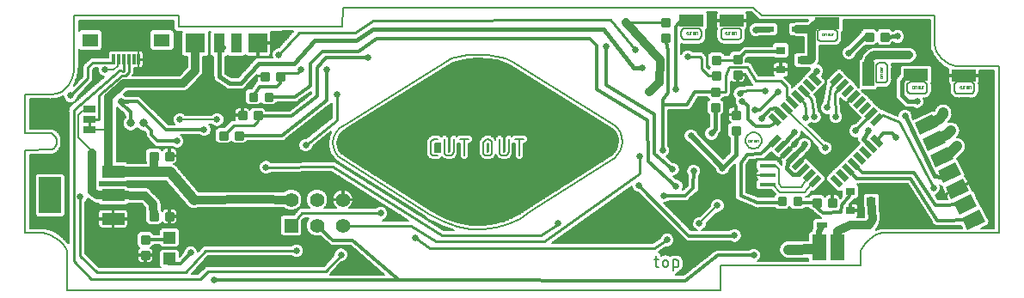
<source format=gtl>
G75*
%MOIN*%
%OFA0B0*%
%FSLAX25Y25*%
%IPPOS*%
%LPD*%
%AMOC8*
5,1,8,0,0,1.08239X$1,22.5*
%
%ADD10C,0.00600*%
%ADD11C,0.00500*%
%ADD12C,0.00800*%
%ADD13C,0.00000*%
%ADD14C,0.00875*%
%ADD15R,0.08800X0.04800*%
%ADD16R,0.08661X0.14173*%
%ADD17R,0.04724X0.04724*%
%ADD18R,0.03543X0.03150*%
%ADD19R,0.09500X0.04500*%
%ADD20R,0.05400X0.10000*%
%ADD21R,0.04500X0.09500*%
%ADD22R,0.05157X0.07598*%
%ADD23R,0.04134X0.07677*%
%ADD24R,0.07677X0.07677*%
%ADD25R,0.05000X0.02200*%
%ADD26R,0.02200X0.05000*%
%ADD27R,0.06299X0.01181*%
%ADD28R,0.04134X0.02362*%
%ADD29R,0.05000X0.02500*%
%ADD30C,0.01000*%
%ADD31C,0.03150*%
%ADD32R,0.05500X0.05500*%
%ADD33C,0.05500*%
%ADD34R,0.06496X0.05118*%
%ADD35R,0.01181X0.03937*%
%ADD36C,0.01600*%
%ADD37C,0.02578*%
%ADD38C,0.01200*%
%ADD39C,0.03200*%
%ADD40C,0.02000*%
%ADD41C,0.00591*%
%ADD42C,0.04000*%
%ADD43C,0.02400*%
D10*
X0021423Y0038877D02*
X0021423Y0053068D01*
X0021193Y0054223D01*
X0020546Y0055511D01*
X0019546Y0056843D01*
X0018260Y0058131D01*
X0016751Y0059287D01*
X0015086Y0060221D01*
X0013329Y0060847D01*
X0011546Y0061075D01*
X0005020Y0061075D01*
X0005020Y0093285D01*
X0015209Y0093363D01*
X0016100Y0093845D01*
X0016736Y0094600D01*
X0017115Y0095536D01*
X0017240Y0096561D01*
X0017110Y0097585D01*
X0016728Y0098513D01*
X0016094Y0099256D01*
X0015209Y0099720D01*
X0005020Y0099735D01*
X0006770Y0101532D02*
X0006770Y0113003D01*
X0014599Y0113003D01*
X0014706Y0112920D01*
X0015327Y0113003D01*
X0015954Y0113003D01*
X0016050Y0113099D01*
X0017145Y0113244D01*
X0017404Y0113142D01*
X0017857Y0113339D01*
X0018347Y0113404D01*
X0018516Y0113625D01*
X0019481Y0114044D01*
X0019743Y0114014D01*
X0019878Y0114121D01*
X0019878Y0113779D01*
X0020302Y0112753D01*
X0021087Y0111969D01*
X0022112Y0111544D01*
X0023222Y0111544D01*
X0024247Y0111969D01*
X0025031Y0112753D01*
X0025456Y0113779D01*
X0025456Y0114294D01*
X0030245Y0119083D01*
X0031417Y0120255D01*
X0031417Y0124398D01*
X0032145Y0125009D01*
X0033218Y0125009D01*
X0033218Y0123938D01*
X0033643Y0122913D01*
X0034427Y0122128D01*
X0035453Y0121704D01*
X0035680Y0121704D01*
X0023050Y0110833D01*
X0022963Y0110833D01*
X0022430Y0110300D01*
X0021859Y0109809D01*
X0021853Y0109723D01*
X0021792Y0109662D01*
X0021792Y0108908D01*
X0021736Y0108157D01*
X0021792Y0108091D01*
X0021792Y0056995D01*
X0021647Y0057043D01*
X0021347Y0057443D01*
X0021347Y0057588D01*
X0020910Y0058025D01*
X0020539Y0058520D01*
X0020395Y0058540D01*
X0019964Y0058972D01*
X0019946Y0059107D01*
X0019449Y0059488D01*
X0019006Y0059931D01*
X0018870Y0059931D01*
X0018322Y0060351D01*
X0018283Y0060491D01*
X0017744Y0060794D01*
X0017254Y0061169D01*
X0017110Y0061150D01*
X0016467Y0061511D01*
X0016393Y0061667D01*
X0015834Y0061866D01*
X0015317Y0062156D01*
X0015151Y0062109D01*
X0014430Y0062366D01*
X0014297Y0062538D01*
X0013750Y0062608D01*
X0013231Y0062793D01*
X0013034Y0062699D01*
X0012384Y0062782D01*
X0012291Y0062875D01*
X0011660Y0062875D01*
X0011034Y0062955D01*
X0010931Y0062875D01*
X0006820Y0062875D01*
X0006820Y0091499D01*
X0014952Y0091561D01*
X0015408Y0091425D01*
X0015670Y0091567D01*
X0015968Y0091569D01*
X0016301Y0091908D01*
X0016627Y0092084D01*
X0016997Y0092115D01*
X0017257Y0092424D01*
X0017612Y0092615D01*
X0017718Y0092972D01*
X0017835Y0093110D01*
X0018124Y0093232D01*
X0018297Y0093659D01*
X0018593Y0094011D01*
X0018566Y0094323D01*
X0018603Y0094415D01*
X0018812Y0094579D01*
X0018873Y0095081D01*
X0019063Y0095551D01*
X0018960Y0095795D01*
X0018967Y0095851D01*
X0019119Y0096047D01*
X0019053Y0096566D01*
X0019116Y0097085D01*
X0018963Y0097280D01*
X0018956Y0097335D01*
X0019059Y0097580D01*
X0018866Y0098048D01*
X0018803Y0098550D01*
X0018593Y0098713D01*
X0018556Y0098801D01*
X0018581Y0099116D01*
X0018283Y0099464D01*
X0018109Y0099888D01*
X0017817Y0100010D01*
X0017702Y0100144D01*
X0017590Y0100504D01*
X0017237Y0100689D01*
X0016978Y0100992D01*
X0016603Y0101021D01*
X0016288Y0101186D01*
X0015957Y0101519D01*
X0015653Y0101519D01*
X0015384Y0101660D01*
X0014935Y0101520D01*
X0006770Y0101532D01*
X0006770Y0101545D02*
X0015014Y0101545D01*
X0015604Y0101545D02*
X0021792Y0101545D01*
X0021792Y0102143D02*
X0006770Y0102143D01*
X0006770Y0102742D02*
X0021792Y0102742D01*
X0021792Y0103340D02*
X0006770Y0103340D01*
X0006770Y0103939D02*
X0021792Y0103939D01*
X0021792Y0104537D02*
X0006770Y0104537D01*
X0006770Y0105136D02*
X0021792Y0105136D01*
X0021792Y0105734D02*
X0006770Y0105734D01*
X0006770Y0106333D02*
X0021792Y0106333D01*
X0021792Y0106931D02*
X0006770Y0106931D01*
X0006770Y0107530D02*
X0021792Y0107530D01*
X0021760Y0108128D02*
X0006770Y0108128D01*
X0006770Y0108727D02*
X0021778Y0108727D01*
X0021792Y0109325D02*
X0006770Y0109325D01*
X0006770Y0109924D02*
X0021993Y0109924D01*
X0022652Y0110522D02*
X0006770Y0110522D01*
X0006770Y0111121D02*
X0023384Y0111121D01*
X0023644Y0111719D02*
X0024079Y0111719D01*
X0024595Y0112318D02*
X0024774Y0112318D01*
X0025099Y0112916D02*
X0025470Y0112916D01*
X0025346Y0113515D02*
X0026165Y0113515D01*
X0026860Y0114113D02*
X0025456Y0114113D01*
X0025874Y0114712D02*
X0027556Y0114712D01*
X0028251Y0115310D02*
X0026472Y0115310D01*
X0027071Y0115909D02*
X0028947Y0115909D01*
X0029642Y0116507D02*
X0027669Y0116507D01*
X0028268Y0117106D02*
X0030337Y0117106D01*
X0031033Y0117704D02*
X0028866Y0117704D01*
X0029465Y0118303D02*
X0031728Y0118303D01*
X0032424Y0118901D02*
X0030063Y0118901D01*
X0030662Y0119500D02*
X0033119Y0119500D01*
X0033814Y0120098D02*
X0031260Y0120098D01*
X0031417Y0120697D02*
X0034510Y0120697D01*
X0035205Y0121295D02*
X0031417Y0121295D01*
X0031417Y0121894D02*
X0034993Y0121894D01*
X0034063Y0122492D02*
X0031417Y0122492D01*
X0031417Y0123091D02*
X0033569Y0123091D01*
X0033321Y0123689D02*
X0031417Y0123689D01*
X0031417Y0124288D02*
X0033218Y0124288D01*
X0033218Y0124887D02*
X0031999Y0124887D01*
X0029343Y0127879D02*
X0025810Y0127879D01*
X0025810Y0127281D02*
X0028539Y0127281D01*
X0028588Y0127330D02*
X0028064Y0126806D01*
X0027497Y0126330D01*
X0027488Y0126230D01*
X0027417Y0126159D01*
X0027417Y0125418D01*
X0027352Y0124679D01*
X0027417Y0124602D01*
X0027417Y0121912D01*
X0023811Y0118306D01*
X0024179Y0118999D01*
X0024321Y0119069D01*
X0024519Y0119641D01*
X0024804Y0120177D01*
X0024757Y0120328D01*
X0025011Y0121063D01*
X0025127Y0121140D01*
X0025250Y0121751D01*
X0025454Y0122341D01*
X0025393Y0122466D01*
X0025532Y0123157D01*
X0025633Y0123245D01*
X0025675Y0123872D01*
X0025799Y0124488D01*
X0025725Y0124599D01*
X0025761Y0125128D01*
X0025810Y0125178D01*
X0025810Y0125863D01*
X0025857Y0126545D01*
X0025810Y0126599D01*
X0025810Y0132508D01*
X0026419Y0131899D01*
X0034158Y0131899D01*
X0035037Y0132778D01*
X0035037Y0139139D01*
X0034158Y0140017D01*
X0026419Y0140017D01*
X0025810Y0139408D01*
X0025810Y0143561D01*
X0062682Y0143561D01*
X0062682Y0141756D01*
X0062680Y0141754D01*
X0062682Y0141011D01*
X0062682Y0140267D01*
X0062684Y0140265D01*
X0062684Y0140263D01*
X0063210Y0139739D01*
X0063737Y0139213D01*
X0063739Y0139213D01*
X0063741Y0139211D01*
X0064484Y0139213D01*
X0065228Y0139213D01*
X0065229Y0139214D01*
X0065776Y0139216D01*
X0065678Y0139118D01*
X0065678Y0130198D01*
X0066557Y0129320D01*
X0067866Y0129320D01*
X0067828Y0125445D01*
X0064873Y0122285D01*
X0046621Y0122305D01*
X0047121Y0122805D01*
X0047121Y0122874D01*
X0047167Y0122925D01*
X0047121Y0123693D01*
X0047121Y0125010D01*
X0048331Y0125010D01*
X0048531Y0125210D01*
X0049088Y0125210D01*
X0049850Y0125210D01*
X0050180Y0125298D01*
X0050477Y0125469D01*
X0050719Y0125711D01*
X0050890Y0126008D01*
X0050979Y0126338D01*
X0050979Y0128478D01*
X0050979Y0130618D01*
X0050890Y0130948D01*
X0050719Y0131245D01*
X0050477Y0131487D01*
X0050180Y0131658D01*
X0049850Y0131747D01*
X0049088Y0131747D01*
X0048531Y0131747D01*
X0048331Y0131947D01*
X0038034Y0131947D01*
X0037155Y0131068D01*
X0037155Y0129009D01*
X0031504Y0129009D01*
X0030766Y0129073D01*
X0030689Y0129009D01*
X0030588Y0129009D01*
X0030064Y0128485D01*
X0028689Y0127330D01*
X0028588Y0127330D01*
X0027916Y0126682D02*
X0025810Y0126682D01*
X0025825Y0126084D02*
X0027417Y0126084D01*
X0027417Y0125485D02*
X0025810Y0125485D01*
X0025744Y0124887D02*
X0027370Y0124887D01*
X0027417Y0124288D02*
X0025759Y0124288D01*
X0025663Y0123689D02*
X0027417Y0123689D01*
X0027417Y0123091D02*
X0025518Y0123091D01*
X0025398Y0122492D02*
X0027417Y0122492D01*
X0027399Y0121894D02*
X0025299Y0121894D01*
X0025158Y0121295D02*
X0026800Y0121295D01*
X0026202Y0120697D02*
X0024885Y0120697D01*
X0024762Y0120098D02*
X0025603Y0120098D01*
X0025005Y0119500D02*
X0024470Y0119500D01*
X0024406Y0118901D02*
X0024127Y0118901D01*
X0022864Y0120362D02*
X0023509Y0122225D01*
X0023887Y0124111D01*
X0024010Y0125924D01*
X0024010Y0145461D01*
X0025810Y0143440D02*
X0062682Y0143440D01*
X0062682Y0142842D02*
X0025810Y0142842D01*
X0025810Y0142243D02*
X0062682Y0142243D01*
X0062681Y0141645D02*
X0025810Y0141645D01*
X0025810Y0141046D02*
X0062682Y0141046D01*
X0062682Y0140448D02*
X0025810Y0140448D01*
X0025810Y0139849D02*
X0026251Y0139849D01*
X0034326Y0139849D02*
X0054007Y0139849D01*
X0054175Y0140017D02*
X0053297Y0139139D01*
X0053297Y0132778D01*
X0054175Y0131899D01*
X0061914Y0131899D01*
X0062793Y0132778D01*
X0062793Y0139139D01*
X0061914Y0140017D01*
X0054175Y0140017D01*
X0053409Y0139251D02*
X0034925Y0139251D01*
X0035037Y0138652D02*
X0053297Y0138652D01*
X0053297Y0138054D02*
X0035037Y0138054D01*
X0035037Y0137455D02*
X0053297Y0137455D01*
X0053297Y0136857D02*
X0035037Y0136857D01*
X0035037Y0136258D02*
X0053297Y0136258D01*
X0053297Y0135660D02*
X0035037Y0135660D01*
X0035037Y0135061D02*
X0053297Y0135061D01*
X0053297Y0134463D02*
X0035037Y0134463D01*
X0035037Y0133864D02*
X0053297Y0133864D01*
X0053297Y0133266D02*
X0035037Y0133266D01*
X0034926Y0132667D02*
X0053407Y0132667D01*
X0054006Y0132069D02*
X0034328Y0132069D01*
X0037155Y0130872D02*
X0025810Y0130872D01*
X0025810Y0131470D02*
X0037557Y0131470D01*
X0037155Y0130273D02*
X0025810Y0130273D01*
X0025810Y0129675D02*
X0037155Y0129675D01*
X0037155Y0129076D02*
X0025810Y0129076D01*
X0025810Y0128478D02*
X0030056Y0128478D01*
X0026250Y0132069D02*
X0025810Y0132069D01*
X0047121Y0124887D02*
X0067306Y0124887D01*
X0067829Y0125485D02*
X0050493Y0125485D01*
X0050910Y0126084D02*
X0067835Y0126084D01*
X0067840Y0126682D02*
X0050979Y0126682D01*
X0050979Y0127281D02*
X0067846Y0127281D01*
X0067852Y0127879D02*
X0050979Y0127879D01*
X0050979Y0128478D02*
X0067858Y0128478D01*
X0067863Y0129076D02*
X0050979Y0129076D01*
X0050979Y0128478D02*
X0049210Y0128478D01*
X0049210Y0128478D01*
X0050979Y0128478D01*
X0050979Y0129675D02*
X0066202Y0129675D01*
X0065678Y0130273D02*
X0050979Y0130273D01*
X0050911Y0130872D02*
X0065678Y0130872D01*
X0065678Y0131470D02*
X0050493Y0131470D01*
X0049088Y0131470D02*
X0049088Y0131470D01*
X0049088Y0131747D02*
X0049088Y0131190D01*
X0049088Y0131190D01*
X0049088Y0131747D01*
X0062083Y0132069D02*
X0065678Y0132069D01*
X0065678Y0132667D02*
X0062682Y0132667D01*
X0062793Y0133266D02*
X0065678Y0133266D01*
X0065678Y0133864D02*
X0062793Y0133864D01*
X0062793Y0134463D02*
X0065678Y0134463D01*
X0065678Y0135061D02*
X0062793Y0135061D01*
X0062793Y0135660D02*
X0065678Y0135660D01*
X0065678Y0136258D02*
X0062793Y0136258D01*
X0062793Y0136857D02*
X0065678Y0136857D01*
X0065678Y0137455D02*
X0062793Y0137455D01*
X0062793Y0138054D02*
X0065678Y0138054D01*
X0065678Y0138652D02*
X0062793Y0138652D01*
X0062681Y0139251D02*
X0063698Y0139251D01*
X0063099Y0139849D02*
X0062082Y0139849D01*
X0064482Y0141013D02*
X0127898Y0141164D01*
X0128159Y0148568D01*
X0287331Y0148568D01*
X0290523Y0145461D01*
X0357569Y0145461D01*
X0357592Y0134183D01*
X0357824Y0132969D01*
X0358388Y0131631D01*
X0359236Y0130256D01*
X0360319Y0128933D01*
X0361589Y0127750D01*
X0362996Y0126796D01*
X0364493Y0126160D01*
X0366029Y0125929D01*
X0366305Y0125935D01*
X0382514Y0125924D01*
X0382514Y0061075D01*
X0337320Y0061075D01*
X0336330Y0060907D01*
X0335071Y0060421D01*
X0333666Y0059641D01*
X0332239Y0058595D01*
X0330914Y0057307D01*
X0329814Y0055804D01*
X0329064Y0054111D01*
X0328786Y0052254D01*
X0328786Y0048361D01*
X0274578Y0048361D01*
X0274578Y0038877D01*
X0021423Y0038877D01*
X0033745Y0047708D02*
X0028417Y0053037D01*
X0028417Y0073264D01*
X0028781Y0073628D01*
X0029173Y0074575D01*
X0029369Y0074494D01*
X0030881Y0073361D01*
X0031161Y0073080D01*
X0031369Y0072994D01*
X0031550Y0072858D01*
X0031934Y0072760D01*
X0032300Y0072608D01*
X0032526Y0072608D01*
X0032745Y0072552D01*
X0033137Y0072608D01*
X0033295Y0072608D01*
X0034095Y0071808D01*
X0044138Y0071808D01*
X0044872Y0072543D01*
X0050100Y0072483D01*
X0051632Y0070891D01*
X0051699Y0069606D01*
X0051667Y0069573D01*
X0051667Y0065343D01*
X0052802Y0064208D01*
X0057032Y0064208D01*
X0058100Y0065276D01*
X0058214Y0065079D01*
X0058537Y0064755D01*
X0058934Y0064527D01*
X0059376Y0064408D01*
X0060617Y0064408D01*
X0060617Y0067158D01*
X0061217Y0067158D01*
X0061217Y0067758D01*
X0063967Y0067758D01*
X0063967Y0069000D01*
X0063848Y0069441D01*
X0063620Y0069838D01*
X0063296Y0070161D01*
X0062900Y0070390D01*
X0062458Y0070508D01*
X0061217Y0070508D01*
X0061217Y0067758D01*
X0060617Y0067758D01*
X0060617Y0070508D01*
X0059376Y0070508D01*
X0058934Y0070390D01*
X0058537Y0070161D01*
X0058214Y0069838D01*
X0058100Y0069640D01*
X0057895Y0069845D01*
X0057768Y0072260D01*
X0057778Y0072766D01*
X0057736Y0072872D01*
X0057730Y0072987D01*
X0057512Y0073443D01*
X0057328Y0073914D01*
X0057248Y0073996D01*
X0057199Y0074100D01*
X0056823Y0074438D01*
X0054086Y0077282D01*
X0054081Y0077294D01*
X0053658Y0077727D01*
X0053239Y0078162D01*
X0053228Y0078167D01*
X0053219Y0078176D01*
X0052662Y0078414D01*
X0052109Y0078656D01*
X0052096Y0078656D01*
X0052085Y0078661D01*
X0051480Y0078668D01*
X0050876Y0078679D01*
X0050864Y0078675D01*
X0045005Y0078741D01*
X0044138Y0079608D01*
X0034095Y0079608D01*
X0034017Y0079530D01*
X0034017Y0080987D01*
X0034095Y0080908D01*
X0044138Y0080908D01*
X0044515Y0081285D01*
X0054857Y0081240D01*
X0055167Y0081230D01*
X0055221Y0081208D01*
X0055861Y0081208D01*
X0056501Y0081188D01*
X0056555Y0081208D01*
X0059564Y0081208D01*
X0068289Y0071099D01*
X0069533Y0070474D01*
X0070921Y0070371D01*
X0072243Y0070809D01*
X0072261Y0070824D01*
X0094786Y0070958D01*
X0105235Y0070880D01*
X0105759Y0070355D01*
X0107321Y0069708D01*
X0109012Y0069708D01*
X0110574Y0070355D01*
X0111770Y0071551D01*
X0112417Y0073113D01*
X0112417Y0074804D01*
X0111770Y0076366D01*
X0110574Y0077561D01*
X0109012Y0078208D01*
X0107321Y0078208D01*
X0105759Y0077561D01*
X0105278Y0077080D01*
X0095407Y0077154D01*
X0095387Y0077162D01*
X0094791Y0077158D01*
X0094195Y0077163D01*
X0094175Y0077155D01*
X0072421Y0077025D01*
X0064185Y0086568D01*
X0064134Y0086691D01*
X0063732Y0087092D01*
X0063362Y0087522D01*
X0063243Y0087582D01*
X0063149Y0087675D01*
X0062625Y0087893D01*
X0062547Y0087932D01*
X0062900Y0088027D01*
X0063296Y0088255D01*
X0063620Y0088579D01*
X0063848Y0088975D01*
X0063967Y0089417D01*
X0063967Y0090658D01*
X0061217Y0090658D01*
X0061217Y0091258D01*
X0063967Y0091258D01*
X0063967Y0092500D01*
X0063848Y0092941D01*
X0063620Y0093338D01*
X0063296Y0093661D01*
X0062900Y0093890D01*
X0062458Y0094008D01*
X0061217Y0094008D01*
X0061217Y0091258D01*
X0060617Y0091258D01*
X0060617Y0094008D01*
X0059376Y0094008D01*
X0058934Y0093890D01*
X0058537Y0093661D01*
X0058214Y0093338D01*
X0058100Y0093140D01*
X0057032Y0094208D01*
X0052802Y0094208D01*
X0051667Y0093073D01*
X0051667Y0088843D01*
X0051818Y0088692D01*
X0051818Y0088254D01*
X0044562Y0088285D01*
X0044138Y0088708D01*
X0040472Y0088708D01*
X0040510Y0109921D01*
X0040587Y0109844D01*
X0041098Y0109632D01*
X0043757Y0107175D01*
X0043779Y0105919D01*
X0043310Y0105450D01*
X0042842Y0104320D01*
X0042842Y0103097D01*
X0043310Y0101967D01*
X0044175Y0101102D01*
X0045305Y0100634D01*
X0046528Y0100634D01*
X0047659Y0101102D01*
X0048417Y0101860D01*
X0049175Y0101102D01*
X0050305Y0100634D01*
X0051022Y0100634D01*
X0051817Y0099838D01*
X0051817Y0098338D01*
X0054317Y0095838D01*
X0055547Y0094608D01*
X0062073Y0094608D01*
X0062337Y0094344D01*
X0063362Y0093919D01*
X0064472Y0093919D01*
X0065497Y0094344D01*
X0066281Y0095128D01*
X0066706Y0096154D01*
X0066706Y0097263D01*
X0066281Y0098288D01*
X0065497Y0099073D01*
X0065411Y0099108D01*
X0072573Y0099108D01*
X0072837Y0098844D01*
X0073862Y0098419D01*
X0074972Y0098419D01*
X0075997Y0098844D01*
X0076781Y0099628D01*
X0077206Y0100654D01*
X0077206Y0101763D01*
X0076781Y0102788D01*
X0076386Y0103183D01*
X0077373Y0103183D01*
X0077837Y0102719D01*
X0078862Y0102294D01*
X0079972Y0102294D01*
X0080997Y0102719D01*
X0081781Y0103503D01*
X0082206Y0104529D01*
X0082206Y0105638D01*
X0081781Y0106663D01*
X0080997Y0107448D01*
X0079972Y0107872D01*
X0078862Y0107872D01*
X0077837Y0107448D01*
X0077373Y0106983D01*
X0067086Y0106983D01*
X0066622Y0107448D01*
X0065597Y0107872D01*
X0064487Y0107872D01*
X0063462Y0107448D01*
X0062677Y0106663D01*
X0062253Y0105638D01*
X0062253Y0104529D01*
X0062677Y0103503D01*
X0062873Y0103308D01*
X0060511Y0103308D01*
X0049931Y0113463D01*
X0049378Y0114056D01*
X0049326Y0114058D01*
X0049289Y0114095D01*
X0049273Y0114095D01*
X0049262Y0114106D01*
X0048450Y0114089D01*
X0044077Y0114243D01*
X0043747Y0114573D01*
X0043122Y0114831D01*
X0044580Y0116107D01*
X0065652Y0116084D01*
X0065704Y0116064D01*
X0066267Y0116083D01*
X0066830Y0116083D01*
X0066881Y0116104D01*
X0066937Y0116106D01*
X0067449Y0116338D01*
X0067970Y0116553D01*
X0068009Y0116592D01*
X0068060Y0116615D01*
X0068444Y0117027D01*
X0068843Y0117424D01*
X0068864Y0117476D01*
X0073135Y0122042D01*
X0073528Y0122427D01*
X0073555Y0122491D01*
X0073602Y0122541D01*
X0073795Y0123056D01*
X0074011Y0123562D01*
X0074011Y0123631D01*
X0074036Y0123696D01*
X0074017Y0124245D01*
X0074066Y0129320D01*
X0075477Y0129320D01*
X0076355Y0130198D01*
X0076355Y0139118D01*
X0076233Y0139241D01*
X0076824Y0139242D01*
X0076750Y0139168D01*
X0076750Y0130248D01*
X0077629Y0129370D01*
X0078017Y0129370D01*
X0078017Y0126022D01*
X0077990Y0125993D01*
X0078017Y0125074D01*
X0078017Y0124156D01*
X0078045Y0124128D01*
X0078096Y0122374D01*
X0077975Y0122191D01*
X0078123Y0121447D01*
X0078146Y0120688D01*
X0078305Y0120538D01*
X0078348Y0120323D01*
X0078980Y0119902D01*
X0079532Y0119381D01*
X0079751Y0119388D01*
X0082701Y0117421D01*
X0083214Y0116908D01*
X0083470Y0116908D01*
X0083684Y0116766D01*
X0084395Y0116908D01*
X0087782Y0116908D01*
X0087832Y0116863D01*
X0088725Y0116908D01*
X0089619Y0116908D01*
X0089667Y0116956D01*
X0089735Y0116960D01*
X0090335Y0117623D01*
X0090967Y0118256D01*
X0090967Y0118323D01*
X0094867Y0122641D01*
X0094867Y0122258D01*
X0097617Y0122258D01*
X0097617Y0121658D01*
X0094867Y0121658D01*
X0094867Y0120417D01*
X0094963Y0120058D01*
X0094950Y0120058D01*
X0094747Y0119855D01*
X0094468Y0119786D01*
X0094153Y0119261D01*
X0093720Y0118828D01*
X0093720Y0118541D01*
X0092920Y0117208D01*
X0091302Y0117208D01*
X0090167Y0116073D01*
X0090167Y0111843D01*
X0091302Y0110708D01*
X0095532Y0110708D01*
X0096417Y0111593D01*
X0097302Y0110708D01*
X0101532Y0110708D01*
X0102667Y0111843D01*
X0102667Y0111858D01*
X0109489Y0111858D01*
X0110171Y0111742D01*
X0110335Y0111858D01*
X0110537Y0111858D01*
X0111026Y0112348D01*
X0116067Y0115918D01*
X0116067Y0115222D01*
X0107685Y0108559D01*
X0098417Y0108572D01*
X0098417Y0108823D01*
X0097282Y0109958D01*
X0093052Y0109958D01*
X0091984Y0108890D01*
X0091870Y0109088D01*
X0091546Y0109411D01*
X0091150Y0109640D01*
X0090708Y0109758D01*
X0089467Y0109758D01*
X0089467Y0107008D01*
X0088867Y0107008D01*
X0088867Y0106408D01*
X0086117Y0106408D01*
X0086117Y0105167D01*
X0086173Y0104958D01*
X0085088Y0104958D01*
X0083917Y0103787D01*
X0082338Y0102208D01*
X0079802Y0102208D01*
X0078667Y0101073D01*
X0078667Y0096843D01*
X0079802Y0095708D01*
X0084032Y0095708D01*
X0084917Y0096593D01*
X0085802Y0095708D01*
X0090032Y0095708D01*
X0091167Y0096843D01*
X0091167Y0096858D01*
X0104539Y0096858D01*
X0105276Y0096768D01*
X0105391Y0096858D01*
X0105537Y0096858D01*
X0106061Y0097383D01*
X0122641Y0110358D01*
X0122787Y0110358D01*
X0123312Y0110883D01*
X0123896Y0111341D01*
X0123914Y0111485D01*
X0123925Y0111497D01*
X0123939Y0105795D01*
X0114084Y0097947D01*
X0113237Y0097947D01*
X0112212Y0097523D01*
X0111427Y0096738D01*
X0111003Y0095713D01*
X0111003Y0094604D01*
X0111427Y0093578D01*
X0112212Y0092794D01*
X0113237Y0092369D01*
X0114347Y0092369D01*
X0115372Y0092794D01*
X0116156Y0093578D01*
X0116581Y0094604D01*
X0116581Y0094823D01*
X0123724Y0100511D01*
X0123742Y0100309D01*
X0123270Y0099279D01*
X0123051Y0099120D01*
X0122971Y0098625D01*
X0122762Y0098169D01*
X0122856Y0097915D01*
X0122694Y0096908D01*
X0122525Y0096700D01*
X0122579Y0096198D01*
X0122498Y0095701D01*
X0122655Y0095484D01*
X0122757Y0094533D01*
X0122650Y0094289D01*
X0122833Y0093817D01*
X0122887Y0093314D01*
X0123094Y0093147D01*
X0123431Y0092279D01*
X0123392Y0092013D01*
X0123692Y0091608D01*
X0123874Y0091139D01*
X0124120Y0091031D01*
X0124685Y0090270D01*
X0124721Y0089995D01*
X0125113Y0089692D01*
X0125408Y0089295D01*
X0125682Y0089254D01*
X0126331Y0088755D01*
X0126351Y0088663D01*
X0126912Y0088307D01*
X0127437Y0087902D01*
X0127531Y0087914D01*
X0160465Y0067021D01*
X0160492Y0066937D01*
X0161085Y0066628D01*
X0161650Y0066270D01*
X0161736Y0066289D01*
X0165879Y0064130D01*
X0165942Y0063999D01*
X0166524Y0063794D01*
X0167072Y0063508D01*
X0167211Y0063552D01*
X0171107Y0062180D01*
X0167162Y0062183D01*
X0125537Y0088537D01*
X0125091Y0088970D01*
X0124858Y0088967D01*
X0124662Y0089091D01*
X0124056Y0088955D01*
X0100333Y0088611D01*
X0099997Y0088948D01*
X0098972Y0089372D01*
X0097862Y0089372D01*
X0096837Y0088948D01*
X0096052Y0088163D01*
X0095628Y0087138D01*
X0095628Y0086029D01*
X0096052Y0085003D01*
X0096837Y0084219D01*
X0097862Y0083794D01*
X0098972Y0083794D01*
X0099997Y0084219D01*
X0100389Y0084612D01*
X0123725Y0084950D01*
X0153721Y0065958D01*
X0143566Y0065958D01*
X0144497Y0066344D01*
X0145281Y0067128D01*
X0145706Y0068154D01*
X0145706Y0069263D01*
X0145281Y0070288D01*
X0144497Y0071073D01*
X0143472Y0071497D01*
X0142362Y0071497D01*
X0141337Y0071073D01*
X0140973Y0070708D01*
X0130593Y0070708D01*
X0130748Y0070812D01*
X0131313Y0071377D01*
X0131756Y0072040D01*
X0132061Y0072777D01*
X0132217Y0073559D01*
X0132217Y0073658D01*
X0128467Y0073658D01*
X0128467Y0074258D01*
X0132217Y0074258D01*
X0132217Y0074357D01*
X0132061Y0075140D01*
X0131756Y0075877D01*
X0131313Y0076540D01*
X0130748Y0077104D01*
X0130085Y0077547D01*
X0129348Y0077853D01*
X0128566Y0078008D01*
X0128467Y0078008D01*
X0128467Y0074258D01*
X0127867Y0074258D01*
X0127867Y0073658D01*
X0124117Y0073658D01*
X0124117Y0073559D01*
X0124272Y0072777D01*
X0124578Y0072040D01*
X0125021Y0071377D01*
X0125585Y0070812D01*
X0125741Y0070708D01*
X0120927Y0070708D01*
X0121770Y0071551D01*
X0122417Y0073113D01*
X0122417Y0074804D01*
X0121770Y0076366D01*
X0120574Y0077561D01*
X0119012Y0078208D01*
X0117321Y0078208D01*
X0115759Y0077561D01*
X0114564Y0076366D01*
X0113917Y0074804D01*
X0113917Y0073113D01*
X0114564Y0071551D01*
X0115406Y0070708D01*
X0113181Y0070708D01*
X0113133Y0070751D01*
X0112361Y0070708D01*
X0111588Y0070708D01*
X0111543Y0070663D01*
X0111479Y0070659D01*
X0110963Y0070083D01*
X0110417Y0069537D01*
X0110417Y0069472D01*
X0109286Y0068208D01*
X0104795Y0068208D01*
X0103917Y0067330D01*
X0103917Y0060587D01*
X0104795Y0059708D01*
X0111538Y0059708D01*
X0112417Y0060587D01*
X0112417Y0065709D01*
X0113311Y0066708D01*
X0114906Y0066708D01*
X0114564Y0066366D01*
X0113917Y0064804D01*
X0113917Y0063113D01*
X0114564Y0061551D01*
X0115759Y0060355D01*
X0117321Y0059708D01*
X0119012Y0059708D01*
X0119476Y0059900D01*
X0122963Y0056693D01*
X0123547Y0056108D01*
X0123598Y0056108D01*
X0123635Y0056074D01*
X0124460Y0056108D01*
X0131137Y0056108D01*
X0144253Y0044804D01*
X0123144Y0044832D01*
X0123667Y0045356D01*
X0123667Y0045412D01*
X0127663Y0049819D01*
X0128047Y0049819D01*
X0129072Y0050244D01*
X0129856Y0051028D01*
X0130281Y0052054D01*
X0130281Y0053163D01*
X0129856Y0054188D01*
X0129072Y0054973D01*
X0128047Y0055397D01*
X0126937Y0055397D01*
X0125912Y0054973D01*
X0125127Y0054188D01*
X0124703Y0053163D01*
X0124703Y0052510D01*
X0120780Y0048183D01*
X0075915Y0048158D01*
X0075111Y0048178D01*
X0075091Y0048158D01*
X0075062Y0048158D01*
X0074494Y0047589D01*
X0072391Y0045584D01*
X0072328Y0045582D01*
X0071952Y0045183D01*
X0069504Y0045181D01*
X0075890Y0052082D01*
X0108395Y0052036D01*
X0108637Y0051794D01*
X0109662Y0051369D01*
X0110772Y0051369D01*
X0111797Y0051794D01*
X0112581Y0052578D01*
X0113006Y0053604D01*
X0113006Y0054713D01*
X0112581Y0055738D01*
X0111797Y0056523D01*
X0110772Y0056947D01*
X0109662Y0056947D01*
X0108637Y0056523D01*
X0108151Y0056036D01*
X0075801Y0056082D01*
X0075767Y0056114D01*
X0074979Y0056083D01*
X0074191Y0056084D01*
X0074158Y0056052D01*
X0074112Y0056050D01*
X0073576Y0055471D01*
X0073018Y0054915D01*
X0073018Y0054868D01*
X0071996Y0053764D01*
X0071996Y0053913D01*
X0071572Y0054939D01*
X0070787Y0055723D01*
X0069762Y0056148D01*
X0068653Y0056148D01*
X0067627Y0055723D01*
X0066843Y0054939D01*
X0066418Y0053913D01*
X0066418Y0053445D01*
X0064814Y0051722D01*
X0064814Y0054027D01*
X0063936Y0054905D01*
X0057969Y0054905D01*
X0057090Y0054027D01*
X0057090Y0048059D01*
X0057441Y0047708D01*
X0033745Y0047708D01*
X0033176Y0048277D02*
X0057090Y0048277D01*
X0057090Y0048876D02*
X0032578Y0048876D01*
X0031979Y0049474D02*
X0049935Y0049474D01*
X0050041Y0049446D02*
X0051282Y0049446D01*
X0051282Y0052196D01*
X0048532Y0052196D01*
X0048532Y0050954D01*
X0048651Y0050513D01*
X0048879Y0050116D01*
X0049203Y0049793D01*
X0049599Y0049564D01*
X0050041Y0049446D01*
X0051282Y0049474D02*
X0051882Y0049474D01*
X0051882Y0049446D02*
X0053123Y0049446D01*
X0053565Y0049564D01*
X0053961Y0049793D01*
X0054285Y0050116D01*
X0054514Y0050513D01*
X0054632Y0050954D01*
X0054632Y0052196D01*
X0051882Y0052196D01*
X0051882Y0052796D01*
X0054632Y0052796D01*
X0054632Y0054037D01*
X0054514Y0054479D01*
X0054285Y0054875D01*
X0053961Y0055199D01*
X0053764Y0055313D01*
X0054832Y0056381D01*
X0054832Y0056396D01*
X0057090Y0056396D01*
X0057090Y0056327D01*
X0057969Y0055448D01*
X0063936Y0055448D01*
X0064814Y0056327D01*
X0064814Y0062294D01*
X0063936Y0063173D01*
X0057969Y0063173D01*
X0057090Y0062294D01*
X0057090Y0060596D01*
X0054832Y0060596D01*
X0054832Y0060611D01*
X0053697Y0061746D01*
X0049467Y0061746D01*
X0048332Y0060611D01*
X0048332Y0056381D01*
X0049400Y0055313D01*
X0049203Y0055199D01*
X0048879Y0054875D01*
X0048651Y0054479D01*
X0048532Y0054037D01*
X0048532Y0052796D01*
X0051282Y0052796D01*
X0051282Y0052196D01*
X0051882Y0052196D01*
X0051882Y0049446D01*
X0051882Y0050073D02*
X0051282Y0050073D01*
X0051282Y0050671D02*
X0051882Y0050671D01*
X0051882Y0051270D02*
X0051282Y0051270D01*
X0051282Y0051868D02*
X0051882Y0051868D01*
X0051882Y0052467D02*
X0057090Y0052467D01*
X0057090Y0053065D02*
X0054632Y0053065D01*
X0054632Y0053664D02*
X0057090Y0053664D01*
X0057326Y0054262D02*
X0054572Y0054262D01*
X0054293Y0054861D02*
X0057924Y0054861D01*
X0057958Y0055459D02*
X0053911Y0055459D01*
X0054509Y0056058D02*
X0057359Y0056058D01*
X0057090Y0051868D02*
X0054632Y0051868D01*
X0054632Y0051270D02*
X0057090Y0051270D01*
X0057090Y0050671D02*
X0054556Y0050671D01*
X0054241Y0050073D02*
X0057090Y0050073D01*
X0057090Y0049474D02*
X0053229Y0049474D01*
X0048923Y0050073D02*
X0031381Y0050073D01*
X0030782Y0050671D02*
X0048608Y0050671D01*
X0048532Y0051270D02*
X0030184Y0051270D01*
X0029585Y0051868D02*
X0048532Y0051868D01*
X0048532Y0053065D02*
X0028417Y0053065D01*
X0028417Y0053664D02*
X0048532Y0053664D01*
X0048592Y0054262D02*
X0028417Y0054262D01*
X0028417Y0054861D02*
X0048871Y0054861D01*
X0049254Y0055459D02*
X0028417Y0055459D01*
X0028417Y0056058D02*
X0048655Y0056058D01*
X0048332Y0056656D02*
X0028417Y0056656D01*
X0028417Y0057255D02*
X0048332Y0057255D01*
X0048332Y0057853D02*
X0028417Y0057853D01*
X0028417Y0058452D02*
X0048332Y0058452D01*
X0048332Y0059050D02*
X0028417Y0059050D01*
X0028417Y0059649D02*
X0048332Y0059649D01*
X0048332Y0060247D02*
X0028417Y0060247D01*
X0028417Y0060846D02*
X0048567Y0060846D01*
X0049166Y0061444D02*
X0028417Y0061444D01*
X0028417Y0062043D02*
X0057090Y0062043D01*
X0057090Y0061444D02*
X0053999Y0061444D01*
X0054597Y0060846D02*
X0057090Y0060846D01*
X0057437Y0062641D02*
X0028417Y0062641D01*
X0028417Y0063240D02*
X0033847Y0063240D01*
X0033919Y0063168D02*
X0034215Y0062997D01*
X0034546Y0062908D01*
X0038817Y0062908D01*
X0038817Y0066308D01*
X0039417Y0066308D01*
X0039417Y0066908D01*
X0044817Y0066908D01*
X0044817Y0069179D01*
X0044728Y0069510D01*
X0044557Y0069807D01*
X0044315Y0070049D01*
X0044019Y0070220D01*
X0043688Y0070308D01*
X0039417Y0070308D01*
X0039417Y0066908D01*
X0038817Y0066908D01*
X0038817Y0066308D01*
X0033417Y0066308D01*
X0033417Y0064037D01*
X0033505Y0063707D01*
X0033677Y0063410D01*
X0033919Y0063168D01*
X0033470Y0063838D02*
X0028417Y0063838D01*
X0028417Y0064437D02*
X0033417Y0064437D01*
X0033417Y0065035D02*
X0028417Y0065035D01*
X0028417Y0065634D02*
X0033417Y0065634D01*
X0033417Y0066232D02*
X0028417Y0066232D01*
X0028417Y0066831D02*
X0038817Y0066831D01*
X0038817Y0066908D02*
X0033417Y0066908D01*
X0033417Y0069179D01*
X0033505Y0069510D01*
X0033677Y0069807D01*
X0033919Y0070049D01*
X0034215Y0070220D01*
X0034546Y0070308D01*
X0038817Y0070308D01*
X0038817Y0066908D01*
X0038817Y0067429D02*
X0039417Y0067429D01*
X0039417Y0066831D02*
X0051667Y0066831D01*
X0051667Y0067429D02*
X0044817Y0067429D01*
X0044817Y0068028D02*
X0051667Y0068028D01*
X0051667Y0068626D02*
X0044817Y0068626D01*
X0044805Y0069225D02*
X0051667Y0069225D01*
X0051688Y0069823D02*
X0044540Y0069823D01*
X0044547Y0072218D02*
X0050355Y0072218D01*
X0050931Y0071619D02*
X0028417Y0071619D01*
X0028417Y0071020D02*
X0051507Y0071020D01*
X0051657Y0070422D02*
X0028417Y0070422D01*
X0028417Y0069823D02*
X0033693Y0069823D01*
X0033429Y0069225D02*
X0028417Y0069225D01*
X0028417Y0068626D02*
X0033417Y0068626D01*
X0033417Y0068028D02*
X0028417Y0068028D01*
X0028417Y0067429D02*
X0033417Y0067429D01*
X0038817Y0068028D02*
X0039417Y0068028D01*
X0039417Y0068626D02*
X0038817Y0068626D01*
X0038817Y0069225D02*
X0039417Y0069225D01*
X0039417Y0069823D02*
X0038817Y0069823D01*
X0033686Y0072218D02*
X0028417Y0072218D01*
X0028417Y0072816D02*
X0031715Y0072816D01*
X0030808Y0073415D02*
X0028567Y0073415D01*
X0028940Y0074013D02*
X0030010Y0074013D01*
X0021792Y0074013D02*
X0020547Y0074013D01*
X0020547Y0073415D02*
X0021792Y0073415D01*
X0021792Y0072816D02*
X0020547Y0072816D01*
X0020547Y0072218D02*
X0021792Y0072218D01*
X0021792Y0071619D02*
X0020547Y0071619D01*
X0020547Y0071020D02*
X0021792Y0071020D01*
X0021792Y0070422D02*
X0020547Y0070422D01*
X0020547Y0069823D02*
X0021792Y0069823D01*
X0021792Y0069225D02*
X0020547Y0069225D01*
X0020547Y0068626D02*
X0021792Y0068626D01*
X0021792Y0068028D02*
X0020547Y0068028D01*
X0020547Y0068000D02*
X0020547Y0083416D01*
X0019668Y0084295D01*
X0009764Y0084295D01*
X0008885Y0083416D01*
X0008885Y0068000D01*
X0009764Y0067122D01*
X0019668Y0067122D01*
X0020547Y0068000D01*
X0019976Y0067429D02*
X0021792Y0067429D01*
X0021792Y0066831D02*
X0006820Y0066831D01*
X0006820Y0067429D02*
X0009456Y0067429D01*
X0008885Y0068028D02*
X0006820Y0068028D01*
X0006820Y0068626D02*
X0008885Y0068626D01*
X0008885Y0069225D02*
X0006820Y0069225D01*
X0006820Y0069823D02*
X0008885Y0069823D01*
X0008885Y0070422D02*
X0006820Y0070422D01*
X0006820Y0071020D02*
X0008885Y0071020D01*
X0008885Y0071619D02*
X0006820Y0071619D01*
X0006820Y0072218D02*
X0008885Y0072218D01*
X0008885Y0072816D02*
X0006820Y0072816D01*
X0006820Y0073415D02*
X0008885Y0073415D01*
X0008885Y0074013D02*
X0006820Y0074013D01*
X0006820Y0074612D02*
X0008885Y0074612D01*
X0008885Y0075210D02*
X0006820Y0075210D01*
X0006820Y0075809D02*
X0008885Y0075809D01*
X0008885Y0076407D02*
X0006820Y0076407D01*
X0006820Y0077006D02*
X0008885Y0077006D01*
X0008885Y0077604D02*
X0006820Y0077604D01*
X0006820Y0078203D02*
X0008885Y0078203D01*
X0008885Y0078801D02*
X0006820Y0078801D01*
X0006820Y0079400D02*
X0008885Y0079400D01*
X0008885Y0079998D02*
X0006820Y0079998D01*
X0006820Y0080597D02*
X0008885Y0080597D01*
X0008885Y0081195D02*
X0006820Y0081195D01*
X0006820Y0081794D02*
X0008885Y0081794D01*
X0008885Y0082392D02*
X0006820Y0082392D01*
X0006820Y0082991D02*
X0008885Y0082991D01*
X0009058Y0083589D02*
X0006820Y0083589D01*
X0006820Y0084188D02*
X0009657Y0084188D01*
X0006820Y0084786D02*
X0021792Y0084786D01*
X0021792Y0084188D02*
X0019775Y0084188D01*
X0020374Y0083589D02*
X0021792Y0083589D01*
X0021792Y0082991D02*
X0020547Y0082991D01*
X0020547Y0082392D02*
X0021792Y0082392D01*
X0021792Y0081794D02*
X0020547Y0081794D01*
X0020547Y0081195D02*
X0021792Y0081195D01*
X0021792Y0080597D02*
X0020547Y0080597D01*
X0020547Y0079998D02*
X0021792Y0079998D01*
X0021792Y0079400D02*
X0020547Y0079400D01*
X0020547Y0078801D02*
X0021792Y0078801D01*
X0021792Y0078203D02*
X0020547Y0078203D01*
X0020547Y0077604D02*
X0021792Y0077604D01*
X0021792Y0077006D02*
X0020547Y0077006D01*
X0020547Y0076407D02*
X0021792Y0076407D01*
X0021792Y0075809D02*
X0020547Y0075809D01*
X0020547Y0075210D02*
X0021792Y0075210D01*
X0021792Y0074612D02*
X0020547Y0074612D01*
X0034017Y0079998D02*
X0060609Y0079998D01*
X0061125Y0079400D02*
X0044347Y0079400D01*
X0044945Y0078801D02*
X0061642Y0078801D01*
X0062158Y0078203D02*
X0053156Y0078203D01*
X0053778Y0077604D02*
X0062675Y0077604D01*
X0063191Y0077006D02*
X0054352Y0077006D01*
X0054928Y0076407D02*
X0063708Y0076407D01*
X0064224Y0075809D02*
X0055504Y0075809D01*
X0056080Y0075210D02*
X0064741Y0075210D01*
X0065258Y0074612D02*
X0056656Y0074612D01*
X0057240Y0074013D02*
X0065774Y0074013D01*
X0066291Y0073415D02*
X0057526Y0073415D01*
X0057758Y0072816D02*
X0066807Y0072816D01*
X0067324Y0072218D02*
X0057771Y0072218D01*
X0057802Y0071619D02*
X0067840Y0071619D01*
X0068445Y0071020D02*
X0057834Y0071020D01*
X0057865Y0070422D02*
X0059053Y0070422D01*
X0058206Y0069823D02*
X0057917Y0069823D01*
X0060617Y0069823D02*
X0061217Y0069823D01*
X0061217Y0069225D02*
X0060617Y0069225D01*
X0060617Y0068626D02*
X0061217Y0068626D01*
X0061217Y0068028D02*
X0060617Y0068028D01*
X0061217Y0067429D02*
X0104017Y0067429D01*
X0103917Y0066831D02*
X0063967Y0066831D01*
X0063967Y0067158D02*
X0061217Y0067158D01*
X0061217Y0064408D01*
X0062458Y0064408D01*
X0062900Y0064527D01*
X0063296Y0064755D01*
X0063620Y0065079D01*
X0063848Y0065475D01*
X0063967Y0065917D01*
X0063967Y0067158D01*
X0063967Y0068028D02*
X0104615Y0068028D01*
X0103917Y0066232D02*
X0063967Y0066232D01*
X0063891Y0065634D02*
X0103917Y0065634D01*
X0103917Y0065035D02*
X0063576Y0065035D01*
X0062565Y0064437D02*
X0103917Y0064437D01*
X0103917Y0063838D02*
X0044763Y0063838D01*
X0044728Y0063707D02*
X0044817Y0064037D01*
X0044817Y0066308D01*
X0039417Y0066308D01*
X0039417Y0062908D01*
X0043688Y0062908D01*
X0044019Y0062997D01*
X0044315Y0063168D01*
X0044557Y0063410D01*
X0044728Y0063707D01*
X0044387Y0063240D02*
X0103917Y0063240D01*
X0103917Y0062641D02*
X0064467Y0062641D01*
X0064814Y0062043D02*
X0103917Y0062043D01*
X0103917Y0061444D02*
X0064814Y0061444D01*
X0064814Y0060846D02*
X0103917Y0060846D01*
X0104256Y0060247D02*
X0064814Y0060247D01*
X0064814Y0059649D02*
X0119749Y0059649D01*
X0120400Y0059050D02*
X0064814Y0059050D01*
X0064814Y0058452D02*
X0121051Y0058452D01*
X0121701Y0057853D02*
X0064814Y0057853D01*
X0064814Y0057255D02*
X0122352Y0057255D01*
X0122999Y0056656D02*
X0111474Y0056656D01*
X0112262Y0056058D02*
X0131195Y0056058D01*
X0131890Y0055459D02*
X0112697Y0055459D01*
X0112945Y0054861D02*
X0125800Y0054861D01*
X0125201Y0054262D02*
X0113006Y0054262D01*
X0113006Y0053664D02*
X0124910Y0053664D01*
X0124703Y0053065D02*
X0112783Y0053065D01*
X0112469Y0052467D02*
X0124664Y0052467D01*
X0124121Y0051868D02*
X0111871Y0051868D01*
X0108563Y0051868D02*
X0075692Y0051868D01*
X0075138Y0051270D02*
X0123579Y0051270D01*
X0123036Y0050671D02*
X0074584Y0050671D01*
X0074030Y0050073D02*
X0122493Y0050073D01*
X0121951Y0049474D02*
X0073476Y0049474D01*
X0072923Y0048876D02*
X0121408Y0048876D01*
X0120865Y0048277D02*
X0072369Y0048277D01*
X0071815Y0047679D02*
X0074583Y0047679D01*
X0073960Y0047080D02*
X0071261Y0047080D01*
X0070707Y0046482D02*
X0073332Y0046482D01*
X0072704Y0045883D02*
X0070153Y0045883D01*
X0069600Y0045285D02*
X0072048Y0045285D01*
X0064951Y0051868D02*
X0064814Y0051868D01*
X0064814Y0052467D02*
X0065508Y0052467D01*
X0066065Y0053065D02*
X0064814Y0053065D01*
X0064814Y0053664D02*
X0066418Y0053664D01*
X0066563Y0054262D02*
X0064579Y0054262D01*
X0063980Y0054861D02*
X0066811Y0054861D01*
X0067364Y0055459D02*
X0063946Y0055459D01*
X0064545Y0056058D02*
X0068435Y0056058D01*
X0069979Y0056058D02*
X0074164Y0056058D01*
X0073564Y0055459D02*
X0071051Y0055459D01*
X0071604Y0054861D02*
X0073011Y0054861D01*
X0072457Y0054262D02*
X0071852Y0054262D01*
X0064814Y0056656D02*
X0108959Y0056656D01*
X0108172Y0056058D02*
X0093037Y0056058D01*
X0112077Y0060247D02*
X0116020Y0060247D01*
X0115269Y0060846D02*
X0112417Y0060846D01*
X0112417Y0061444D02*
X0114670Y0061444D01*
X0114360Y0062043D02*
X0112417Y0062043D01*
X0112417Y0062641D02*
X0114112Y0062641D01*
X0113917Y0063240D02*
X0112417Y0063240D01*
X0112417Y0063838D02*
X0113917Y0063838D01*
X0113917Y0064437D02*
X0112417Y0064437D01*
X0112417Y0065035D02*
X0114013Y0065035D01*
X0114261Y0065634D02*
X0112417Y0065634D01*
X0112885Y0066232D02*
X0114509Y0066232D01*
X0110195Y0069225D02*
X0063906Y0069225D01*
X0063967Y0068626D02*
X0109660Y0068626D01*
X0109290Y0069823D02*
X0110704Y0069823D01*
X0110641Y0070422D02*
X0111266Y0070422D01*
X0111239Y0071020D02*
X0115094Y0071020D01*
X0114536Y0071619D02*
X0111798Y0071619D01*
X0112046Y0072218D02*
X0114288Y0072218D01*
X0114040Y0072816D02*
X0112294Y0072816D01*
X0112417Y0073415D02*
X0113917Y0073415D01*
X0113917Y0074013D02*
X0112417Y0074013D01*
X0112417Y0074612D02*
X0113917Y0074612D01*
X0114085Y0075210D02*
X0112248Y0075210D01*
X0112001Y0075809D02*
X0114333Y0075809D01*
X0114605Y0076407D02*
X0111728Y0076407D01*
X0111130Y0077006D02*
X0115204Y0077006D01*
X0115863Y0077604D02*
X0110471Y0077604D01*
X0109026Y0078203D02*
X0117308Y0078203D01*
X0119026Y0078203D02*
X0134382Y0078203D01*
X0133437Y0078801D02*
X0070888Y0078801D01*
X0070372Y0079400D02*
X0132491Y0079400D01*
X0131546Y0079998D02*
X0069855Y0079998D01*
X0069339Y0080597D02*
X0130601Y0080597D01*
X0129656Y0081195D02*
X0068822Y0081195D01*
X0068306Y0081794D02*
X0128710Y0081794D01*
X0127765Y0082392D02*
X0067789Y0082392D01*
X0067272Y0082991D02*
X0126820Y0082991D01*
X0125874Y0083589D02*
X0066756Y0083589D01*
X0066239Y0084188D02*
X0096912Y0084188D01*
X0096270Y0084786D02*
X0065723Y0084786D01*
X0065206Y0085385D02*
X0095894Y0085385D01*
X0095647Y0085983D02*
X0064690Y0085983D01*
X0064179Y0086582D02*
X0095628Y0086582D01*
X0095645Y0087180D02*
X0063657Y0087180D01*
X0062900Y0087779D02*
X0095893Y0087779D01*
X0096267Y0088377D02*
X0063418Y0088377D01*
X0063849Y0088976D02*
X0096905Y0088976D01*
X0099929Y0088976D02*
X0124148Y0088976D01*
X0124844Y0088976D02*
X0126043Y0088976D01*
X0125789Y0088377D02*
X0126801Y0088377D01*
X0126735Y0087779D02*
X0127744Y0087779D01*
X0127680Y0087180D02*
X0128688Y0087180D01*
X0128625Y0086582D02*
X0129631Y0086582D01*
X0129571Y0085983D02*
X0130575Y0085983D01*
X0130516Y0085385D02*
X0131518Y0085385D01*
X0131461Y0084786D02*
X0132462Y0084786D01*
X0132406Y0084188D02*
X0133405Y0084188D01*
X0133352Y0083589D02*
X0134349Y0083589D01*
X0134297Y0082991D02*
X0135292Y0082991D01*
X0135242Y0082392D02*
X0136236Y0082392D01*
X0136188Y0081794D02*
X0137179Y0081794D01*
X0137133Y0081195D02*
X0138123Y0081195D01*
X0138078Y0080597D02*
X0139066Y0080597D01*
X0139024Y0079998D02*
X0140009Y0079998D01*
X0139969Y0079400D02*
X0140953Y0079400D01*
X0140914Y0078801D02*
X0141896Y0078801D01*
X0141860Y0078203D02*
X0142840Y0078203D01*
X0142805Y0077604D02*
X0143783Y0077604D01*
X0143750Y0077006D02*
X0144727Y0077006D01*
X0144696Y0076407D02*
X0145670Y0076407D01*
X0145641Y0075809D02*
X0146614Y0075809D01*
X0146586Y0075210D02*
X0147557Y0075210D01*
X0147531Y0074612D02*
X0148501Y0074612D01*
X0148477Y0074013D02*
X0149444Y0074013D01*
X0149422Y0073415D02*
X0150387Y0073415D01*
X0150367Y0072816D02*
X0151331Y0072816D01*
X0151313Y0072218D02*
X0152274Y0072218D01*
X0152258Y0071619D02*
X0153218Y0071619D01*
X0153203Y0071020D02*
X0154161Y0071020D01*
X0154149Y0070422D02*
X0155105Y0070422D01*
X0155094Y0069823D02*
X0156048Y0069823D01*
X0156039Y0069225D02*
X0156992Y0069225D01*
X0156985Y0068626D02*
X0157935Y0068626D01*
X0157930Y0068028D02*
X0158879Y0068028D01*
X0158875Y0067429D02*
X0159822Y0067429D01*
X0159821Y0066831D02*
X0160696Y0066831D01*
X0160766Y0066232D02*
X0161845Y0066232D01*
X0161711Y0065634D02*
X0162993Y0065634D01*
X0162656Y0065035D02*
X0164141Y0065035D01*
X0163602Y0064437D02*
X0165290Y0064437D01*
X0164547Y0063838D02*
X0166397Y0063838D01*
X0165492Y0063240D02*
X0168097Y0063240D01*
X0166438Y0062641D02*
X0169797Y0062641D01*
X0172474Y0063607D02*
X0167243Y0065449D01*
X0161985Y0068189D01*
X0127945Y0089783D01*
X0126410Y0090966D01*
X0125282Y0092486D01*
X0124597Y0094247D01*
X0124394Y0096150D01*
X0124709Y0098097D01*
X0125577Y0099993D01*
X0127037Y0101738D01*
X0129125Y0103236D01*
X0168391Y0127595D01*
X0170418Y0128721D01*
X0173294Y0129549D01*
X0176760Y0130067D01*
X0180556Y0130263D01*
X0184420Y0130126D01*
X0188092Y0129643D01*
X0191312Y0128804D01*
X0193820Y0127595D01*
X0233553Y0102771D01*
X0234977Y0101475D01*
X0235903Y0099923D01*
X0236379Y0098204D01*
X0236449Y0096404D01*
X0236162Y0094612D01*
X0235563Y0092915D01*
X0234698Y0091402D01*
X0233615Y0090159D01*
X0201009Y0069447D01*
X0196799Y0066639D01*
X0192316Y0064518D01*
X0187600Y0063119D01*
X0182694Y0062478D01*
X0177638Y0062628D01*
X0172474Y0063607D01*
X0172891Y0065157D02*
X0167881Y0066920D01*
X0162785Y0069577D01*
X0128864Y0091095D01*
X0127562Y0092098D01*
X0126695Y0093267D01*
X0126166Y0094628D01*
X0126008Y0096106D01*
X0126254Y0097628D01*
X0126943Y0099131D01*
X0128135Y0100556D01*
X0130014Y0101905D01*
X0169202Y0126215D01*
X0171035Y0127234D01*
X0173635Y0127982D01*
X0176920Y0128474D01*
X0180569Y0128662D01*
X0184287Y0128530D01*
X0187785Y0128070D01*
X0190758Y0127295D01*
X0193046Y0126191D01*
X0232583Y0101490D01*
X0233725Y0100451D01*
X0234418Y0099289D01*
X0234787Y0097956D01*
X0234844Y0096500D01*
X0234605Y0095008D01*
X0234102Y0093583D01*
X0233388Y0092333D01*
X0232561Y0091385D01*
X0200692Y0071142D01*
X0200672Y0071146D01*
X0200135Y0070788D01*
X0199591Y0070443D01*
X0199587Y0070422D01*
X0196008Y0068036D01*
X0191743Y0066017D01*
X0187267Y0064689D01*
X0182614Y0064081D01*
X0177812Y0064224D01*
X0172891Y0065157D01*
X0173531Y0065035D02*
X0188433Y0065035D01*
X0190451Y0065634D02*
X0171535Y0065634D01*
X0169835Y0066232D02*
X0192198Y0066232D01*
X0193463Y0066831D02*
X0168135Y0066831D01*
X0166904Y0067429D02*
X0194727Y0067429D01*
X0195992Y0068028D02*
X0165756Y0068028D01*
X0164608Y0068626D02*
X0196894Y0068626D01*
X0197792Y0069225D02*
X0163459Y0069225D01*
X0162395Y0069823D02*
X0198689Y0069823D01*
X0199586Y0070422D02*
X0161452Y0070422D01*
X0160508Y0071020D02*
X0200484Y0071020D01*
X0201443Y0071619D02*
X0159565Y0071619D01*
X0158621Y0072218D02*
X0202386Y0072218D01*
X0203328Y0072816D02*
X0157678Y0072816D01*
X0156734Y0073415D02*
X0204270Y0073415D01*
X0205212Y0074013D02*
X0155791Y0074013D01*
X0154848Y0074612D02*
X0206155Y0074612D01*
X0207097Y0075210D02*
X0153904Y0075210D01*
X0152961Y0075809D02*
X0208039Y0075809D01*
X0208981Y0076407D02*
X0152017Y0076407D01*
X0151074Y0077006D02*
X0209923Y0077006D01*
X0210866Y0077604D02*
X0150130Y0077604D01*
X0149187Y0078203D02*
X0211808Y0078203D01*
X0212750Y0078801D02*
X0148243Y0078801D01*
X0147300Y0079400D02*
X0213692Y0079400D01*
X0214635Y0079998D02*
X0146356Y0079998D01*
X0145413Y0080597D02*
X0215577Y0080597D01*
X0216519Y0081195D02*
X0144470Y0081195D01*
X0143526Y0081794D02*
X0217461Y0081794D01*
X0218403Y0082392D02*
X0142583Y0082392D01*
X0141639Y0082991D02*
X0219346Y0082991D01*
X0220288Y0083589D02*
X0140696Y0083589D01*
X0139752Y0084188D02*
X0221230Y0084188D01*
X0222172Y0084786D02*
X0138809Y0084786D01*
X0137865Y0085385D02*
X0223115Y0085385D01*
X0224057Y0085983D02*
X0136922Y0085983D01*
X0135978Y0086582D02*
X0224999Y0086582D01*
X0225941Y0087180D02*
X0135035Y0087180D01*
X0134091Y0087779D02*
X0226884Y0087779D01*
X0227826Y0088377D02*
X0133148Y0088377D01*
X0132205Y0088976D02*
X0228768Y0088976D01*
X0229710Y0089574D02*
X0197455Y0089574D01*
X0197289Y0089408D02*
X0198226Y0090346D01*
X0198226Y0095808D01*
X0199067Y0095808D01*
X0200004Y0096746D01*
X0200004Y0098071D01*
X0199067Y0099008D01*
X0194186Y0099008D01*
X0193652Y0098474D01*
X0193118Y0099008D01*
X0191793Y0099008D01*
X0190855Y0098071D01*
X0190855Y0093449D01*
X0190855Y0092786D01*
X0190849Y0092740D01*
X0190803Y0092660D01*
X0190724Y0092614D01*
X0190632Y0092614D01*
X0190552Y0092660D01*
X0190506Y0092740D01*
X0190500Y0092786D01*
X0190500Y0098071D01*
X0189563Y0099008D01*
X0188237Y0099008D01*
X0187300Y0098071D01*
X0187300Y0097222D01*
X0186791Y0098103D01*
X0185223Y0099008D01*
X0183413Y0099008D01*
X0181846Y0098103D01*
X0180941Y0096536D01*
X0180941Y0093449D01*
X0180941Y0093449D01*
X0180941Y0091881D01*
X0181846Y0090313D01*
X0183413Y0089408D01*
X0185223Y0089408D01*
X0186791Y0090313D01*
X0186791Y0090313D01*
X0187498Y0091538D01*
X0188205Y0090313D01*
X0189772Y0089408D01*
X0191583Y0089408D01*
X0193150Y0090313D01*
X0194055Y0091881D01*
X0194055Y0092123D01*
X0194055Y0092123D01*
X0194055Y0095939D01*
X0194186Y0095808D01*
X0195026Y0095808D01*
X0195026Y0090346D01*
X0195964Y0089408D01*
X0197289Y0089408D01*
X0198054Y0090173D02*
X0230652Y0090173D01*
X0231595Y0090771D02*
X0198226Y0090771D01*
X0198226Y0091370D02*
X0232537Y0091370D01*
X0233070Y0091968D02*
X0198226Y0091968D01*
X0198226Y0092567D02*
X0233521Y0092567D01*
X0233863Y0093165D02*
X0198226Y0093165D01*
X0198226Y0093764D02*
X0234166Y0093764D01*
X0234377Y0094362D02*
X0198226Y0094362D01*
X0198226Y0094961D02*
X0234588Y0094961D01*
X0234693Y0095559D02*
X0198226Y0095559D01*
X0199417Y0096158D02*
X0234789Y0096158D01*
X0234834Y0096756D02*
X0200004Y0096756D01*
X0200004Y0097355D02*
X0234811Y0097355D01*
X0234787Y0097954D02*
X0200004Y0097954D01*
X0199523Y0098552D02*
X0234622Y0098552D01*
X0234457Y0099151D02*
X0126959Y0099151D01*
X0126677Y0098552D02*
X0162039Y0098552D01*
X0161427Y0098199D02*
X0161427Y0098199D01*
X0162829Y0099008D01*
X0162976Y0099008D01*
X0162976Y0099008D01*
X0165724Y0099008D01*
X0166314Y0098419D01*
X0166903Y0099008D01*
X0168229Y0099008D01*
X0169166Y0098071D01*
X0169166Y0092786D01*
X0169172Y0092740D01*
X0169218Y0092660D01*
X0169298Y0092614D01*
X0169390Y0092614D01*
X0169469Y0092660D01*
X0169515Y0092740D01*
X0169521Y0092786D01*
X0169521Y0093449D01*
X0169521Y0093449D01*
X0169521Y0098071D01*
X0170459Y0099008D01*
X0171784Y0099008D01*
X0172318Y0098474D01*
X0172852Y0099008D01*
X0177733Y0099008D01*
X0178670Y0098071D01*
X0178670Y0096746D01*
X0177733Y0095808D01*
X0176892Y0095808D01*
X0176892Y0090346D01*
X0175955Y0089408D01*
X0174630Y0089408D01*
X0173692Y0090346D01*
X0173692Y0095808D01*
X0172852Y0095808D01*
X0172721Y0095939D01*
X0172721Y0092123D01*
X0172721Y0092123D01*
X0172721Y0091881D01*
X0171816Y0090313D01*
X0171816Y0090313D01*
X0170249Y0089408D01*
X0168439Y0089408D01*
X0166871Y0090313D01*
X0166871Y0090313D01*
X0166661Y0090677D01*
X0166661Y0090346D01*
X0165724Y0089408D01*
X0162829Y0089408D01*
X0161427Y0090218D01*
X0161427Y0090218D01*
X0161427Y0090218D01*
X0160617Y0091621D01*
X0160617Y0096796D01*
X0161427Y0098198D01*
X0161427Y0098199D01*
X0161285Y0097954D02*
X0126403Y0097954D01*
X0126210Y0097355D02*
X0160940Y0097355D01*
X0160617Y0096756D02*
X0126113Y0096756D01*
X0126016Y0096158D02*
X0160617Y0096158D01*
X0160617Y0095559D02*
X0126066Y0095559D01*
X0126130Y0094961D02*
X0160617Y0094961D01*
X0160617Y0094362D02*
X0126269Y0094362D01*
X0126502Y0093764D02*
X0160617Y0093764D01*
X0160617Y0093165D02*
X0126770Y0093165D01*
X0127214Y0092567D02*
X0160617Y0092567D01*
X0160617Y0091968D02*
X0127730Y0091968D01*
X0128507Y0091370D02*
X0160762Y0091370D01*
X0161107Y0090771D02*
X0129374Y0090771D01*
X0130318Y0090173D02*
X0161505Y0090173D01*
X0162542Y0089574D02*
X0131261Y0089574D01*
X0125201Y0089574D02*
X0063967Y0089574D01*
X0063967Y0090173D02*
X0124698Y0090173D01*
X0124313Y0090771D02*
X0061217Y0090771D01*
X0061217Y0091370D02*
X0060617Y0091370D01*
X0060617Y0091968D02*
X0061217Y0091968D01*
X0061217Y0092567D02*
X0060617Y0092567D01*
X0060617Y0093165D02*
X0061217Y0093165D01*
X0061217Y0093764D02*
X0060617Y0093764D01*
X0062318Y0094362D02*
X0040482Y0094362D01*
X0040481Y0093764D02*
X0052357Y0093764D01*
X0051759Y0093165D02*
X0040480Y0093165D01*
X0040479Y0092567D02*
X0051667Y0092567D01*
X0051667Y0091968D02*
X0040478Y0091968D01*
X0040477Y0091370D02*
X0051667Y0091370D01*
X0051667Y0090771D02*
X0040476Y0090771D01*
X0040475Y0090173D02*
X0051667Y0090173D01*
X0051667Y0089574D02*
X0040474Y0089574D01*
X0040473Y0088976D02*
X0051667Y0088976D01*
X0051818Y0088377D02*
X0044469Y0088377D01*
X0057476Y0093764D02*
X0058715Y0093764D01*
X0058114Y0093165D02*
X0058075Y0093165D01*
X0055194Y0094961D02*
X0040483Y0094961D01*
X0040484Y0095559D02*
X0054596Y0095559D01*
X0053997Y0096158D02*
X0040486Y0096158D01*
X0040487Y0096756D02*
X0053399Y0096756D01*
X0052800Y0097355D02*
X0040488Y0097355D01*
X0040489Y0097954D02*
X0052202Y0097954D01*
X0051817Y0098552D02*
X0040490Y0098552D01*
X0040491Y0099151D02*
X0051817Y0099151D01*
X0051817Y0099749D02*
X0040492Y0099749D01*
X0040493Y0100348D02*
X0051308Y0100348D01*
X0049551Y0100946D02*
X0047283Y0100946D01*
X0048101Y0101545D02*
X0048732Y0101545D01*
X0044551Y0100946D02*
X0040494Y0100946D01*
X0040495Y0101545D02*
X0043732Y0101545D01*
X0043237Y0102143D02*
X0040496Y0102143D01*
X0040497Y0102742D02*
X0042989Y0102742D01*
X0042842Y0103340D02*
X0040498Y0103340D01*
X0040499Y0103939D02*
X0042842Y0103939D01*
X0042932Y0104537D02*
X0040500Y0104537D01*
X0040501Y0105136D02*
X0043180Y0105136D01*
X0043594Y0105734D02*
X0040502Y0105734D01*
X0040503Y0106333D02*
X0043772Y0106333D01*
X0043762Y0106931D02*
X0040504Y0106931D01*
X0040505Y0107530D02*
X0043374Y0107530D01*
X0042726Y0108128D02*
X0040507Y0108128D01*
X0040508Y0108727D02*
X0042078Y0108727D01*
X0041430Y0109325D02*
X0040509Y0109325D01*
X0049883Y0113515D02*
X0090167Y0113515D01*
X0090167Y0114113D02*
X0047759Y0114113D01*
X0050501Y0112916D02*
X0090167Y0112916D01*
X0090167Y0112318D02*
X0051124Y0112318D01*
X0051748Y0111719D02*
X0090291Y0111719D01*
X0090889Y0111121D02*
X0052372Y0111121D01*
X0052995Y0110522D02*
X0110155Y0110522D01*
X0110908Y0111121D02*
X0101944Y0111121D01*
X0102543Y0111719D02*
X0111661Y0111719D01*
X0110996Y0112318D02*
X0112413Y0112318D01*
X0111829Y0112916D02*
X0113166Y0112916D01*
X0112674Y0113515D02*
X0113919Y0113515D01*
X0113519Y0114113D02*
X0114672Y0114113D01*
X0114364Y0114712D02*
X0115425Y0114712D01*
X0115209Y0115310D02*
X0116067Y0115310D01*
X0116054Y0115909D02*
X0116067Y0115909D01*
X0122951Y0110522D02*
X0123927Y0110522D01*
X0123929Y0109924D02*
X0122085Y0109924D01*
X0121321Y0109325D02*
X0123930Y0109325D01*
X0123932Y0108727D02*
X0120556Y0108727D01*
X0119791Y0108128D02*
X0123933Y0108128D01*
X0123935Y0107530D02*
X0119026Y0107530D01*
X0118262Y0106931D02*
X0123936Y0106931D01*
X0123938Y0106333D02*
X0117497Y0106333D01*
X0116732Y0105734D02*
X0123862Y0105734D01*
X0123111Y0105136D02*
X0115967Y0105136D01*
X0115203Y0104537D02*
X0122359Y0104537D01*
X0121608Y0103939D02*
X0114438Y0103939D01*
X0113673Y0103340D02*
X0120856Y0103340D01*
X0120104Y0102742D02*
X0112908Y0102742D01*
X0112144Y0102143D02*
X0119353Y0102143D01*
X0118601Y0101545D02*
X0111379Y0101545D01*
X0110614Y0100946D02*
X0117849Y0100946D01*
X0117098Y0100348D02*
X0109849Y0100348D01*
X0109084Y0099749D02*
X0116346Y0099749D01*
X0115595Y0099151D02*
X0108320Y0099151D01*
X0107555Y0098552D02*
X0114843Y0098552D01*
X0114091Y0097954D02*
X0106790Y0097954D01*
X0106033Y0097355D02*
X0112044Y0097355D01*
X0111446Y0096756D02*
X0091080Y0096756D01*
X0090481Y0096158D02*
X0111187Y0096158D01*
X0111003Y0095559D02*
X0066460Y0095559D01*
X0066706Y0096158D02*
X0079352Y0096158D01*
X0078754Y0096756D02*
X0066706Y0096756D01*
X0066668Y0097355D02*
X0078667Y0097355D01*
X0078667Y0097954D02*
X0066420Y0097954D01*
X0066017Y0098552D02*
X0073542Y0098552D01*
X0075292Y0098552D02*
X0078667Y0098552D01*
X0078667Y0099151D02*
X0076303Y0099151D01*
X0076831Y0099749D02*
X0078667Y0099749D01*
X0078667Y0100348D02*
X0077079Y0100348D01*
X0077206Y0100946D02*
X0078667Y0100946D01*
X0079138Y0101545D02*
X0077206Y0101545D01*
X0077048Y0102143D02*
X0079737Y0102143D01*
X0081019Y0102742D02*
X0082872Y0102742D01*
X0083470Y0103340D02*
X0081618Y0103340D01*
X0081961Y0103939D02*
X0084069Y0103939D01*
X0084667Y0104537D02*
X0082206Y0104537D01*
X0082206Y0105136D02*
X0086125Y0105136D01*
X0086117Y0105734D02*
X0082166Y0105734D01*
X0081918Y0106333D02*
X0086117Y0106333D01*
X0086117Y0107008D02*
X0088867Y0107008D01*
X0088867Y0109758D01*
X0087626Y0109758D01*
X0087184Y0109640D01*
X0086787Y0109411D01*
X0086464Y0109088D01*
X0086235Y0108691D01*
X0086117Y0108250D01*
X0086117Y0107008D01*
X0086117Y0107530D02*
X0080799Y0107530D01*
X0081513Y0106931D02*
X0088867Y0106931D01*
X0088867Y0107530D02*
X0089467Y0107530D01*
X0089467Y0108128D02*
X0088867Y0108128D01*
X0088867Y0108727D02*
X0089467Y0108727D01*
X0089467Y0109325D02*
X0088867Y0109325D01*
X0086701Y0109325D02*
X0054242Y0109325D01*
X0053619Y0109924D02*
X0093017Y0109924D01*
X0092419Y0109325D02*
X0091632Y0109325D01*
X0095944Y0111121D02*
X0096889Y0111121D01*
X0097316Y0109924D02*
X0109402Y0109924D01*
X0108649Y0109325D02*
X0097915Y0109325D01*
X0098417Y0108727D02*
X0107896Y0108727D01*
X0123615Y0111121D02*
X0123926Y0111121D01*
X0135222Y0105136D02*
X0226748Y0105136D01*
X0225790Y0105734D02*
X0136186Y0105734D01*
X0137151Y0106333D02*
X0224832Y0106333D01*
X0223874Y0106931D02*
X0138116Y0106931D01*
X0139081Y0107530D02*
X0222916Y0107530D01*
X0221958Y0108128D02*
X0140046Y0108128D01*
X0141011Y0108727D02*
X0221000Y0108727D01*
X0220042Y0109325D02*
X0141975Y0109325D01*
X0142940Y0109924D02*
X0219084Y0109924D01*
X0218126Y0110522D02*
X0143905Y0110522D01*
X0144870Y0111121D02*
X0217168Y0111121D01*
X0216210Y0111719D02*
X0145835Y0111719D01*
X0146799Y0112318D02*
X0215252Y0112318D01*
X0214294Y0112916D02*
X0147764Y0112916D01*
X0148729Y0113515D02*
X0213336Y0113515D01*
X0212378Y0114113D02*
X0149694Y0114113D01*
X0150659Y0114712D02*
X0211420Y0114712D01*
X0210462Y0115310D02*
X0151624Y0115310D01*
X0152588Y0115909D02*
X0209504Y0115909D01*
X0208546Y0116507D02*
X0153553Y0116507D01*
X0154518Y0117106D02*
X0207588Y0117106D01*
X0206630Y0117704D02*
X0155483Y0117704D01*
X0156448Y0118303D02*
X0205673Y0118303D01*
X0204715Y0118901D02*
X0157412Y0118901D01*
X0158377Y0119500D02*
X0203757Y0119500D01*
X0202799Y0120098D02*
X0159342Y0120098D01*
X0160307Y0120697D02*
X0201841Y0120697D01*
X0200883Y0121295D02*
X0161272Y0121295D01*
X0162236Y0121894D02*
X0199925Y0121894D01*
X0198967Y0122492D02*
X0163201Y0122492D01*
X0164166Y0123091D02*
X0198009Y0123091D01*
X0197051Y0123689D02*
X0165131Y0123689D01*
X0166096Y0124288D02*
X0196093Y0124288D01*
X0195135Y0124887D02*
X0167061Y0124887D01*
X0168025Y0125485D02*
X0194177Y0125485D01*
X0193219Y0126084D02*
X0168990Y0126084D01*
X0170043Y0126682D02*
X0192028Y0126682D01*
X0190787Y0127281D02*
X0171198Y0127281D01*
X0173276Y0127879D02*
X0188517Y0127879D01*
X0184684Y0128478D02*
X0176999Y0128478D01*
X0134257Y0104537D02*
X0227706Y0104537D01*
X0228664Y0103939D02*
X0133292Y0103939D01*
X0132327Y0103340D02*
X0229622Y0103340D01*
X0230580Y0102742D02*
X0131362Y0102742D01*
X0130398Y0102143D02*
X0231538Y0102143D01*
X0232496Y0101545D02*
X0129512Y0101545D01*
X0128678Y0100946D02*
X0233181Y0100946D01*
X0233787Y0100348D02*
X0127960Y0100348D01*
X0127459Y0099749D02*
X0234144Y0099749D01*
X0254248Y0099749D02*
X0260558Y0099749D01*
X0260378Y0099313D02*
X0260802Y0100338D01*
X0261587Y0101123D01*
X0262612Y0101547D01*
X0263722Y0101547D01*
X0264747Y0101123D01*
X0265531Y0100338D01*
X0265820Y0099641D01*
X0275708Y0089752D01*
X0278367Y0092411D01*
X0278367Y0097893D01*
X0277417Y0098843D01*
X0277417Y0103073D01*
X0278485Y0104141D01*
X0278287Y0104255D01*
X0277964Y0104579D01*
X0277735Y0104975D01*
X0277617Y0105417D01*
X0277617Y0106658D01*
X0280367Y0106658D01*
X0280367Y0107258D01*
X0277617Y0107258D01*
X0277617Y0108500D01*
X0277735Y0108941D01*
X0277964Y0109338D01*
X0278287Y0109661D01*
X0278684Y0109890D01*
X0279126Y0110008D01*
X0280367Y0110008D01*
X0280367Y0107258D01*
X0280967Y0107258D01*
X0280967Y0110008D01*
X0281048Y0110008D01*
X0280552Y0110503D01*
X0280128Y0111529D01*
X0280128Y0112638D01*
X0280323Y0113108D01*
X0279802Y0113628D01*
X0279378Y0114654D01*
X0279378Y0115763D01*
X0279802Y0116788D01*
X0280587Y0117573D01*
X0281402Y0117910D01*
X0281462Y0118017D01*
X0281744Y0118094D01*
X0281949Y0118302D01*
X0282514Y0118306D01*
X0283060Y0118456D01*
X0283313Y0118312D01*
X0285332Y0118327D01*
X0285338Y0118333D01*
X0286160Y0118333D01*
X0286980Y0118339D01*
X0286987Y0118333D01*
X0287034Y0118333D01*
X0287009Y0118340D01*
X0286705Y0118843D01*
X0286290Y0119260D01*
X0286290Y0119528D01*
X0284217Y0122957D01*
X0284217Y0122758D01*
X0281467Y0122758D01*
X0281467Y0122158D01*
X0284217Y0122158D01*
X0284217Y0120917D01*
X0284098Y0120475D01*
X0283870Y0120079D01*
X0283546Y0119755D01*
X0283150Y0119527D01*
X0282708Y0119408D01*
X0281467Y0119408D01*
X0281467Y0122158D01*
X0280867Y0122158D01*
X0280867Y0119408D01*
X0279626Y0119408D01*
X0279184Y0119527D01*
X0278787Y0119755D01*
X0278667Y0119876D01*
X0278667Y0115130D01*
X0277495Y0113958D01*
X0275917Y0113958D01*
X0275917Y0113843D01*
X0275032Y0112958D01*
X0275917Y0112073D01*
X0275917Y0107843D01*
X0274967Y0106893D01*
X0274967Y0101545D01*
X0275032Y0100681D01*
X0274967Y0100605D01*
X0274967Y0100506D01*
X0274354Y0099893D01*
X0273918Y0099386D01*
X0273918Y0099116D01*
X0273494Y0098091D01*
X0272709Y0097306D01*
X0271684Y0096882D01*
X0270575Y0096882D01*
X0269549Y0097306D01*
X0268765Y0098091D01*
X0268340Y0099116D01*
X0268340Y0100226D01*
X0268765Y0101251D01*
X0269549Y0102035D01*
X0270367Y0102374D01*
X0270367Y0106893D01*
X0269417Y0107843D01*
X0269417Y0112073D01*
X0270302Y0112958D01*
X0269417Y0113843D01*
X0269417Y0113848D01*
X0265915Y0113837D01*
X0263767Y0110361D01*
X0263766Y0110088D01*
X0263324Y0109646D01*
X0262996Y0109114D01*
X0262729Y0109051D01*
X0262536Y0108858D01*
X0261911Y0108858D01*
X0261303Y0108715D01*
X0261070Y0108859D01*
X0254242Y0108861D01*
X0254251Y0094934D01*
X0254517Y0094669D01*
X0254941Y0093643D01*
X0254941Y0092534D01*
X0254517Y0091509D01*
X0253732Y0090724D01*
X0253661Y0090695D01*
X0255996Y0088647D01*
X0256547Y0088647D01*
X0257572Y0088223D01*
X0258356Y0087438D01*
X0258781Y0086413D01*
X0258781Y0085304D01*
X0258356Y0084278D01*
X0257572Y0083494D01*
X0256547Y0083069D01*
X0256151Y0083069D01*
X0257396Y0081997D01*
X0257972Y0081997D01*
X0258997Y0081573D01*
X0259781Y0080788D01*
X0260206Y0079763D01*
X0260206Y0078654D01*
X0259804Y0077683D01*
X0260097Y0077683D01*
X0261967Y0079404D01*
X0261967Y0079578D01*
X0261980Y0079592D01*
X0262038Y0083268D01*
X0261802Y0083503D01*
X0261378Y0084529D01*
X0261378Y0085638D01*
X0261802Y0086663D01*
X0262587Y0087448D01*
X0263612Y0087872D01*
X0264722Y0087872D01*
X0265747Y0087448D01*
X0266531Y0086663D01*
X0266956Y0085638D01*
X0266956Y0084529D01*
X0266531Y0083503D01*
X0266238Y0083210D01*
X0266176Y0079293D01*
X0266201Y0079266D01*
X0266167Y0078440D01*
X0266167Y0077613D01*
X0266131Y0077578D01*
X0266129Y0077528D01*
X0265521Y0076968D01*
X0264937Y0076383D01*
X0264886Y0076383D01*
X0262371Y0074068D01*
X0261787Y0073483D01*
X0261736Y0073483D01*
X0261699Y0073449D01*
X0260874Y0073483D01*
X0254511Y0073483D01*
X0254247Y0073219D01*
X0253222Y0072794D01*
X0252551Y0072794D01*
X0263287Y0062058D01*
X0265527Y0062058D01*
X0264837Y0062344D01*
X0264052Y0063128D01*
X0263628Y0064154D01*
X0263628Y0065263D01*
X0264052Y0066288D01*
X0264837Y0067073D01*
X0265862Y0067497D01*
X0266519Y0067497D01*
X0270628Y0071606D01*
X0270628Y0072263D01*
X0271052Y0073288D01*
X0271837Y0074073D01*
X0272862Y0074497D01*
X0273972Y0074497D01*
X0274997Y0074073D01*
X0275781Y0073288D01*
X0276206Y0072263D01*
X0276206Y0071154D01*
X0275781Y0070128D01*
X0274997Y0069344D01*
X0273972Y0068919D01*
X0273315Y0068919D01*
X0269206Y0064810D01*
X0269206Y0064154D01*
X0268781Y0063128D01*
X0267997Y0062344D01*
X0267307Y0062058D01*
X0278081Y0062058D01*
X0278466Y0062444D01*
X0279491Y0062868D01*
X0280601Y0062868D01*
X0281626Y0062444D01*
X0282410Y0061659D01*
X0282835Y0060634D01*
X0282835Y0059524D01*
X0282410Y0058499D01*
X0281626Y0057715D01*
X0280601Y0057290D01*
X0279491Y0057290D01*
X0278466Y0057715D01*
X0278323Y0057858D01*
X0261547Y0057858D01*
X0260317Y0059088D01*
X0260317Y0059088D01*
X0242736Y0076669D01*
X0242362Y0076669D01*
X0241337Y0077094D01*
X0240552Y0077878D01*
X0240128Y0078904D01*
X0240128Y0079217D01*
X0209174Y0057215D01*
X0248324Y0057208D01*
X0251172Y0059060D01*
X0251552Y0059977D01*
X0252337Y0060762D01*
X0253362Y0061186D01*
X0254472Y0061186D01*
X0255497Y0060762D01*
X0256281Y0059977D01*
X0256706Y0058952D01*
X0256706Y0057843D01*
X0256281Y0056817D01*
X0255497Y0056033D01*
X0254472Y0055608D01*
X0253362Y0055608D01*
X0253264Y0055649D01*
X0250456Y0053823D01*
X0251433Y0052845D01*
X0251433Y0052379D01*
X0251639Y0052174D01*
X0253271Y0052704D01*
X0253271Y0052704D01*
X0255022Y0052135D01*
X0255022Y0052135D01*
X0255022Y0052135D01*
X0255102Y0052025D01*
X0255636Y0052558D01*
X0258376Y0052558D01*
X0258500Y0052435D01*
X0259493Y0051862D01*
X0259493Y0051862D01*
X0259493Y0051862D01*
X0260066Y0050869D01*
X0260189Y0050745D01*
X0260189Y0047771D01*
X0260066Y0047648D01*
X0259493Y0046655D01*
X0259493Y0046655D01*
X0259493Y0046655D01*
X0258500Y0046082D01*
X0258376Y0045958D01*
X0258323Y0045958D01*
X0258323Y0045671D01*
X0257308Y0044657D01*
X0260198Y0044653D01*
X0272272Y0054034D01*
X0272789Y0054555D01*
X0272943Y0054556D01*
X0273065Y0054650D01*
X0273794Y0054559D01*
X0285641Y0054602D01*
X0285912Y0054873D01*
X0286937Y0055297D01*
X0288047Y0055297D01*
X0289072Y0054873D01*
X0289856Y0054088D01*
X0290281Y0053063D01*
X0290281Y0051954D01*
X0289856Y0050928D01*
X0289088Y0050161D01*
X0308717Y0050161D01*
X0308717Y0051191D01*
X0300239Y0051146D01*
X0298950Y0051672D01*
X0297960Y0052651D01*
X0297421Y0053935D01*
X0297413Y0055327D01*
X0297939Y0056616D01*
X0298918Y0057606D01*
X0300202Y0058146D01*
X0308717Y0058191D01*
X0308717Y0060940D01*
X0309595Y0061819D01*
X0309960Y0061819D01*
X0309967Y0061898D01*
X0309967Y0062326D01*
X0310010Y0062429D01*
X0310019Y0062541D01*
X0310214Y0062923D01*
X0310338Y0063222D01*
X0310338Y0066011D01*
X0311217Y0066889D01*
X0313421Y0066889D01*
X0313511Y0066918D01*
X0313032Y0067377D01*
X0311169Y0068868D01*
X0311021Y0068869D01*
X0310504Y0069399D01*
X0310118Y0069708D01*
X0309827Y0069708D01*
X0308692Y0070843D01*
X0308692Y0070858D01*
X0307182Y0070858D01*
X0306532Y0070208D01*
X0302302Y0070208D01*
X0301417Y0071093D01*
X0300532Y0070208D01*
X0296302Y0070208D01*
X0295693Y0070817D01*
X0289295Y0070817D01*
X0288891Y0070644D01*
X0288460Y0070817D01*
X0287995Y0070817D01*
X0287684Y0071128D01*
X0282063Y0073383D01*
X0281601Y0073382D01*
X0281288Y0073694D01*
X0280878Y0073858D01*
X0280696Y0074283D01*
X0280368Y0074609D01*
X0280368Y0075051D01*
X0280194Y0075458D01*
X0280366Y0075887D01*
X0280342Y0087881D01*
X0278206Y0085745D01*
X0278206Y0085654D01*
X0277781Y0084628D01*
X0276997Y0083844D01*
X0275972Y0083419D01*
X0274862Y0083419D01*
X0273837Y0083844D01*
X0273052Y0084628D01*
X0272628Y0085654D01*
X0272628Y0085762D01*
X0262285Y0096105D01*
X0261587Y0096394D01*
X0260802Y0097178D01*
X0260378Y0098204D01*
X0260378Y0099313D01*
X0260378Y0099151D02*
X0254248Y0099151D01*
X0254249Y0098552D02*
X0260378Y0098552D01*
X0260481Y0097954D02*
X0254249Y0097954D01*
X0254249Y0097355D02*
X0260729Y0097355D01*
X0261224Y0096756D02*
X0254250Y0096756D01*
X0254250Y0096158D02*
X0262157Y0096158D01*
X0262830Y0095559D02*
X0254251Y0095559D01*
X0254251Y0094961D02*
X0263429Y0094961D01*
X0264027Y0094362D02*
X0254644Y0094362D01*
X0254891Y0093764D02*
X0264626Y0093764D01*
X0265224Y0093165D02*
X0254941Y0093165D01*
X0254941Y0092567D02*
X0265823Y0092567D01*
X0266421Y0091968D02*
X0254707Y0091968D01*
X0254378Y0091370D02*
X0267020Y0091370D01*
X0267618Y0090771D02*
X0253779Y0090771D01*
X0254256Y0090173D02*
X0268217Y0090173D01*
X0268815Y0089574D02*
X0254939Y0089574D01*
X0255622Y0088976D02*
X0269414Y0088976D01*
X0270012Y0088377D02*
X0257198Y0088377D01*
X0258015Y0087779D02*
X0263386Y0087779D01*
X0262320Y0087180D02*
X0258463Y0087180D01*
X0258711Y0086582D02*
X0261769Y0086582D01*
X0261521Y0085983D02*
X0258781Y0085983D01*
X0258781Y0085385D02*
X0261378Y0085385D01*
X0261378Y0084786D02*
X0258566Y0084786D01*
X0258265Y0084188D02*
X0261519Y0084188D01*
X0261767Y0083589D02*
X0257667Y0083589D01*
X0256937Y0082392D02*
X0262024Y0082392D01*
X0262015Y0081794D02*
X0258463Y0081794D01*
X0259374Y0081195D02*
X0262006Y0081195D01*
X0261996Y0080597D02*
X0259860Y0080597D01*
X0260108Y0079998D02*
X0261987Y0079998D01*
X0261962Y0079400D02*
X0260206Y0079400D01*
X0260206Y0078801D02*
X0261312Y0078801D01*
X0260661Y0078203D02*
X0260019Y0078203D01*
X0263612Y0075210D02*
X0280300Y0075210D01*
X0280335Y0075809D02*
X0264262Y0075809D01*
X0264960Y0076407D02*
X0280365Y0076407D01*
X0280364Y0077006D02*
X0265562Y0077006D01*
X0266157Y0077604D02*
X0280363Y0077604D01*
X0280361Y0078203D02*
X0266167Y0078203D01*
X0266182Y0078801D02*
X0280360Y0078801D01*
X0280359Y0079400D02*
X0266178Y0079400D01*
X0266187Y0079998D02*
X0280358Y0079998D01*
X0280357Y0080597D02*
X0266197Y0080597D01*
X0266206Y0081195D02*
X0280356Y0081195D01*
X0280354Y0081794D02*
X0266215Y0081794D01*
X0266225Y0082392D02*
X0280353Y0082392D01*
X0280352Y0082991D02*
X0266234Y0082991D01*
X0266567Y0083589D02*
X0274452Y0083589D01*
X0273493Y0084188D02*
X0266815Y0084188D01*
X0266956Y0084786D02*
X0272987Y0084786D01*
X0272739Y0085385D02*
X0266956Y0085385D01*
X0266813Y0085983D02*
X0272406Y0085983D01*
X0271808Y0086582D02*
X0266565Y0086582D01*
X0266014Y0087180D02*
X0271209Y0087180D01*
X0270611Y0087779D02*
X0264947Y0087779D01*
X0273492Y0091968D02*
X0277924Y0091968D01*
X0278367Y0092567D02*
X0272894Y0092567D01*
X0272295Y0093165D02*
X0278367Y0093165D01*
X0278367Y0093764D02*
X0271697Y0093764D01*
X0271098Y0094362D02*
X0278367Y0094362D01*
X0278367Y0094961D02*
X0270500Y0094961D01*
X0269901Y0095559D02*
X0278367Y0095559D01*
X0278367Y0096158D02*
X0269303Y0096158D01*
X0268704Y0096756D02*
X0278367Y0096756D01*
X0278367Y0097355D02*
X0272758Y0097355D01*
X0273356Y0097954D02*
X0278307Y0097954D01*
X0277708Y0098552D02*
X0273685Y0098552D01*
X0273918Y0099151D02*
X0277417Y0099151D01*
X0277417Y0099749D02*
X0274230Y0099749D01*
X0274809Y0100348D02*
X0277417Y0100348D01*
X0277417Y0100946D02*
X0275012Y0100946D01*
X0274967Y0101545D02*
X0277417Y0101545D01*
X0277417Y0102143D02*
X0274967Y0102143D01*
X0274967Y0102742D02*
X0277417Y0102742D01*
X0277684Y0103340D02*
X0274967Y0103340D01*
X0274967Y0103939D02*
X0278282Y0103939D01*
X0278006Y0104537D02*
X0274967Y0104537D01*
X0274967Y0105136D02*
X0277692Y0105136D01*
X0277617Y0105734D02*
X0274967Y0105734D01*
X0274967Y0106333D02*
X0277617Y0106333D01*
X0277617Y0107530D02*
X0275603Y0107530D01*
X0275917Y0108128D02*
X0277617Y0108128D01*
X0277678Y0108727D02*
X0275917Y0108727D01*
X0275917Y0109325D02*
X0277957Y0109325D01*
X0278810Y0109924D02*
X0275917Y0109924D01*
X0275917Y0110522D02*
X0280545Y0110522D01*
X0280367Y0109924D02*
X0280967Y0109924D01*
X0280967Y0109325D02*
X0280367Y0109325D01*
X0280367Y0108727D02*
X0280967Y0108727D01*
X0280967Y0108128D02*
X0280367Y0108128D01*
X0280367Y0107530D02*
X0280967Y0107530D01*
X0280367Y0106931D02*
X0275005Y0106931D01*
X0270329Y0106931D02*
X0254243Y0106931D01*
X0254243Y0106333D02*
X0270367Y0106333D01*
X0270367Y0105734D02*
X0254244Y0105734D01*
X0254244Y0105136D02*
X0270367Y0105136D01*
X0270367Y0104537D02*
X0254245Y0104537D01*
X0254245Y0103939D02*
X0270367Y0103939D01*
X0270367Y0103340D02*
X0254245Y0103340D01*
X0254246Y0102742D02*
X0270367Y0102742D01*
X0269810Y0102143D02*
X0254246Y0102143D01*
X0254247Y0101545D02*
X0262605Y0101545D01*
X0263728Y0101545D02*
X0269059Y0101545D01*
X0268639Y0100946D02*
X0264923Y0100946D01*
X0265522Y0100348D02*
X0268391Y0100348D01*
X0268340Y0099749D02*
X0265775Y0099749D01*
X0266310Y0099151D02*
X0268340Y0099151D01*
X0268574Y0098552D02*
X0266909Y0098552D01*
X0267507Y0097954D02*
X0268902Y0097954D01*
X0269501Y0097355D02*
X0268106Y0097355D01*
X0261410Y0100946D02*
X0254247Y0100946D01*
X0254247Y0100348D02*
X0260812Y0100348D01*
X0254243Y0107530D02*
X0269730Y0107530D01*
X0269417Y0108128D02*
X0254242Y0108128D01*
X0254242Y0108727D02*
X0261283Y0108727D01*
X0261354Y0108727D02*
X0269417Y0108727D01*
X0269417Y0109325D02*
X0263126Y0109325D01*
X0263602Y0109924D02*
X0269417Y0109924D01*
X0269417Y0110522D02*
X0263866Y0110522D01*
X0264236Y0111121D02*
X0269417Y0111121D01*
X0269417Y0111719D02*
X0264606Y0111719D01*
X0264976Y0112318D02*
X0269661Y0112318D01*
X0270260Y0112916D02*
X0265346Y0112916D01*
X0265716Y0113515D02*
X0269745Y0113515D01*
X0275074Y0112916D02*
X0280243Y0112916D01*
X0280128Y0112318D02*
X0275672Y0112318D01*
X0275917Y0111719D02*
X0280128Y0111719D01*
X0280297Y0111121D02*
X0275917Y0111121D01*
X0275588Y0113515D02*
X0279916Y0113515D01*
X0279602Y0114113D02*
X0277650Y0114113D01*
X0278249Y0114712D02*
X0279378Y0114712D01*
X0279378Y0115310D02*
X0278667Y0115310D01*
X0278667Y0115909D02*
X0279438Y0115909D01*
X0279686Y0116507D02*
X0278667Y0116507D01*
X0278667Y0117106D02*
X0280120Y0117106D01*
X0280905Y0117704D02*
X0278667Y0117704D01*
X0278667Y0118303D02*
X0282052Y0118303D01*
X0281467Y0119500D02*
X0280867Y0119500D01*
X0280867Y0120098D02*
X0281467Y0120098D01*
X0281467Y0120697D02*
X0280867Y0120697D01*
X0280867Y0121295D02*
X0281467Y0121295D01*
X0281467Y0121894D02*
X0280867Y0121894D01*
X0281467Y0122492D02*
X0284498Y0122492D01*
X0284217Y0121894D02*
X0284860Y0121894D01*
X0285222Y0121295D02*
X0284217Y0121295D01*
X0284158Y0120697D02*
X0285584Y0120697D01*
X0285945Y0120098D02*
X0283881Y0120098D01*
X0283050Y0119500D02*
X0286290Y0119500D01*
X0286646Y0118901D02*
X0278667Y0118901D01*
X0278667Y0119500D02*
X0279284Y0119500D01*
X0288087Y0124288D02*
X0297680Y0124288D01*
X0297680Y0124168D02*
X0294908Y0124168D01*
X0294908Y0122722D01*
X0294997Y0122392D01*
X0295168Y0122095D01*
X0295198Y0122065D01*
X0289421Y0122080D01*
X0287042Y0126016D01*
X0287042Y0126287D01*
X0286628Y0126701D01*
X0286325Y0127202D01*
X0286062Y0127267D01*
X0285870Y0127458D01*
X0285285Y0127458D01*
X0284716Y0127598D01*
X0284484Y0127458D01*
X0284417Y0127458D01*
X0284417Y0128363D01*
X0285287Y0129233D01*
X0295227Y0129233D01*
X0295587Y0128874D01*
X0300373Y0128874D01*
X0301251Y0129752D01*
X0301251Y0134145D01*
X0300373Y0135023D01*
X0295587Y0135023D01*
X0294708Y0134145D01*
X0294708Y0133433D01*
X0283547Y0133433D01*
X0281822Y0131708D01*
X0279052Y0131708D01*
X0277917Y0130573D01*
X0277917Y0130208D01*
X0276167Y0130208D01*
X0276167Y0130323D01*
X0275032Y0131458D01*
X0270802Y0131458D01*
X0269667Y0130323D01*
X0269667Y0126093D01*
X0270552Y0125208D01*
X0270148Y0124805D01*
X0269417Y0125537D01*
X0269417Y0129537D01*
X0268245Y0130708D01*
X0267495Y0131458D01*
X0263861Y0131458D01*
X0263497Y0131823D01*
X0262472Y0132247D01*
X0261362Y0132247D01*
X0260337Y0131823D01*
X0259552Y0131038D01*
X0259267Y0130349D01*
X0259267Y0134595D01*
X0259433Y0134458D01*
X0259502Y0134465D01*
X0259549Y0134408D01*
X0259802Y0134382D01*
X0260024Y0134262D01*
X0260140Y0134297D01*
X0260284Y0134297D01*
X0260648Y0134183D01*
X0260829Y0134278D01*
X0261295Y0134230D01*
X0261376Y0134297D01*
X0265171Y0134297D01*
X0265253Y0134230D01*
X0265719Y0134278D01*
X0265899Y0134183D01*
X0266263Y0134297D01*
X0266408Y0134297D01*
X0266524Y0134262D01*
X0266745Y0134382D01*
X0266999Y0134408D01*
X0267045Y0134465D01*
X0267115Y0134458D01*
X0267317Y0134625D01*
X0267568Y0134703D01*
X0267595Y0134755D01*
X0267649Y0134760D01*
X0267820Y0134966D01*
X0268057Y0135095D01*
X0268072Y0135145D01*
X0268121Y0135159D01*
X0268250Y0135397D01*
X0268458Y0135569D01*
X0268463Y0135623D01*
X0268514Y0135650D01*
X0268593Y0135902D01*
X0268759Y0136104D01*
X0268753Y0136172D01*
X0268809Y0136218D01*
X0268834Y0136471D01*
X0268955Y0136691D01*
X0268920Y0136807D01*
X0268920Y0136954D01*
X0269034Y0137319D01*
X0268939Y0137499D01*
X0268987Y0137965D01*
X0268920Y0138046D01*
X0268920Y0138649D01*
X0268987Y0138730D01*
X0268939Y0139196D01*
X0269034Y0139377D01*
X0268920Y0139741D01*
X0268920Y0139776D01*
X0269667Y0140522D01*
X0269667Y0146265D01*
X0269164Y0146768D01*
X0273268Y0146768D01*
X0273127Y0146627D01*
X0272955Y0146330D01*
X0272867Y0146000D01*
X0272867Y0143878D01*
X0278617Y0143878D01*
X0278617Y0143278D01*
X0272867Y0143278D01*
X0272867Y0141157D01*
X0272955Y0140827D01*
X0273127Y0140530D01*
X0273174Y0140482D01*
X0273167Y0140476D01*
X0273141Y0140223D01*
X0273021Y0140002D01*
X0273055Y0139885D01*
X0273055Y0139741D01*
X0272942Y0139377D01*
X0273037Y0139196D01*
X0272989Y0138730D01*
X0273055Y0138649D01*
X0273055Y0138046D01*
X0272989Y0137965D01*
X0273037Y0137499D01*
X0272942Y0137319D01*
X0273055Y0136954D01*
X0273055Y0136807D01*
X0273021Y0136691D01*
X0273141Y0136471D01*
X0273167Y0136218D01*
X0273223Y0136172D01*
X0273217Y0136104D01*
X0273383Y0135902D01*
X0273462Y0135650D01*
X0273513Y0135623D01*
X0273518Y0135569D01*
X0273725Y0135397D01*
X0273855Y0135159D01*
X0273903Y0135145D01*
X0273918Y0135096D01*
X0274155Y0134967D01*
X0274326Y0134760D01*
X0274381Y0134755D01*
X0274408Y0134703D01*
X0274660Y0134624D01*
X0274860Y0134458D01*
X0274930Y0134465D01*
X0274976Y0134408D01*
X0275229Y0134382D01*
X0275450Y0134262D01*
X0275566Y0134297D01*
X0275713Y0134297D01*
X0276077Y0134183D01*
X0276257Y0134278D01*
X0276722Y0134230D01*
X0276804Y0134297D01*
X0280599Y0134297D01*
X0280681Y0134230D01*
X0281147Y0134278D01*
X0281327Y0134183D01*
X0281691Y0134297D01*
X0281836Y0134297D01*
X0281952Y0134262D01*
X0282173Y0134382D01*
X0282427Y0134408D01*
X0282473Y0134465D01*
X0282543Y0134458D01*
X0282745Y0134625D01*
X0282996Y0134703D01*
X0283022Y0134755D01*
X0283077Y0134760D01*
X0283248Y0134966D01*
X0283485Y0135095D01*
X0283500Y0135145D01*
X0283549Y0135159D01*
X0283678Y0135397D01*
X0283886Y0135569D01*
X0283891Y0135623D01*
X0283942Y0135650D01*
X0284021Y0135902D01*
X0284187Y0136104D01*
X0284180Y0136172D01*
X0284237Y0136218D01*
X0284262Y0136471D01*
X0284383Y0136691D01*
X0284348Y0136807D01*
X0284348Y0136954D01*
X0284462Y0137319D01*
X0284367Y0137499D01*
X0284415Y0137965D01*
X0284348Y0138046D01*
X0284348Y0138649D01*
X0284415Y0138730D01*
X0284367Y0139196D01*
X0284462Y0139377D01*
X0284348Y0139741D01*
X0284348Y0139885D01*
X0284383Y0140002D01*
X0284284Y0140184D01*
X0284465Y0140288D01*
X0284707Y0140530D01*
X0284878Y0140827D01*
X0284967Y0141157D01*
X0284967Y0143278D01*
X0279217Y0143278D01*
X0279217Y0143878D01*
X0284967Y0143878D01*
X0284967Y0146000D01*
X0284878Y0146330D01*
X0284707Y0146627D01*
X0284566Y0146768D01*
X0286600Y0146768D01*
X0289259Y0144180D01*
X0289777Y0143661D01*
X0289792Y0143661D01*
X0289802Y0143651D01*
X0290535Y0143661D01*
X0308697Y0143661D01*
X0308344Y0143308D01*
X0303812Y0143308D01*
X0302801Y0142889D01*
X0301740Y0142889D01*
X0300862Y0142011D01*
X0300862Y0138406D01*
X0301740Y0137527D01*
X0302801Y0137527D01*
X0303812Y0137108D01*
X0306817Y0137108D01*
X0306817Y0131308D01*
X0305631Y0131308D01*
X0305570Y0131283D01*
X0303855Y0131283D01*
X0302976Y0130404D01*
X0302976Y0126012D01*
X0303855Y0125134D01*
X0305570Y0125134D01*
X0305631Y0125108D01*
X0309374Y0125108D01*
X0309128Y0124513D01*
X0309128Y0124422D01*
X0308892Y0124186D01*
X0308825Y0124183D01*
X0308225Y0123519D01*
X0307592Y0122886D01*
X0307592Y0122819D01*
X0307547Y0122770D01*
X0307553Y0122652D01*
X0307423Y0122522D01*
X0305196Y0120295D01*
X0302969Y0118068D01*
X0302258Y0117356D01*
X0302242Y0117688D01*
X0302255Y0118455D01*
X0302205Y0118506D01*
X0302202Y0118578D01*
X0301635Y0119094D01*
X0299919Y0120866D01*
X0299919Y0120882D01*
X0299344Y0121459D01*
X0299214Y0121593D01*
X0299923Y0121593D01*
X0300253Y0121682D01*
X0300550Y0121853D01*
X0300792Y0122095D01*
X0300963Y0122392D01*
X0301051Y0122722D01*
X0301051Y0124168D01*
X0298280Y0124168D01*
X0298280Y0124768D01*
X0301051Y0124768D01*
X0301051Y0126214D01*
X0300963Y0126545D01*
X0300792Y0126841D01*
X0300550Y0127083D01*
X0300253Y0127254D01*
X0299923Y0127343D01*
X0298280Y0127343D01*
X0298280Y0124768D01*
X0297680Y0124768D01*
X0297680Y0124168D01*
X0297680Y0124768D02*
X0294908Y0124768D01*
X0294908Y0126214D01*
X0294997Y0126545D01*
X0295168Y0126841D01*
X0295410Y0127083D01*
X0295706Y0127254D01*
X0296037Y0127343D01*
X0297680Y0127343D01*
X0297680Y0124768D01*
X0297680Y0124887D02*
X0298280Y0124887D01*
X0298280Y0125485D02*
X0297680Y0125485D01*
X0297680Y0126084D02*
X0298280Y0126084D01*
X0298280Y0126682D02*
X0297680Y0126682D01*
X0297680Y0127281D02*
X0298280Y0127281D01*
X0300155Y0127281D02*
X0302976Y0127281D01*
X0302976Y0127879D02*
X0284417Y0127879D01*
X0284531Y0128478D02*
X0302976Y0128478D01*
X0302976Y0129076D02*
X0300575Y0129076D01*
X0301174Y0129675D02*
X0302976Y0129675D01*
X0302976Y0130273D02*
X0301251Y0130273D01*
X0301251Y0130872D02*
X0303443Y0130872D01*
X0301251Y0131470D02*
X0306817Y0131470D01*
X0306817Y0132069D02*
X0301251Y0132069D01*
X0301251Y0132667D02*
X0306817Y0132667D01*
X0306817Y0133266D02*
X0301251Y0133266D01*
X0301251Y0133864D02*
X0306817Y0133864D01*
X0306817Y0134463D02*
X0300933Y0134463D01*
X0295026Y0134463D02*
X0282548Y0134463D01*
X0282497Y0134463D02*
X0282472Y0134463D01*
X0283423Y0135061D02*
X0306817Y0135061D01*
X0306817Y0135660D02*
X0283945Y0135660D01*
X0284241Y0136258D02*
X0306817Y0136258D01*
X0306817Y0136857D02*
X0284348Y0136857D01*
X0284390Y0137455D02*
X0287047Y0137455D01*
X0286712Y0137594D02*
X0287737Y0137169D01*
X0288847Y0137169D01*
X0289665Y0137508D01*
X0293942Y0137508D01*
X0293988Y0137527D01*
X0296093Y0137527D01*
X0296972Y0138406D01*
X0296972Y0142011D01*
X0296093Y0142889D01*
X0293988Y0142889D01*
X0293942Y0142908D01*
X0287751Y0142908D01*
X0287108Y0142537D01*
X0287012Y0142497D01*
X0286975Y0142460D01*
X0286801Y0142359D01*
X0286712Y0142323D01*
X0286678Y0142288D01*
X0286382Y0142118D01*
X0286382Y0142118D01*
X0286382Y0142118D01*
X0286212Y0141822D01*
X0285927Y0141538D01*
X0285622Y0140802D01*
X0285592Y0140749D01*
X0285592Y0140728D01*
X0285503Y0140513D01*
X0285503Y0139404D01*
X0285927Y0138378D01*
X0286712Y0137594D01*
X0286252Y0138054D02*
X0284348Y0138054D01*
X0284351Y0138652D02*
X0285814Y0138652D01*
X0285566Y0139251D02*
X0284396Y0139251D01*
X0284348Y0139849D02*
X0285503Y0139849D01*
X0285503Y0140448D02*
X0284625Y0140448D01*
X0284937Y0141046D02*
X0285724Y0141046D01*
X0286034Y0141645D02*
X0284967Y0141645D01*
X0284967Y0142243D02*
X0286600Y0142243D01*
X0287636Y0142842D02*
X0284967Y0142842D01*
X0284967Y0144039D02*
X0289400Y0144039D01*
X0288789Y0144637D02*
X0284967Y0144637D01*
X0284967Y0145236D02*
X0288174Y0145236D01*
X0287559Y0145834D02*
X0284967Y0145834D01*
X0284819Y0146433D02*
X0286944Y0146433D01*
X0279217Y0143440D02*
X0308476Y0143440D01*
X0301693Y0142842D02*
X0296141Y0142842D01*
X0296739Y0142243D02*
X0301094Y0142243D01*
X0300862Y0141645D02*
X0296972Y0141645D01*
X0296972Y0141046D02*
X0300862Y0141046D01*
X0300862Y0140448D02*
X0296972Y0140448D01*
X0296972Y0139849D02*
X0300862Y0139849D01*
X0300862Y0139251D02*
X0296972Y0139251D01*
X0296972Y0138652D02*
X0300862Y0138652D01*
X0301214Y0138054D02*
X0296620Y0138054D01*
X0294708Y0133864D02*
X0259267Y0133864D01*
X0259267Y0133266D02*
X0283379Y0133266D01*
X0282781Y0132667D02*
X0259267Y0132667D01*
X0259267Y0132069D02*
X0260931Y0132069D01*
X0259984Y0131470D02*
X0259267Y0131470D01*
X0259267Y0130872D02*
X0259483Y0130872D01*
X0262903Y0132069D02*
X0282182Y0132069D01*
X0278814Y0131470D02*
X0263849Y0131470D01*
X0268082Y0130872D02*
X0270215Y0130872D01*
X0269667Y0130273D02*
X0268680Y0130273D01*
X0269279Y0129675D02*
X0269667Y0129675D01*
X0269667Y0129076D02*
X0269417Y0129076D01*
X0269417Y0128478D02*
X0269667Y0128478D01*
X0269667Y0127879D02*
X0269417Y0127879D01*
X0269417Y0127281D02*
X0269667Y0127281D01*
X0269667Y0126682D02*
X0269417Y0126682D01*
X0269417Y0126084D02*
X0269677Y0126084D01*
X0269468Y0125485D02*
X0270275Y0125485D01*
X0270230Y0124887D02*
X0270067Y0124887D01*
X0276167Y0130273D02*
X0277917Y0130273D01*
X0278215Y0130872D02*
X0275619Y0130872D01*
X0274932Y0134463D02*
X0274907Y0134463D01*
X0274855Y0134463D02*
X0267120Y0134463D01*
X0267069Y0134463D02*
X0267044Y0134463D01*
X0267995Y0135061D02*
X0273982Y0135061D01*
X0273459Y0135660D02*
X0268517Y0135660D01*
X0268813Y0136258D02*
X0273163Y0136258D01*
X0273055Y0136857D02*
X0268920Y0136857D01*
X0268962Y0137455D02*
X0273013Y0137455D01*
X0273055Y0138054D02*
X0268920Y0138054D01*
X0268923Y0138652D02*
X0273052Y0138652D01*
X0273008Y0139251D02*
X0268968Y0139251D01*
X0268994Y0139849D02*
X0273055Y0139849D01*
X0273164Y0140448D02*
X0269593Y0140448D01*
X0269667Y0141046D02*
X0272896Y0141046D01*
X0272867Y0141645D02*
X0269667Y0141645D01*
X0269667Y0142243D02*
X0272867Y0142243D01*
X0272867Y0142842D02*
X0269667Y0142842D01*
X0269667Y0143440D02*
X0278617Y0143440D01*
X0276163Y0140598D02*
X0275901Y0140571D01*
X0275655Y0140495D01*
X0275433Y0140374D01*
X0275240Y0140213D01*
X0275079Y0140020D01*
X0274959Y0139797D01*
X0274882Y0139552D01*
X0274855Y0139289D01*
X0274855Y0137405D01*
X0274882Y0137142D01*
X0274959Y0136897D01*
X0275079Y0136675D01*
X0275240Y0136481D01*
X0275433Y0136321D01*
X0275655Y0136200D01*
X0275901Y0136123D01*
X0276163Y0136097D01*
X0281240Y0136097D01*
X0281503Y0136123D01*
X0281748Y0136200D01*
X0281970Y0136321D01*
X0282164Y0136481D01*
X0282324Y0136675D01*
X0282445Y0136897D01*
X0282522Y0137142D01*
X0282548Y0137405D01*
X0282548Y0139289D01*
X0282522Y0139552D01*
X0282445Y0139797D01*
X0282324Y0140020D01*
X0282164Y0140213D01*
X0281970Y0140374D01*
X0281748Y0140495D01*
X0281503Y0140571D01*
X0281240Y0140598D01*
X0276163Y0140598D01*
X0272867Y0144039D02*
X0269667Y0144039D01*
X0269667Y0144637D02*
X0272867Y0144637D01*
X0272867Y0145236D02*
X0269667Y0145236D01*
X0269667Y0145834D02*
X0272867Y0145834D01*
X0273015Y0146433D02*
X0269499Y0146433D01*
X0266320Y0140495D02*
X0266075Y0140571D01*
X0265812Y0140598D01*
X0260736Y0140598D01*
X0260473Y0140571D01*
X0260228Y0140495D01*
X0260005Y0140374D01*
X0259812Y0140213D01*
X0259651Y0140020D01*
X0259531Y0139797D01*
X0259454Y0139552D01*
X0259427Y0139289D01*
X0259427Y0137405D01*
X0259454Y0137142D01*
X0259531Y0136897D01*
X0259651Y0136675D01*
X0259812Y0136481D01*
X0260005Y0136321D01*
X0260228Y0136200D01*
X0260473Y0136123D01*
X0260736Y0136097D01*
X0265812Y0136097D01*
X0266075Y0136123D01*
X0266320Y0136200D01*
X0266542Y0136321D01*
X0266736Y0136481D01*
X0266896Y0136675D01*
X0267017Y0136897D01*
X0267094Y0137142D01*
X0267120Y0137405D01*
X0267120Y0139289D01*
X0267094Y0139552D01*
X0267017Y0139797D01*
X0266896Y0140020D01*
X0266736Y0140213D01*
X0266542Y0140374D01*
X0266320Y0140495D01*
X0259504Y0134463D02*
X0259479Y0134463D01*
X0259427Y0134463D02*
X0259267Y0134463D01*
X0285129Y0129076D02*
X0295384Y0129076D01*
X0295804Y0127281D02*
X0286048Y0127281D01*
X0286646Y0126682D02*
X0295076Y0126682D01*
X0294908Y0126084D02*
X0287042Y0126084D01*
X0287363Y0125485D02*
X0294908Y0125485D01*
X0294908Y0124887D02*
X0287725Y0124887D01*
X0288448Y0123689D02*
X0294908Y0123689D01*
X0294908Y0123091D02*
X0288810Y0123091D01*
X0289172Y0122492D02*
X0294970Y0122492D01*
X0298280Y0124288D02*
X0308994Y0124288D01*
X0309282Y0124887D02*
X0301051Y0124887D01*
X0301051Y0125485D02*
X0303503Y0125485D01*
X0302976Y0126084D02*
X0301051Y0126084D01*
X0300884Y0126682D02*
X0302976Y0126682D01*
X0301051Y0123689D02*
X0308379Y0123689D01*
X0307797Y0123091D02*
X0301051Y0123091D01*
X0300990Y0122492D02*
X0307394Y0122492D01*
X0306795Y0121894D02*
X0300590Y0121894D01*
X0299507Y0121295D02*
X0306197Y0121295D01*
X0305598Y0120697D02*
X0300083Y0120697D01*
X0300663Y0120098D02*
X0305000Y0120098D01*
X0304401Y0119500D02*
X0301242Y0119500D01*
X0301847Y0118901D02*
X0303803Y0118901D01*
X0303204Y0118303D02*
X0302252Y0118303D01*
X0302243Y0117704D02*
X0302606Y0117704D01*
X0310911Y0114696D02*
X0313080Y0116865D01*
X0315307Y0119092D01*
X0315307Y0120335D01*
X0313772Y0121870D01*
X0314281Y0122378D01*
X0314706Y0123404D01*
X0314706Y0124513D01*
X0314281Y0125538D01*
X0313497Y0126323D01*
X0312472Y0126747D01*
X0312340Y0126747D01*
X0312545Y0126952D01*
X0313017Y0128092D01*
X0313017Y0133782D01*
X0313061Y0133782D01*
X0313425Y0133668D01*
X0313605Y0133763D01*
X0314070Y0133715D01*
X0314152Y0133782D01*
X0317947Y0133782D01*
X0318029Y0133715D01*
X0318495Y0133763D01*
X0318675Y0133668D01*
X0319039Y0133782D01*
X0319184Y0133782D01*
X0319300Y0133747D01*
X0319521Y0133867D01*
X0319775Y0133893D01*
X0319821Y0133950D01*
X0319891Y0133943D01*
X0320093Y0134110D01*
X0320344Y0134188D01*
X0320370Y0134239D01*
X0320424Y0134244D01*
X0320595Y0134450D01*
X0320833Y0134580D01*
X0320848Y0134630D01*
X0320898Y0134645D01*
X0321027Y0134883D01*
X0321234Y0135054D01*
X0321239Y0135108D01*
X0321290Y0135134D01*
X0321368Y0135385D01*
X0321534Y0135587D01*
X0321528Y0135656D01*
X0321585Y0135703D01*
X0321611Y0135957D01*
X0321731Y0136178D01*
X0321696Y0136294D01*
X0321696Y0136438D01*
X0321810Y0136803D01*
X0321715Y0136983D01*
X0321763Y0137449D01*
X0321696Y0137531D01*
X0321696Y0138133D01*
X0321763Y0138215D01*
X0321715Y0138681D01*
X0321810Y0138861D01*
X0321755Y0139036D01*
X0322167Y0139447D01*
X0322167Y0143661D01*
X0355773Y0143661D01*
X0355791Y0134735D01*
X0355685Y0134578D01*
X0355793Y0134011D01*
X0355794Y0133433D01*
X0355928Y0133299D01*
X0355956Y0133155D01*
X0355876Y0132957D01*
X0356091Y0132445D01*
X0356195Y0131900D01*
X0356372Y0131780D01*
X0356501Y0131474D01*
X0356465Y0131320D01*
X0356783Y0130804D01*
X0357019Y0130245D01*
X0357165Y0130185D01*
X0357385Y0129829D01*
X0357371Y0129693D01*
X0357767Y0129209D01*
X0358096Y0128676D01*
X0358229Y0128645D01*
X0358542Y0128262D01*
X0358547Y0128124D01*
X0359003Y0127699D01*
X0359398Y0127216D01*
X0359536Y0127202D01*
X0359932Y0126833D01*
X0359962Y0126678D01*
X0360464Y0126338D01*
X0360907Y0125924D01*
X0361065Y0125930D01*
X0361532Y0125614D01*
X0361606Y0125432D01*
X0362131Y0125208D01*
X0362604Y0124888D01*
X0362797Y0124925D01*
X0362917Y0124874D01*
X0362867Y0124685D01*
X0362867Y0122563D01*
X0368617Y0122563D01*
X0368617Y0121963D01*
X0362867Y0121963D01*
X0362867Y0119842D01*
X0362955Y0119512D01*
X0363127Y0119215D01*
X0363369Y0118973D01*
X0363496Y0118899D01*
X0363496Y0118826D01*
X0363383Y0118462D01*
X0363477Y0118282D01*
X0363430Y0117817D01*
X0363496Y0117735D01*
X0363496Y0117133D01*
X0363430Y0117051D01*
X0363477Y0116586D01*
X0363383Y0116405D01*
X0363496Y0116041D01*
X0363496Y0115894D01*
X0363462Y0115778D01*
X0363582Y0115557D01*
X0363608Y0115305D01*
X0363664Y0115259D01*
X0363658Y0115190D01*
X0363824Y0114989D01*
X0363903Y0114736D01*
X0363954Y0114710D01*
X0363959Y0114656D01*
X0364166Y0114484D01*
X0364296Y0114246D01*
X0364345Y0114232D01*
X0364360Y0114182D01*
X0364597Y0114053D01*
X0364767Y0113846D01*
X0364822Y0113841D01*
X0364849Y0113790D01*
X0365100Y0113712D01*
X0365301Y0113545D01*
X0365371Y0113552D01*
X0365418Y0113495D01*
X0365671Y0113469D01*
X0365892Y0113349D01*
X0366009Y0113383D01*
X0366153Y0113383D01*
X0366517Y0113270D01*
X0366698Y0113364D01*
X0367164Y0113317D01*
X0367245Y0113383D01*
X0371041Y0113383D01*
X0371122Y0113317D01*
X0371587Y0113364D01*
X0371767Y0113270D01*
X0372132Y0113383D01*
X0372279Y0113383D01*
X0372395Y0113349D01*
X0372616Y0113469D01*
X0372868Y0113495D01*
X0372914Y0113552D01*
X0372984Y0113545D01*
X0373185Y0113711D01*
X0373436Y0113789D01*
X0373463Y0113841D01*
X0373518Y0113846D01*
X0373689Y0114053D01*
X0373927Y0114183D01*
X0373941Y0114232D01*
X0373990Y0114246D01*
X0374119Y0114484D01*
X0374327Y0114656D01*
X0374332Y0114710D01*
X0374383Y0114736D01*
X0374462Y0114989D01*
X0374628Y0115190D01*
X0374621Y0115259D01*
X0374678Y0115305D01*
X0374703Y0115557D01*
X0374823Y0115778D01*
X0374789Y0115894D01*
X0374789Y0116041D01*
X0374903Y0116405D01*
X0374808Y0116586D01*
X0374855Y0117051D01*
X0374789Y0117133D01*
X0374789Y0117735D01*
X0374856Y0117817D01*
X0374808Y0118282D01*
X0374903Y0118462D01*
X0374789Y0118826D01*
X0374789Y0118973D01*
X0374823Y0119090D01*
X0374732Y0119258D01*
X0374878Y0119512D01*
X0374967Y0119842D01*
X0374967Y0121963D01*
X0369217Y0121963D01*
X0369217Y0122563D01*
X0374967Y0122563D01*
X0374967Y0124129D01*
X0380714Y0124125D01*
X0380714Y0062875D01*
X0375546Y0062875D01*
X0378428Y0064280D01*
X0378832Y0065455D01*
X0376027Y0071208D01*
X0375598Y0071355D01*
X0375632Y0071455D01*
X0372827Y0077208D01*
X0372160Y0077437D01*
X0372171Y0077586D01*
X0372105Y0077922D01*
X0371031Y0080124D01*
X0366718Y0078020D01*
X0366455Y0078559D01*
X0370768Y0080663D01*
X0369694Y0082865D01*
X0369470Y0083124D01*
X0369330Y0083218D01*
X0369532Y0083805D01*
X0366727Y0089558D01*
X0366355Y0089685D01*
X0366482Y0090055D01*
X0366435Y0090152D01*
X0369074Y0092639D01*
X0369645Y0093909D01*
X0369686Y0095301D01*
X0369191Y0096602D01*
X0368236Y0097616D01*
X0366966Y0098186D01*
X0366373Y0098204D01*
X0366723Y0098504D01*
X0367353Y0099746D01*
X0367460Y0101134D01*
X0367027Y0102458D01*
X0366121Y0103515D01*
X0364879Y0104145D01*
X0363491Y0104251D01*
X0362775Y0104017D01*
X0363474Y0104816D01*
X0363884Y0105226D01*
X0363930Y0105337D01*
X0364009Y0105427D01*
X0364195Y0105977D01*
X0364417Y0106512D01*
X0364417Y0106632D01*
X0364455Y0106746D01*
X0364417Y0107325D01*
X0364417Y0108405D01*
X0363884Y0109691D01*
X0362899Y0110675D01*
X0361613Y0111208D01*
X0360221Y0111208D01*
X0358934Y0110675D01*
X0357950Y0109691D01*
X0357510Y0108630D01*
X0357265Y0108349D01*
X0356502Y0108612D01*
X0349384Y0105141D01*
X0348956Y0106007D01*
X0348956Y0107013D01*
X0348531Y0108038D01*
X0347747Y0108823D01*
X0346722Y0109247D01*
X0345612Y0109247D01*
X0344587Y0108823D01*
X0343802Y0108038D01*
X0343378Y0107013D01*
X0343378Y0106616D01*
X0338763Y0108595D01*
X0338566Y0108846D01*
X0338030Y0108910D01*
X0337534Y0109123D01*
X0337238Y0109005D01*
X0336921Y0109042D01*
X0336903Y0109029D01*
X0334753Y0111179D01*
X0332526Y0113406D01*
X0330092Y0115840D01*
X0329809Y0115840D01*
X0329191Y0116458D01*
X0334863Y0116458D01*
X0335742Y0117337D01*
X0335742Y0117499D01*
X0336005Y0117416D01*
X0336186Y0117511D01*
X0336652Y0117464D01*
X0336733Y0117530D01*
X0337335Y0117530D01*
X0337417Y0117464D01*
X0337882Y0117511D01*
X0338063Y0117416D01*
X0338427Y0117530D01*
X0338574Y0117530D01*
X0338690Y0117496D01*
X0338911Y0117616D01*
X0339163Y0117642D01*
X0339209Y0117698D01*
X0339278Y0117691D01*
X0339479Y0117858D01*
X0339732Y0117936D01*
X0339758Y0117987D01*
X0339812Y0117992D01*
X0339984Y0118200D01*
X0340222Y0118329D01*
X0340236Y0118378D01*
X0340285Y0118393D01*
X0340415Y0118630D01*
X0340622Y0118801D01*
X0340627Y0118856D01*
X0340679Y0118883D01*
X0340757Y0119134D01*
X0340923Y0119335D01*
X0340916Y0119405D01*
X0340973Y0119451D01*
X0340999Y0119703D01*
X0341119Y0119924D01*
X0341085Y0120040D01*
X0341085Y0120187D01*
X0341198Y0120552D01*
X0341104Y0120732D01*
X0341151Y0121197D01*
X0341085Y0121278D01*
X0341085Y0125074D01*
X0341151Y0125155D01*
X0341104Y0125621D01*
X0341198Y0125802D01*
X0341085Y0126166D01*
X0341085Y0126310D01*
X0341119Y0126427D01*
X0340999Y0126648D01*
X0340973Y0126902D01*
X0340916Y0126948D01*
X0340920Y0126983D01*
X0348283Y0126983D01*
X0349423Y0127455D01*
X0350295Y0128327D01*
X0350767Y0129467D01*
X0350767Y0130700D01*
X0350295Y0131839D01*
X0349423Y0132711D01*
X0348283Y0133183D01*
X0333718Y0133183D01*
X0331504Y0132266D01*
X0331504Y0132266D01*
X0329809Y0130571D01*
X0329141Y0128958D01*
X0329120Y0128958D01*
X0328242Y0128080D01*
X0328242Y0117408D01*
X0328072Y0117578D01*
X0328072Y0117860D01*
X0325845Y0120087D01*
X0323618Y0122315D01*
X0321183Y0124749D01*
X0319941Y0124749D01*
X0315526Y0120335D01*
X0315526Y0119092D01*
X0315658Y0118960D01*
X0315322Y0118716D01*
X0315272Y0118401D01*
X0315077Y0118148D01*
X0315146Y0117613D01*
X0314255Y0112016D01*
X0313552Y0111313D01*
X0313128Y0110288D01*
X0313128Y0109179D01*
X0313552Y0108153D01*
X0314337Y0107369D01*
X0315362Y0106944D01*
X0316472Y0106944D01*
X0316600Y0106998D01*
X0316503Y0106763D01*
X0316503Y0105654D01*
X0316927Y0104628D01*
X0317712Y0103844D01*
X0318737Y0103419D01*
X0319847Y0103419D01*
X0320872Y0103844D01*
X0321656Y0104628D01*
X0322081Y0105654D01*
X0322081Y0106763D01*
X0321656Y0107788D01*
X0321211Y0108233D01*
X0320993Y0113626D01*
X0322415Y0112204D01*
X0322698Y0112204D01*
X0323390Y0111512D01*
X0325900Y0114022D01*
X0326253Y0113668D01*
X0323743Y0111158D01*
X0324435Y0110466D01*
X0324435Y0110184D01*
X0326869Y0107749D01*
X0328929Y0105690D01*
X0326736Y0103497D01*
X0326362Y0103497D01*
X0325337Y0103073D01*
X0324552Y0102288D01*
X0324128Y0101263D01*
X0324128Y0100154D01*
X0324552Y0099128D01*
X0325337Y0098344D01*
X0326362Y0097919D01*
X0327472Y0097919D01*
X0327650Y0097993D01*
X0327565Y0097835D01*
X0327735Y0097268D01*
X0327724Y0096675D01*
X0327999Y0096390D01*
X0328113Y0096010D01*
X0328502Y0095800D01*
X0326662Y0093960D01*
X0324435Y0091733D01*
X0322208Y0089506D01*
X0319981Y0087279D01*
X0317754Y0085052D01*
X0315526Y0082825D01*
X0315526Y0081582D01*
X0319941Y0077168D01*
X0321183Y0077168D01*
X0321558Y0077543D01*
X0321558Y0075109D01*
X0320992Y0074467D01*
X0320992Y0074500D01*
X0320873Y0074941D01*
X0320645Y0075338D01*
X0320321Y0075661D01*
X0319925Y0075890D01*
X0319483Y0076008D01*
X0318242Y0076008D01*
X0318242Y0073258D01*
X0317642Y0073258D01*
X0317642Y0076008D01*
X0316401Y0076008D01*
X0315959Y0075890D01*
X0315562Y0075661D01*
X0315239Y0075338D01*
X0315125Y0075140D01*
X0314057Y0076208D01*
X0309827Y0076208D01*
X0308692Y0075073D01*
X0308692Y0075058D01*
X0307667Y0075058D01*
X0307667Y0075058D01*
X0308204Y0075058D01*
X0308266Y0075121D01*
X0308354Y0075128D01*
X0308814Y0075669D01*
X0309317Y0076171D01*
X0309317Y0076259D01*
X0310090Y0077168D01*
X0310893Y0077168D01*
X0315307Y0081582D01*
X0315307Y0082825D01*
X0312873Y0085259D01*
X0312873Y0085259D01*
X0310646Y0087486D01*
X0310646Y0087486D01*
X0308419Y0089713D01*
X0308136Y0089713D01*
X0307444Y0090405D01*
X0304934Y0087895D01*
X0304580Y0088248D01*
X0307090Y0090758D01*
X0306889Y0090960D01*
X0308064Y0092068D01*
X0308122Y0092092D01*
X0308425Y0092407D01*
X0308743Y0092707D01*
X0308769Y0092764D01*
X0308812Y0092809D01*
X0308972Y0093215D01*
X0309056Y0093404D01*
X0309531Y0093878D01*
X0309956Y0094904D01*
X0309956Y0096013D01*
X0309531Y0097038D01*
X0308747Y0097823D01*
X0307722Y0098247D01*
X0306612Y0098247D01*
X0305587Y0097823D01*
X0304802Y0097038D01*
X0304378Y0096013D01*
X0304378Y0095464D01*
X0303352Y0094497D01*
X0302990Y0094859D01*
X0300480Y0092349D01*
X0300126Y0092702D01*
X0302636Y0095213D01*
X0302184Y0095665D01*
X0303780Y0097294D01*
X0303847Y0097294D01*
X0304872Y0097719D01*
X0305656Y0098503D01*
X0306081Y0099529D01*
X0306081Y0100560D01*
X0309244Y0097444D01*
X0312378Y0094225D01*
X0312378Y0093529D01*
X0312802Y0092503D01*
X0313587Y0091719D01*
X0314612Y0091294D01*
X0315722Y0091294D01*
X0316747Y0091719D01*
X0317531Y0092503D01*
X0317956Y0093529D01*
X0317956Y0094638D01*
X0317531Y0095663D01*
X0316747Y0096448D01*
X0315722Y0096872D01*
X0315103Y0096872D01*
X0312486Y0099561D01*
X0312486Y0099585D01*
X0311940Y0100123D01*
X0311404Y0100673D01*
X0311381Y0100673D01*
X0308714Y0103300D01*
X0309122Y0103469D01*
X0309486Y0103834D01*
X0310487Y0103419D01*
X0311597Y0103419D01*
X0312622Y0103844D01*
X0313406Y0104628D01*
X0313831Y0105654D01*
X0313831Y0106763D01*
X0313406Y0107788D01*
X0312642Y0108553D01*
X0311799Y0113101D01*
X0311825Y0113703D01*
X0311653Y0113889D01*
X0311607Y0114137D01*
X0311111Y0114479D01*
X0310911Y0114696D01*
X0310927Y0114712D02*
X0314684Y0114712D01*
X0314780Y0115310D02*
X0311525Y0115310D01*
X0312124Y0115909D02*
X0314875Y0115909D01*
X0314970Y0116507D02*
X0312722Y0116507D01*
X0313321Y0117106D02*
X0315066Y0117106D01*
X0315134Y0117704D02*
X0313919Y0117704D01*
X0314518Y0118303D02*
X0315196Y0118303D01*
X0315116Y0118901D02*
X0315578Y0118901D01*
X0315526Y0119500D02*
X0315307Y0119500D01*
X0315307Y0120098D02*
X0315526Y0120098D01*
X0315889Y0120697D02*
X0314945Y0120697D01*
X0314346Y0121295D02*
X0316487Y0121295D01*
X0317086Y0121894D02*
X0313797Y0121894D01*
X0314328Y0122492D02*
X0317684Y0122492D01*
X0318283Y0123091D02*
X0314576Y0123091D01*
X0314706Y0123689D02*
X0318881Y0123689D01*
X0319480Y0124288D02*
X0314706Y0124288D01*
X0314551Y0124887D02*
X0328242Y0124887D01*
X0328242Y0125485D02*
X0314303Y0125485D01*
X0313736Y0126084D02*
X0328242Y0126084D01*
X0328242Y0126682D02*
X0312629Y0126682D01*
X0312681Y0127281D02*
X0328242Y0127281D01*
X0328242Y0127879D02*
X0312929Y0127879D01*
X0313017Y0128478D02*
X0323118Y0128478D01*
X0322837Y0128594D02*
X0323862Y0128169D01*
X0324972Y0128169D01*
X0325997Y0128594D01*
X0326781Y0129378D01*
X0327206Y0130404D01*
X0327206Y0130532D01*
X0330524Y0133958D01*
X0334282Y0133958D01*
X0335167Y0134843D01*
X0336052Y0133958D01*
X0340282Y0133958D01*
X0341308Y0134984D01*
X0341687Y0134994D01*
X0341712Y0134969D01*
X0342737Y0134544D01*
X0343847Y0134544D01*
X0344872Y0134969D01*
X0345656Y0135753D01*
X0346081Y0136779D01*
X0346081Y0137888D01*
X0345656Y0138913D01*
X0344872Y0139698D01*
X0343847Y0140122D01*
X0342737Y0140122D01*
X0341712Y0139698D01*
X0341607Y0139593D01*
X0341158Y0139582D01*
X0340282Y0140458D01*
X0336052Y0140458D01*
X0335167Y0139573D01*
X0334282Y0140458D01*
X0330052Y0140458D01*
X0328917Y0139323D01*
X0328917Y0138914D01*
X0328288Y0138341D01*
X0328284Y0138258D01*
X0323916Y0133747D01*
X0323862Y0133747D01*
X0322837Y0133323D01*
X0322052Y0132538D01*
X0321628Y0131513D01*
X0321628Y0130404D01*
X0322052Y0129378D01*
X0322837Y0128594D01*
X0322355Y0129076D02*
X0313017Y0129076D01*
X0313017Y0129675D02*
X0321930Y0129675D01*
X0321682Y0130273D02*
X0313017Y0130273D01*
X0313017Y0130872D02*
X0321628Y0130872D01*
X0321628Y0131470D02*
X0313017Y0131470D01*
X0313017Y0132069D02*
X0321858Y0132069D01*
X0322181Y0132667D02*
X0313017Y0132667D01*
X0313017Y0133266D02*
X0322780Y0133266D01*
X0324029Y0133864D02*
X0319516Y0133864D01*
X0320617Y0134463D02*
X0324609Y0134463D01*
X0325188Y0135061D02*
X0321235Y0135061D01*
X0321532Y0135660D02*
X0325768Y0135660D01*
X0326347Y0136258D02*
X0321707Y0136258D01*
X0321782Y0136857D02*
X0326927Y0136857D01*
X0327507Y0137455D02*
X0321758Y0137455D01*
X0321696Y0138054D02*
X0328086Y0138054D01*
X0328630Y0138652D02*
X0321718Y0138652D01*
X0321970Y0139251D02*
X0328917Y0139251D01*
X0329443Y0139849D02*
X0322167Y0139849D01*
X0322167Y0140448D02*
X0330041Y0140448D01*
X0334292Y0140448D02*
X0336041Y0140448D01*
X0335443Y0139849D02*
X0334891Y0139849D01*
X0340292Y0140448D02*
X0355779Y0140448D01*
X0355778Y0141046D02*
X0322167Y0141046D01*
X0322167Y0141645D02*
X0355777Y0141645D01*
X0355775Y0142243D02*
X0322167Y0142243D01*
X0322167Y0142842D02*
X0355774Y0142842D01*
X0355773Y0143440D02*
X0322167Y0143440D01*
X0319318Y0139858D02*
X0319512Y0139698D01*
X0319672Y0139504D01*
X0319793Y0139282D01*
X0319870Y0139037D01*
X0319896Y0138774D01*
X0319896Y0136890D01*
X0319870Y0136627D01*
X0319793Y0136382D01*
X0319672Y0136160D01*
X0319512Y0135966D01*
X0319318Y0135806D01*
X0319096Y0135685D01*
X0318851Y0135608D01*
X0318588Y0135582D01*
X0313511Y0135582D01*
X0313249Y0135608D01*
X0313003Y0135685D01*
X0312781Y0135806D01*
X0312588Y0135966D01*
X0312427Y0136160D01*
X0312307Y0136382D01*
X0312230Y0136627D01*
X0312203Y0136890D01*
X0312203Y0138774D01*
X0312230Y0139037D01*
X0312307Y0139282D01*
X0312427Y0139504D01*
X0312588Y0139698D01*
X0312781Y0139858D01*
X0313003Y0139979D01*
X0313249Y0140056D01*
X0313511Y0140082D01*
X0318588Y0140082D01*
X0318851Y0140056D01*
X0319096Y0139979D01*
X0319318Y0139858D01*
X0330432Y0133864D02*
X0355793Y0133864D01*
X0355706Y0134463D02*
X0340786Y0134463D01*
X0344964Y0135061D02*
X0355791Y0135061D01*
X0355789Y0135660D02*
X0345562Y0135660D01*
X0345865Y0136258D02*
X0355788Y0136258D01*
X0355787Y0136857D02*
X0346081Y0136857D01*
X0346081Y0137455D02*
X0355786Y0137455D01*
X0355784Y0138054D02*
X0346012Y0138054D01*
X0345764Y0138652D02*
X0355783Y0138652D01*
X0355782Y0139251D02*
X0345319Y0139251D01*
X0344506Y0139849D02*
X0355780Y0139849D01*
X0342078Y0139849D02*
X0340891Y0139849D01*
X0335547Y0134463D02*
X0334786Y0134463D01*
X0332472Y0132667D02*
X0329273Y0132667D01*
X0328694Y0132069D02*
X0331306Y0132069D01*
X0330708Y0131470D02*
X0328114Y0131470D01*
X0327534Y0130872D02*
X0330109Y0130872D01*
X0329809Y0130571D02*
X0329809Y0130571D01*
X0329685Y0130273D02*
X0327152Y0130273D01*
X0326904Y0129675D02*
X0329438Y0129675D01*
X0329190Y0129076D02*
X0326479Y0129076D01*
X0325716Y0128478D02*
X0328640Y0128478D01*
X0329853Y0133266D02*
X0355935Y0133266D01*
X0355998Y0132667D02*
X0349467Y0132667D01*
X0350066Y0132069D02*
X0356163Y0132069D01*
X0356500Y0131470D02*
X0350448Y0131470D01*
X0350696Y0130872D02*
X0356741Y0130872D01*
X0357007Y0130273D02*
X0350767Y0130273D01*
X0350767Y0129675D02*
X0357386Y0129675D01*
X0357849Y0129076D02*
X0350605Y0129076D01*
X0350357Y0128478D02*
X0358366Y0128478D01*
X0358810Y0127879D02*
X0349847Y0127879D01*
X0349001Y0127281D02*
X0359345Y0127281D01*
X0359961Y0126682D02*
X0340996Y0126682D01*
X0341111Y0126084D02*
X0344931Y0126084D01*
X0345045Y0126198D02*
X0344167Y0125320D01*
X0344167Y0122717D01*
X0343080Y0121374D01*
X0342492Y0120786D01*
X0342492Y0120648D01*
X0342405Y0120540D01*
X0342492Y0119713D01*
X0342492Y0115375D01*
X0342467Y0115349D01*
X0342492Y0114427D01*
X0342492Y0113506D01*
X0342517Y0113480D01*
X0342518Y0113444D01*
X0343188Y0112810D01*
X0343839Y0112158D01*
X0343875Y0112158D01*
X0345534Y0110587D01*
X0346135Y0109943D01*
X0346217Y0109940D01*
X0346277Y0109883D01*
X0347158Y0109907D01*
X0349090Y0109841D01*
X0349212Y0109719D01*
X0350237Y0109294D01*
X0351347Y0109294D01*
X0352372Y0109719D01*
X0353156Y0110503D01*
X0353581Y0111529D01*
X0353581Y0112638D01*
X0353284Y0113354D01*
X0353445Y0113270D01*
X0353809Y0113383D01*
X0353953Y0113383D01*
X0354069Y0113349D01*
X0354291Y0113469D01*
X0354544Y0113495D01*
X0354591Y0113552D01*
X0354660Y0113545D01*
X0354862Y0113712D01*
X0355113Y0113790D01*
X0355140Y0113841D01*
X0355195Y0113846D01*
X0355365Y0114053D01*
X0355602Y0114182D01*
X0355617Y0114232D01*
X0355666Y0114246D01*
X0355796Y0114484D01*
X0356003Y0114656D01*
X0356008Y0114710D01*
X0356059Y0114736D01*
X0356138Y0114989D01*
X0356304Y0115190D01*
X0356298Y0115259D01*
X0356354Y0115305D01*
X0356380Y0115557D01*
X0356500Y0115778D01*
X0356466Y0115894D01*
X0356466Y0116041D01*
X0356579Y0116405D01*
X0356484Y0116586D01*
X0356532Y0117051D01*
X0356466Y0117133D01*
X0356466Y0117735D01*
X0356532Y0117817D01*
X0356485Y0118282D01*
X0356579Y0118462D01*
X0356466Y0118826D01*
X0356466Y0118973D01*
X0356500Y0119090D01*
X0356387Y0119297D01*
X0356667Y0119577D01*
X0356667Y0125320D01*
X0355788Y0126198D01*
X0345045Y0126198D01*
X0344332Y0125485D02*
X0341118Y0125485D01*
X0341085Y0124887D02*
X0344167Y0124887D01*
X0344167Y0124288D02*
X0341085Y0124288D01*
X0341085Y0123689D02*
X0344167Y0123689D01*
X0344167Y0123091D02*
X0341085Y0123091D01*
X0341085Y0122492D02*
X0343985Y0122492D01*
X0343501Y0121894D02*
X0341085Y0121894D01*
X0341085Y0121295D02*
X0343001Y0121295D01*
X0342492Y0120697D02*
X0341122Y0120697D01*
X0341085Y0120098D02*
X0342451Y0120098D01*
X0342492Y0119500D02*
X0340978Y0119500D01*
X0340684Y0118901D02*
X0342492Y0118901D01*
X0342492Y0118303D02*
X0340173Y0118303D01*
X0339293Y0117704D02*
X0342492Y0117704D01*
X0342492Y0117106D02*
X0335510Y0117106D01*
X0334912Y0116507D02*
X0342492Y0116507D01*
X0342492Y0115909D02*
X0329740Y0115909D01*
X0330622Y0115310D02*
X0342468Y0115310D01*
X0342484Y0114712D02*
X0331220Y0114712D01*
X0331819Y0114113D02*
X0342492Y0114113D01*
X0342492Y0113515D02*
X0332417Y0113515D01*
X0333016Y0112916D02*
X0343075Y0112916D01*
X0343680Y0112318D02*
X0333614Y0112318D01*
X0334213Y0111719D02*
X0344339Y0111719D01*
X0344970Y0111121D02*
X0334811Y0111121D01*
X0335410Y0110522D02*
X0345594Y0110522D01*
X0346234Y0109924D02*
X0336008Y0109924D01*
X0336607Y0109325D02*
X0350162Y0109325D01*
X0351421Y0109325D02*
X0357798Y0109325D01*
X0357550Y0108727D02*
X0347843Y0108727D01*
X0348441Y0108128D02*
X0355510Y0108128D01*
X0354283Y0107530D02*
X0348742Y0107530D01*
X0348956Y0106931D02*
X0353056Y0106931D01*
X0351828Y0106333D02*
X0348956Y0106333D01*
X0349091Y0105734D02*
X0350601Y0105734D01*
X0352576Y0109924D02*
X0358182Y0109924D01*
X0358781Y0110522D02*
X0353164Y0110522D01*
X0353412Y0111121D02*
X0360009Y0111121D01*
X0361824Y0111121D02*
X0380714Y0111121D01*
X0380714Y0111719D02*
X0353581Y0111719D01*
X0353581Y0112318D02*
X0380714Y0112318D01*
X0380714Y0112916D02*
X0353466Y0112916D01*
X0354561Y0113515D02*
X0365401Y0113515D01*
X0364485Y0114113D02*
X0355477Y0114113D01*
X0356012Y0114712D02*
X0363950Y0114712D01*
X0363607Y0115310D02*
X0356355Y0115310D01*
X0356466Y0115909D02*
X0363496Y0115909D01*
X0363436Y0116507D02*
X0356526Y0116507D01*
X0356487Y0117106D02*
X0363475Y0117106D01*
X0363496Y0117704D02*
X0356466Y0117704D01*
X0356496Y0118303D02*
X0363466Y0118303D01*
X0363493Y0118901D02*
X0356466Y0118901D01*
X0356590Y0119500D02*
X0362962Y0119500D01*
X0362867Y0120098D02*
X0356667Y0120098D01*
X0356667Y0120697D02*
X0362867Y0120697D01*
X0362867Y0121295D02*
X0356667Y0121295D01*
X0356667Y0121894D02*
X0362867Y0121894D01*
X0362867Y0123091D02*
X0356667Y0123091D01*
X0356667Y0123689D02*
X0362867Y0123689D01*
X0362867Y0124288D02*
X0356667Y0124288D01*
X0356667Y0124887D02*
X0362887Y0124887D01*
X0361584Y0125485D02*
X0356502Y0125485D01*
X0355903Y0126084D02*
X0360737Y0126084D01*
X0356667Y0122492D02*
X0368617Y0122492D01*
X0369217Y0122492D02*
X0380714Y0122492D01*
X0380714Y0121894D02*
X0374967Y0121894D01*
X0374967Y0121295D02*
X0380714Y0121295D01*
X0380714Y0120697D02*
X0374967Y0120697D01*
X0374967Y0120098D02*
X0380714Y0120098D01*
X0380714Y0119500D02*
X0374871Y0119500D01*
X0374789Y0118901D02*
X0380714Y0118901D01*
X0380714Y0118303D02*
X0374819Y0118303D01*
X0374789Y0117704D02*
X0380714Y0117704D01*
X0380714Y0117106D02*
X0374811Y0117106D01*
X0374849Y0116507D02*
X0380714Y0116507D01*
X0380714Y0115909D02*
X0374789Y0115909D01*
X0374678Y0115310D02*
X0380714Y0115310D01*
X0380714Y0114712D02*
X0374336Y0114712D01*
X0373799Y0114113D02*
X0380714Y0114113D01*
X0380714Y0113515D02*
X0372885Y0113515D01*
X0372189Y0115286D02*
X0371944Y0115210D01*
X0371681Y0115183D01*
X0366605Y0115183D01*
X0366342Y0115210D01*
X0366097Y0115286D01*
X0365874Y0115407D01*
X0365681Y0115567D01*
X0365520Y0115761D01*
X0365399Y0115984D01*
X0365323Y0116229D01*
X0365296Y0116492D01*
X0365296Y0118376D01*
X0365323Y0118639D01*
X0365399Y0118884D01*
X0365520Y0119106D01*
X0365681Y0119300D01*
X0365874Y0119460D01*
X0366097Y0119581D01*
X0366342Y0119658D01*
X0366605Y0119684D01*
X0371681Y0119684D01*
X0371944Y0119658D01*
X0372189Y0119581D01*
X0372411Y0119460D01*
X0372605Y0119300D01*
X0372765Y0119106D01*
X0372886Y0118884D01*
X0372962Y0118639D01*
X0372989Y0118376D01*
X0372989Y0116492D01*
X0372962Y0116229D01*
X0372886Y0115984D01*
X0372765Y0115761D01*
X0372605Y0115567D01*
X0372411Y0115407D01*
X0372189Y0115286D01*
X0380714Y0110522D02*
X0363053Y0110522D01*
X0363651Y0109924D02*
X0380714Y0109924D01*
X0380714Y0109325D02*
X0364035Y0109325D01*
X0364283Y0108727D02*
X0380714Y0108727D01*
X0380714Y0108128D02*
X0364417Y0108128D01*
X0364417Y0107530D02*
X0380714Y0107530D01*
X0380714Y0106931D02*
X0364443Y0106931D01*
X0364342Y0106333D02*
X0380714Y0106333D01*
X0380714Y0105734D02*
X0364113Y0105734D01*
X0363794Y0105136D02*
X0380714Y0105136D01*
X0380714Y0104537D02*
X0363230Y0104537D01*
X0365285Y0103939D02*
X0380714Y0103939D01*
X0380714Y0103340D02*
X0366271Y0103340D01*
X0366784Y0102742D02*
X0380714Y0102742D01*
X0380714Y0102143D02*
X0367130Y0102143D01*
X0367326Y0101545D02*
X0380714Y0101545D01*
X0380714Y0100946D02*
X0367445Y0100946D01*
X0367399Y0100348D02*
X0380714Y0100348D01*
X0380714Y0099749D02*
X0367353Y0099749D01*
X0367051Y0099151D02*
X0380714Y0099151D01*
X0380714Y0098552D02*
X0366747Y0098552D01*
X0367484Y0097954D02*
X0380714Y0097954D01*
X0380714Y0097355D02*
X0368482Y0097355D01*
X0369046Y0096756D02*
X0380714Y0096756D01*
X0380714Y0096158D02*
X0369360Y0096158D01*
X0369588Y0095559D02*
X0380714Y0095559D01*
X0380714Y0094961D02*
X0369676Y0094961D01*
X0369658Y0094362D02*
X0380714Y0094362D01*
X0380714Y0093764D02*
X0369579Y0093764D01*
X0369311Y0093165D02*
X0380714Y0093165D01*
X0380714Y0092567D02*
X0368998Y0092567D01*
X0368363Y0091968D02*
X0380714Y0091968D01*
X0380714Y0091370D02*
X0367728Y0091370D01*
X0367093Y0090771D02*
X0380714Y0090771D01*
X0380714Y0090173D02*
X0366458Y0090173D01*
X0366678Y0089574D02*
X0380714Y0089574D01*
X0380714Y0088976D02*
X0367011Y0088976D01*
X0367302Y0088377D02*
X0380714Y0088377D01*
X0380714Y0087779D02*
X0367594Y0087779D01*
X0367886Y0087180D02*
X0380714Y0087180D01*
X0380714Y0086582D02*
X0368178Y0086582D01*
X0368470Y0085983D02*
X0380714Y0085983D01*
X0380714Y0085385D02*
X0368762Y0085385D01*
X0369054Y0084786D02*
X0380714Y0084786D01*
X0380714Y0084188D02*
X0369346Y0084188D01*
X0369458Y0083589D02*
X0380714Y0083589D01*
X0380714Y0082991D02*
X0369585Y0082991D01*
X0369925Y0082392D02*
X0380714Y0082392D01*
X0380714Y0081794D02*
X0370217Y0081794D01*
X0370509Y0081195D02*
X0380714Y0081195D01*
X0380714Y0080597D02*
X0370632Y0080597D01*
X0370773Y0079998D02*
X0369405Y0079998D01*
X0369546Y0079400D02*
X0368178Y0079400D01*
X0368319Y0078801D02*
X0366950Y0078801D01*
X0367092Y0078203D02*
X0366629Y0078203D01*
X0366179Y0077757D02*
X0361865Y0075653D01*
X0362633Y0074079D01*
X0359044Y0074063D01*
X0357863Y0075853D01*
X0358747Y0076219D01*
X0359531Y0077003D01*
X0359956Y0078029D01*
X0359956Y0079138D01*
X0359611Y0079971D01*
X0360007Y0079159D01*
X0360481Y0078996D01*
X0360463Y0078731D01*
X0360528Y0078395D01*
X0361602Y0076193D01*
X0365916Y0078296D01*
X0366179Y0077757D01*
X0365865Y0077604D02*
X0364496Y0077604D01*
X0364638Y0077006D02*
X0363269Y0077006D01*
X0363411Y0076407D02*
X0362042Y0076407D01*
X0361498Y0076407D02*
X0358935Y0076407D01*
X0359532Y0077006D02*
X0361206Y0077006D01*
X0360914Y0077604D02*
X0359780Y0077604D01*
X0359956Y0078203D02*
X0360622Y0078203D01*
X0360468Y0078801D02*
X0359956Y0078801D01*
X0359889Y0079400D02*
X0359847Y0079400D01*
X0357892Y0075809D02*
X0362183Y0075809D01*
X0362081Y0075210D02*
X0358287Y0075210D01*
X0358682Y0074612D02*
X0362373Y0074612D01*
X0365723Y0078203D02*
X0365961Y0078203D01*
X0371093Y0079998D02*
X0380714Y0079998D01*
X0380714Y0079400D02*
X0371385Y0079400D01*
X0371677Y0078801D02*
X0380714Y0078801D01*
X0380714Y0078203D02*
X0371969Y0078203D01*
X0372167Y0077604D02*
X0380714Y0077604D01*
X0380714Y0077006D02*
X0372925Y0077006D01*
X0373217Y0076407D02*
X0380714Y0076407D01*
X0380714Y0075809D02*
X0373509Y0075809D01*
X0373801Y0075210D02*
X0380714Y0075210D01*
X0380714Y0074612D02*
X0374093Y0074612D01*
X0374385Y0074013D02*
X0380714Y0074013D01*
X0380714Y0073415D02*
X0374677Y0073415D01*
X0374969Y0072816D02*
X0380714Y0072816D01*
X0380714Y0072218D02*
X0375261Y0072218D01*
X0375553Y0071619D02*
X0380714Y0071619D01*
X0380714Y0071020D02*
X0376118Y0071020D01*
X0376410Y0070422D02*
X0380714Y0070422D01*
X0380714Y0069823D02*
X0376702Y0069823D01*
X0376994Y0069225D02*
X0380714Y0069225D01*
X0380714Y0068626D02*
X0377286Y0068626D01*
X0377578Y0068028D02*
X0380714Y0068028D01*
X0380714Y0067429D02*
X0377870Y0067429D01*
X0378161Y0066831D02*
X0380714Y0066831D01*
X0380714Y0066232D02*
X0378453Y0066232D01*
X0378745Y0065634D02*
X0380714Y0065634D01*
X0380714Y0065035D02*
X0378688Y0065035D01*
X0378482Y0064437D02*
X0380714Y0064437D01*
X0380714Y0063838D02*
X0377522Y0063838D01*
X0376295Y0063240D02*
X0380714Y0063240D01*
X0368299Y0062875D02*
X0337894Y0062875D01*
X0337754Y0062974D01*
X0337169Y0062875D01*
X0336575Y0062875D01*
X0336500Y0062800D01*
X0336377Y0062854D01*
X0335851Y0062651D01*
X0335294Y0062557D01*
X0335176Y0062391D01*
X0334986Y0062317D01*
X0334951Y0062327D01*
X0334970Y0062345D01*
X0334998Y0062405D01*
X0335045Y0062452D01*
X0335256Y0062962D01*
X0336117Y0064819D01*
X0336223Y0064938D01*
X0336375Y0065375D01*
X0336569Y0065794D01*
X0336576Y0065953D01*
X0336628Y0066102D01*
X0336601Y0066564D01*
X0336620Y0067027D01*
X0336566Y0067175D01*
X0336332Y0071225D01*
X0336369Y0071262D01*
X0336369Y0075654D01*
X0335490Y0076533D01*
X0333694Y0076533D01*
X0333534Y0076589D01*
X0332572Y0076533D01*
X0330705Y0076533D01*
X0329826Y0075654D01*
X0329826Y0071262D01*
X0330137Y0070951D01*
X0330348Y0067308D01*
X0327605Y0067308D01*
X0327642Y0067345D01*
X0327813Y0067642D01*
X0327901Y0067972D01*
X0327901Y0069418D01*
X0325130Y0069418D01*
X0325130Y0070018D01*
X0327901Y0070018D01*
X0327901Y0071464D01*
X0327813Y0071795D01*
X0327642Y0072091D01*
X0327400Y0072333D01*
X0327103Y0072504D01*
X0326773Y0072593D01*
X0325130Y0072593D01*
X0325130Y0070018D01*
X0324530Y0070018D01*
X0324530Y0072129D01*
X0326120Y0073932D01*
X0326353Y0074124D01*
X0327223Y0074124D01*
X0328101Y0075002D01*
X0328101Y0079395D01*
X0327491Y0080005D01*
X0328221Y0079978D01*
X0328254Y0080008D01*
X0347262Y0080008D01*
X0356569Y0065345D01*
X0356570Y0065081D01*
X0357020Y0064634D01*
X0357360Y0064099D01*
X0357617Y0064041D01*
X0357804Y0063855D01*
X0358439Y0063858D01*
X0359058Y0063719D01*
X0359280Y0063861D01*
X0367804Y0063891D01*
X0368299Y0062875D01*
X0368121Y0063240D02*
X0335385Y0063240D01*
X0335123Y0062641D02*
X0335793Y0062641D01*
X0335662Y0063838D02*
X0358524Y0063838D01*
X0359245Y0063838D02*
X0367829Y0063838D01*
X0357145Y0064437D02*
X0335940Y0064437D01*
X0336257Y0065035D02*
X0356616Y0065035D01*
X0356385Y0065634D02*
X0336495Y0065634D01*
X0336620Y0066232D02*
X0356006Y0066232D01*
X0355626Y0066831D02*
X0336612Y0066831D01*
X0336551Y0067429D02*
X0355246Y0067429D01*
X0354866Y0068028D02*
X0336517Y0068028D01*
X0336482Y0068626D02*
X0354486Y0068626D01*
X0354106Y0069225D02*
X0336447Y0069225D01*
X0336413Y0069823D02*
X0353726Y0069823D01*
X0353347Y0070422D02*
X0336378Y0070422D01*
X0336344Y0071020D02*
X0352967Y0071020D01*
X0352587Y0071619D02*
X0336369Y0071619D01*
X0336369Y0072218D02*
X0352207Y0072218D01*
X0351827Y0072816D02*
X0336369Y0072816D01*
X0336369Y0073415D02*
X0351447Y0073415D01*
X0351067Y0074013D02*
X0336369Y0074013D01*
X0336369Y0074612D02*
X0350688Y0074612D01*
X0350308Y0075210D02*
X0336369Y0075210D01*
X0336215Y0075809D02*
X0349928Y0075809D01*
X0349548Y0076407D02*
X0335616Y0076407D01*
X0330578Y0076407D02*
X0328101Y0076407D01*
X0328101Y0075809D02*
X0329980Y0075809D01*
X0329826Y0075210D02*
X0328101Y0075210D01*
X0327711Y0074612D02*
X0329826Y0074612D01*
X0329826Y0074013D02*
X0326218Y0074013D01*
X0325663Y0073415D02*
X0329826Y0073415D01*
X0329826Y0072816D02*
X0325136Y0072816D01*
X0325130Y0072218D02*
X0324608Y0072218D01*
X0324530Y0071619D02*
X0325130Y0071619D01*
X0325130Y0071020D02*
X0324530Y0071020D01*
X0324530Y0070422D02*
X0325130Y0070422D01*
X0325130Y0069823D02*
X0330202Y0069823D01*
X0330237Y0069225D02*
X0327901Y0069225D01*
X0327901Y0068626D02*
X0330272Y0068626D01*
X0330306Y0068028D02*
X0327901Y0068028D01*
X0327690Y0067429D02*
X0330341Y0067429D01*
X0330168Y0070422D02*
X0327901Y0070422D01*
X0327901Y0071020D02*
X0330068Y0071020D01*
X0329826Y0071619D02*
X0327860Y0071619D01*
X0327515Y0072218D02*
X0329826Y0072218D01*
X0321558Y0075210D02*
X0320718Y0075210D01*
X0320962Y0074612D02*
X0321120Y0074612D01*
X0321558Y0075809D02*
X0320066Y0075809D01*
X0321558Y0076407D02*
X0309442Y0076407D01*
X0309427Y0075809D02*
X0308954Y0075809D01*
X0308828Y0075210D02*
X0308424Y0075210D01*
X0309952Y0077006D02*
X0321558Y0077006D01*
X0319504Y0077604D02*
X0311329Y0077604D01*
X0311928Y0078203D02*
X0318906Y0078203D01*
X0318307Y0078801D02*
X0312526Y0078801D01*
X0313125Y0079400D02*
X0317709Y0079400D01*
X0317110Y0079998D02*
X0313723Y0079998D01*
X0314322Y0080597D02*
X0316512Y0080597D01*
X0315913Y0081195D02*
X0314920Y0081195D01*
X0315307Y0081794D02*
X0315526Y0081794D01*
X0315526Y0082392D02*
X0315307Y0082392D01*
X0315141Y0082991D02*
X0315693Y0082991D01*
X0316291Y0083589D02*
X0314542Y0083589D01*
X0313944Y0084188D02*
X0316890Y0084188D01*
X0317488Y0084786D02*
X0313345Y0084786D01*
X0312747Y0085385D02*
X0318087Y0085385D01*
X0318685Y0085983D02*
X0312148Y0085983D01*
X0311550Y0086582D02*
X0319284Y0086582D01*
X0319882Y0087180D02*
X0310951Y0087180D01*
X0310353Y0087779D02*
X0320481Y0087779D01*
X0321079Y0088377D02*
X0309754Y0088377D01*
X0309156Y0088976D02*
X0321678Y0088976D01*
X0322276Y0089574D02*
X0308557Y0089574D01*
X0307676Y0090173D02*
X0322875Y0090173D01*
X0323473Y0090771D02*
X0307077Y0090771D01*
X0307212Y0090173D02*
X0306505Y0090173D01*
X0306613Y0089574D02*
X0305906Y0089574D01*
X0306015Y0088976D02*
X0305308Y0088976D01*
X0305416Y0088377D02*
X0304709Y0088377D01*
X0300126Y0091995D02*
X0297616Y0089485D01*
X0298308Y0088793D01*
X0298308Y0088510D01*
X0298346Y0088472D01*
X0298358Y0088279D01*
X0298266Y0087546D01*
X0297514Y0088298D01*
X0297514Y0088512D01*
X0296635Y0089390D01*
X0292883Y0089390D01*
X0292454Y0089462D01*
X0292353Y0089390D01*
X0289093Y0089390D01*
X0288214Y0088512D01*
X0288214Y0086088D01*
X0289037Y0085265D01*
X0288908Y0085190D01*
X0288666Y0084948D01*
X0288495Y0084652D01*
X0288407Y0084321D01*
X0288407Y0083560D01*
X0292856Y0083560D01*
X0292856Y0083560D01*
X0288407Y0083560D01*
X0288407Y0082798D01*
X0288495Y0082467D01*
X0288666Y0082171D01*
X0288908Y0081929D01*
X0289040Y0081853D01*
X0288203Y0081016D01*
X0288203Y0078592D01*
X0289081Y0077713D01*
X0294407Y0077713D01*
X0295767Y0076222D01*
X0295767Y0076173D01*
X0295167Y0075573D01*
X0295167Y0075017D01*
X0289271Y0075017D01*
X0284564Y0076905D01*
X0284543Y0087558D01*
X0285927Y0089481D01*
X0290424Y0089682D01*
X0291221Y0089663D01*
X0291281Y0089721D01*
X0291365Y0089724D01*
X0291903Y0090313D01*
X0294260Y0092558D01*
X0296288Y0090530D01*
X0296570Y0090530D01*
X0297262Y0089839D01*
X0299772Y0092349D01*
X0300126Y0091995D01*
X0300099Y0091968D02*
X0299392Y0091968D01*
X0299501Y0091370D02*
X0298793Y0091370D01*
X0298902Y0090771D02*
X0298195Y0090771D01*
X0298304Y0090173D02*
X0297596Y0090173D01*
X0297705Y0089574D02*
X0288014Y0089574D01*
X0288679Y0088976D02*
X0285563Y0088976D01*
X0285133Y0088377D02*
X0288214Y0088377D01*
X0288214Y0087779D02*
X0284702Y0087779D01*
X0284544Y0087180D02*
X0288214Y0087180D01*
X0288214Y0086582D02*
X0284545Y0086582D01*
X0284546Y0085983D02*
X0288319Y0085983D01*
X0288918Y0085385D02*
X0284547Y0085385D01*
X0284549Y0084786D02*
X0288573Y0084786D01*
X0288407Y0084188D02*
X0284550Y0084188D01*
X0284551Y0083589D02*
X0288407Y0083589D01*
X0288407Y0082991D02*
X0284552Y0082991D01*
X0284553Y0082392D02*
X0288538Y0082392D01*
X0288981Y0081794D02*
X0284554Y0081794D01*
X0284556Y0081195D02*
X0288382Y0081195D01*
X0288203Y0080597D02*
X0284557Y0080597D01*
X0284558Y0079998D02*
X0288203Y0079998D01*
X0288203Y0079400D02*
X0284559Y0079400D01*
X0284560Y0078801D02*
X0288203Y0078801D01*
X0288592Y0078203D02*
X0284561Y0078203D01*
X0284563Y0077604D02*
X0294506Y0077604D01*
X0295052Y0077006D02*
X0284564Y0077006D01*
X0285805Y0076407D02*
X0295598Y0076407D01*
X0295402Y0075809D02*
X0287297Y0075809D01*
X0288790Y0075210D02*
X0295167Y0075210D01*
X0286461Y0071619D02*
X0276206Y0071619D01*
X0276206Y0072218D02*
X0284968Y0072218D01*
X0283476Y0072816D02*
X0275977Y0072816D01*
X0275655Y0073415D02*
X0281568Y0073415D01*
X0280811Y0074013D02*
X0275056Y0074013D01*
X0271777Y0074013D02*
X0262316Y0074013D01*
X0262962Y0074612D02*
X0280368Y0074612D01*
X0276151Y0071020D02*
X0287792Y0071020D01*
X0296088Y0070422D02*
X0275903Y0070422D01*
X0275476Y0069823D02*
X0309712Y0069823D01*
X0309113Y0070422D02*
X0306745Y0070422D01*
X0310674Y0069225D02*
X0274709Y0069225D01*
X0273022Y0068626D02*
X0311470Y0068626D01*
X0312218Y0068028D02*
X0272423Y0068028D01*
X0271825Y0067429D02*
X0312966Y0067429D01*
X0311158Y0066831D02*
X0271226Y0066831D01*
X0270628Y0066232D02*
X0310560Y0066232D01*
X0310338Y0065634D02*
X0270029Y0065634D01*
X0269431Y0065035D02*
X0310338Y0065035D01*
X0310338Y0064437D02*
X0269206Y0064437D01*
X0269075Y0063838D02*
X0310338Y0063838D01*
X0310338Y0063240D02*
X0268827Y0063240D01*
X0268294Y0062641D02*
X0278944Y0062641D01*
X0281148Y0062641D02*
X0310070Y0062641D01*
X0309967Y0062043D02*
X0282026Y0062043D01*
X0282499Y0061444D02*
X0309221Y0061444D01*
X0308717Y0060846D02*
X0282747Y0060846D01*
X0282835Y0060247D02*
X0308717Y0060247D01*
X0308717Y0059649D02*
X0282835Y0059649D01*
X0282639Y0059050D02*
X0308717Y0059050D01*
X0308717Y0058452D02*
X0282363Y0058452D01*
X0281764Y0057853D02*
X0299506Y0057853D01*
X0298571Y0057255D02*
X0256462Y0057255D01*
X0256706Y0057853D02*
X0278328Y0057853D01*
X0272498Y0054262D02*
X0251131Y0054262D01*
X0250615Y0053664D02*
X0271795Y0053664D01*
X0271025Y0053065D02*
X0251214Y0053065D01*
X0251433Y0052467D02*
X0252540Y0052467D01*
X0254002Y0052467D02*
X0255544Y0052467D01*
X0258468Y0052467D02*
X0270255Y0052467D01*
X0269484Y0051868D02*
X0259482Y0051868D01*
X0259835Y0051270D02*
X0268714Y0051270D01*
X0267944Y0050671D02*
X0260189Y0050671D01*
X0260189Y0050073D02*
X0267174Y0050073D01*
X0266403Y0049474D02*
X0260189Y0049474D01*
X0260189Y0048876D02*
X0265633Y0048876D01*
X0264863Y0048277D02*
X0260189Y0048277D01*
X0260097Y0047679D02*
X0264092Y0047679D01*
X0263322Y0047080D02*
X0259738Y0047080D01*
X0259192Y0046482D02*
X0262552Y0046482D01*
X0261781Y0045883D02*
X0258323Y0045883D01*
X0257936Y0045285D02*
X0261011Y0045285D01*
X0260241Y0044686D02*
X0257337Y0044686D01*
X0252052Y0054861D02*
X0285900Y0054861D01*
X0289084Y0054861D02*
X0297416Y0054861D01*
X0297419Y0054262D02*
X0289682Y0054262D01*
X0290032Y0053664D02*
X0297535Y0053664D01*
X0297786Y0053065D02*
X0290280Y0053065D01*
X0290281Y0052467D02*
X0298147Y0052467D01*
X0298752Y0051868D02*
X0290245Y0051868D01*
X0289997Y0051270D02*
X0299936Y0051270D01*
X0308717Y0050671D02*
X0289599Y0050671D01*
X0297467Y0055459D02*
X0252973Y0055459D01*
X0255521Y0056058D02*
X0297711Y0056058D01*
X0297978Y0056656D02*
X0256120Y0056656D01*
X0256706Y0058452D02*
X0260953Y0058452D01*
X0260355Y0059050D02*
X0256665Y0059050D01*
X0256417Y0059649D02*
X0259756Y0059649D01*
X0259158Y0060247D02*
X0256011Y0060247D01*
X0255294Y0060846D02*
X0258559Y0060846D01*
X0257961Y0061444D02*
X0215125Y0061444D01*
X0214283Y0060846D02*
X0252540Y0060846D01*
X0251823Y0060247D02*
X0213441Y0060247D01*
X0212599Y0059649D02*
X0251416Y0059649D01*
X0251158Y0059050D02*
X0211757Y0059050D01*
X0210915Y0058452D02*
X0250237Y0058452D01*
X0249316Y0057853D02*
X0210073Y0057853D01*
X0209231Y0057255D02*
X0248395Y0057255D01*
X0257362Y0062043D02*
X0215967Y0062043D01*
X0216809Y0062641D02*
X0256764Y0062641D01*
X0256165Y0063240D02*
X0217651Y0063240D01*
X0218493Y0063838D02*
X0255567Y0063838D01*
X0254968Y0064437D02*
X0219335Y0064437D01*
X0220177Y0065035D02*
X0254370Y0065035D01*
X0253771Y0065634D02*
X0221019Y0065634D01*
X0221861Y0066232D02*
X0253173Y0066232D01*
X0252574Y0066831D02*
X0222703Y0066831D01*
X0223545Y0067429D02*
X0251976Y0067429D01*
X0251377Y0068028D02*
X0224387Y0068028D01*
X0225229Y0068626D02*
X0250779Y0068626D01*
X0250180Y0069225D02*
X0226071Y0069225D01*
X0226913Y0069823D02*
X0249582Y0069823D01*
X0248983Y0070422D02*
X0227755Y0070422D01*
X0228597Y0071020D02*
X0248385Y0071020D01*
X0247786Y0071619D02*
X0229439Y0071619D01*
X0230281Y0072218D02*
X0247188Y0072218D01*
X0246589Y0072816D02*
X0231123Y0072816D01*
X0231965Y0073415D02*
X0245991Y0073415D01*
X0245392Y0074013D02*
X0232807Y0074013D01*
X0233649Y0074612D02*
X0244794Y0074612D01*
X0244195Y0075210D02*
X0234491Y0075210D01*
X0235333Y0075809D02*
X0243597Y0075809D01*
X0242998Y0076407D02*
X0236175Y0076407D01*
X0237017Y0077006D02*
X0241550Y0077006D01*
X0240827Y0077604D02*
X0237859Y0077604D01*
X0238701Y0078203D02*
X0240418Y0078203D01*
X0240170Y0078801D02*
X0239543Y0078801D01*
X0253274Y0072816D02*
X0270857Y0072816D01*
X0270628Y0072218D02*
X0253127Y0072218D01*
X0253726Y0071619D02*
X0270628Y0071619D01*
X0270042Y0071020D02*
X0254324Y0071020D01*
X0254923Y0070422D02*
X0269443Y0070422D01*
X0268845Y0069823D02*
X0255521Y0069823D01*
X0256120Y0069225D02*
X0268246Y0069225D01*
X0267648Y0068626D02*
X0256718Y0068626D01*
X0257317Y0068028D02*
X0267049Y0068028D01*
X0265698Y0067429D02*
X0257916Y0067429D01*
X0258514Y0066831D02*
X0264595Y0066831D01*
X0264029Y0066232D02*
X0259113Y0066232D01*
X0259711Y0065634D02*
X0263781Y0065634D01*
X0263628Y0065035D02*
X0260310Y0065035D01*
X0260908Y0064437D02*
X0263628Y0064437D01*
X0263758Y0063838D02*
X0261507Y0063838D01*
X0262105Y0063240D02*
X0264006Y0063240D01*
X0264540Y0062641D02*
X0262704Y0062641D01*
X0254442Y0073415D02*
X0271179Y0073415D01*
X0276382Y0083589D02*
X0280351Y0083589D01*
X0280350Y0084188D02*
X0277340Y0084188D01*
X0277846Y0084786D02*
X0280349Y0084786D01*
X0280347Y0085385D02*
X0278094Y0085385D01*
X0278444Y0085983D02*
X0280346Y0085983D01*
X0280345Y0086582D02*
X0279043Y0086582D01*
X0279641Y0087180D02*
X0280344Y0087180D01*
X0280343Y0087779D02*
X0280240Y0087779D01*
X0276129Y0090173D02*
X0275288Y0090173D01*
X0274689Y0090771D02*
X0276727Y0090771D01*
X0277326Y0091370D02*
X0274091Y0091370D01*
X0284493Y0095698D02*
X0284309Y0096289D01*
X0284245Y0096924D01*
X0284306Y0096310D01*
X0284485Y0095719D01*
X0284776Y0095174D01*
X0285168Y0094697D01*
X0285645Y0094305D01*
X0286189Y0094014D01*
X0286780Y0093835D01*
X0287395Y0093774D01*
X0288009Y0093835D01*
X0288600Y0094014D01*
X0289145Y0094305D01*
X0289622Y0094697D01*
X0289156Y0094312D01*
X0288621Y0094022D01*
X0288029Y0093839D01*
X0287395Y0093774D01*
X0286760Y0093839D01*
X0286169Y0094022D01*
X0285634Y0094312D01*
X0285168Y0094697D01*
X0284783Y0095163D01*
X0284493Y0095698D01*
X0284245Y0096924D02*
X0284306Y0097539D01*
X0284485Y0098129D01*
X0284776Y0098674D01*
X0285168Y0099151D01*
X0285645Y0099543D01*
X0286189Y0099834D01*
X0286780Y0100013D01*
X0287395Y0100074D01*
X0288009Y0100013D01*
X0288600Y0099834D01*
X0289145Y0099543D01*
X0289622Y0099151D01*
X0290014Y0098674D01*
X0290305Y0098129D01*
X0290484Y0097539D01*
X0290544Y0096924D01*
X0290484Y0096310D01*
X0290305Y0095719D01*
X0290014Y0095174D01*
X0289622Y0094697D01*
X0290007Y0095163D01*
X0290297Y0095698D01*
X0290480Y0096289D01*
X0290544Y0096924D01*
X0290480Y0097559D01*
X0290297Y0098150D01*
X0290007Y0098685D01*
X0289622Y0099151D01*
X0289156Y0099536D01*
X0288621Y0099826D01*
X0288029Y0100010D01*
X0287395Y0100074D01*
X0286760Y0100010D01*
X0286169Y0099826D01*
X0285634Y0099536D01*
X0285168Y0099151D01*
X0284783Y0098685D01*
X0284493Y0098150D01*
X0284309Y0097559D01*
X0284245Y0096924D01*
X0292384Y0090771D02*
X0296047Y0090771D01*
X0295448Y0091370D02*
X0293013Y0091370D01*
X0293641Y0091968D02*
X0294850Y0091968D01*
X0296928Y0090173D02*
X0291775Y0090173D01*
X0297049Y0088976D02*
X0298125Y0088976D01*
X0298352Y0088377D02*
X0297514Y0088377D01*
X0298033Y0087779D02*
X0298295Y0087779D01*
X0307324Y0091370D02*
X0314430Y0091370D01*
X0313338Y0091968D02*
X0307959Y0091968D01*
X0308595Y0092567D02*
X0312776Y0092567D01*
X0312528Y0093165D02*
X0308952Y0093165D01*
X0309417Y0093764D02*
X0312378Y0093764D01*
X0312244Y0094362D02*
X0309732Y0094362D01*
X0309956Y0094961D02*
X0311661Y0094961D01*
X0311078Y0095559D02*
X0309956Y0095559D01*
X0309896Y0096158D02*
X0310496Y0096158D01*
X0309913Y0096756D02*
X0309648Y0096756D01*
X0309331Y0097355D02*
X0309214Y0097355D01*
X0308727Y0097954D02*
X0308431Y0097954D01*
X0308119Y0098552D02*
X0305676Y0098552D01*
X0305903Y0097954D02*
X0305106Y0097954D01*
X0305119Y0097355D02*
X0303993Y0097355D01*
X0304686Y0096756D02*
X0303253Y0096756D01*
X0302667Y0096158D02*
X0304438Y0096158D01*
X0304378Y0095559D02*
X0302289Y0095559D01*
X0302384Y0094961D02*
X0303844Y0094961D01*
X0302493Y0094362D02*
X0301786Y0094362D01*
X0301895Y0093764D02*
X0301187Y0093764D01*
X0301296Y0093165D02*
X0300589Y0093165D01*
X0300698Y0092567D02*
X0300262Y0092567D01*
X0305924Y0099151D02*
X0307511Y0099151D01*
X0306904Y0099749D02*
X0306081Y0099749D01*
X0306081Y0100348D02*
X0306296Y0100348D01*
X0309281Y0102742D02*
X0325006Y0102742D01*
X0324492Y0102143D02*
X0309888Y0102143D01*
X0310496Y0101545D02*
X0324244Y0101545D01*
X0324128Y0100946D02*
X0311104Y0100946D01*
X0311721Y0100348D02*
X0324128Y0100348D01*
X0324295Y0099749D02*
X0312319Y0099749D01*
X0312886Y0099151D02*
X0324543Y0099151D01*
X0325129Y0098552D02*
X0313468Y0098552D01*
X0314051Y0097954D02*
X0326280Y0097954D01*
X0327554Y0097954D02*
X0327629Y0097954D01*
X0327709Y0097355D02*
X0314634Y0097355D01*
X0316001Y0096756D02*
X0327725Y0096756D01*
X0328068Y0096158D02*
X0317036Y0096158D01*
X0317574Y0095559D02*
X0328261Y0095559D01*
X0327663Y0094961D02*
X0317822Y0094961D01*
X0317956Y0094362D02*
X0327064Y0094362D01*
X0326466Y0093764D02*
X0317956Y0093764D01*
X0317805Y0093165D02*
X0325867Y0093165D01*
X0325269Y0092567D02*
X0317557Y0092567D01*
X0316996Y0091968D02*
X0324670Y0091968D01*
X0324072Y0091370D02*
X0315904Y0091370D01*
X0317617Y0103939D02*
X0312716Y0103939D01*
X0313315Y0104537D02*
X0317019Y0104537D01*
X0316717Y0105136D02*
X0313616Y0105136D01*
X0313831Y0105734D02*
X0316503Y0105734D01*
X0316503Y0106333D02*
X0313831Y0106333D01*
X0313761Y0106931D02*
X0316572Y0106931D01*
X0314176Y0107530D02*
X0313513Y0107530D01*
X0313578Y0108128D02*
X0313066Y0108128D01*
X0313315Y0108727D02*
X0312609Y0108727D01*
X0312499Y0109325D02*
X0313128Y0109325D01*
X0313128Y0109924D02*
X0312388Y0109924D01*
X0312277Y0110522D02*
X0313225Y0110522D01*
X0313473Y0111121D02*
X0312166Y0111121D01*
X0312055Y0111719D02*
X0313959Y0111719D01*
X0314303Y0112318D02*
X0311944Y0112318D01*
X0311834Y0112916D02*
X0314398Y0112916D01*
X0314494Y0113515D02*
X0311817Y0113515D01*
X0311612Y0114113D02*
X0314589Y0114113D01*
X0320997Y0113515D02*
X0321104Y0113515D01*
X0321021Y0112916D02*
X0321702Y0112916D01*
X0322301Y0112318D02*
X0321046Y0112318D01*
X0321070Y0111719D02*
X0323182Y0111719D01*
X0323597Y0111719D02*
X0324304Y0111719D01*
X0324196Y0112318D02*
X0324903Y0112318D01*
X0324794Y0112916D02*
X0325501Y0112916D01*
X0325393Y0113515D02*
X0326100Y0113515D01*
X0323781Y0111121D02*
X0321094Y0111121D01*
X0321119Y0110522D02*
X0324379Y0110522D01*
X0324695Y0109924D02*
X0321143Y0109924D01*
X0321167Y0109325D02*
X0325293Y0109325D01*
X0325892Y0108727D02*
X0321191Y0108727D01*
X0321316Y0108128D02*
X0326490Y0108128D01*
X0327089Y0107530D02*
X0321763Y0107530D01*
X0322011Y0106931D02*
X0327687Y0106931D01*
X0328286Y0106333D02*
X0322081Y0106333D01*
X0322081Y0105734D02*
X0328884Y0105734D01*
X0328374Y0105136D02*
X0321866Y0105136D01*
X0321565Y0104537D02*
X0327776Y0104537D01*
X0327177Y0103939D02*
X0320966Y0103939D01*
X0325983Y0103340D02*
X0308811Y0103340D01*
X0327031Y0118901D02*
X0328242Y0118901D01*
X0328242Y0118303D02*
X0327629Y0118303D01*
X0328072Y0117704D02*
X0328242Y0117704D01*
X0328242Y0119500D02*
X0326432Y0119500D01*
X0325834Y0120098D02*
X0328242Y0120098D01*
X0328242Y0120697D02*
X0325235Y0120697D01*
X0324637Y0121295D02*
X0328242Y0121295D01*
X0328242Y0121894D02*
X0324038Y0121894D01*
X0323440Y0122492D02*
X0328242Y0122492D01*
X0328242Y0123091D02*
X0322841Y0123091D01*
X0322243Y0123689D02*
X0328242Y0123689D01*
X0328242Y0124288D02*
X0321644Y0124288D01*
X0334784Y0125715D02*
X0334784Y0120638D01*
X0334811Y0120375D01*
X0334887Y0120130D01*
X0335008Y0119908D01*
X0335168Y0119714D01*
X0335362Y0119554D01*
X0335584Y0119433D01*
X0335829Y0119357D01*
X0336092Y0119330D01*
X0337976Y0119330D01*
X0338239Y0119357D01*
X0338484Y0119433D01*
X0338707Y0119554D01*
X0338901Y0119714D01*
X0339061Y0119908D01*
X0339182Y0120130D01*
X0339258Y0120375D01*
X0339285Y0120638D01*
X0339285Y0125715D01*
X0339258Y0125978D01*
X0339182Y0126223D01*
X0339061Y0126445D01*
X0338901Y0126639D01*
X0338707Y0126799D01*
X0338484Y0126920D01*
X0338239Y0126996D01*
X0337976Y0127023D01*
X0336092Y0127023D01*
X0335829Y0126996D01*
X0335584Y0126920D01*
X0335362Y0126799D01*
X0335168Y0126639D01*
X0335008Y0126445D01*
X0334887Y0126223D01*
X0334811Y0125978D01*
X0334784Y0125715D01*
X0346917Y0130708D02*
X0347667Y0130083D01*
X0347667Y0130208D02*
X0346917Y0130708D01*
X0348018Y0119658D02*
X0348281Y0119684D01*
X0353357Y0119684D01*
X0353620Y0119658D01*
X0353865Y0119581D01*
X0354088Y0119460D01*
X0354281Y0119300D01*
X0354442Y0119106D01*
X0354562Y0118884D01*
X0354639Y0118639D01*
X0354666Y0118376D01*
X0354666Y0116492D01*
X0354639Y0116229D01*
X0354562Y0115984D01*
X0354442Y0115761D01*
X0354281Y0115567D01*
X0354088Y0115407D01*
X0353865Y0115286D01*
X0353620Y0115210D01*
X0353357Y0115183D01*
X0348281Y0115183D01*
X0348018Y0115210D01*
X0347773Y0115286D01*
X0347551Y0115407D01*
X0347357Y0115567D01*
X0347197Y0115761D01*
X0347076Y0115984D01*
X0346999Y0116229D01*
X0346973Y0116492D01*
X0346973Y0118376D01*
X0346999Y0118639D01*
X0347076Y0118884D01*
X0347197Y0119106D01*
X0347357Y0119300D01*
X0347551Y0119460D01*
X0347773Y0119581D01*
X0348018Y0119658D01*
X0344491Y0108727D02*
X0338660Y0108727D01*
X0339852Y0108128D02*
X0343892Y0108128D01*
X0343592Y0107530D02*
X0341248Y0107530D01*
X0342643Y0106931D02*
X0343378Y0106931D01*
X0374967Y0123091D02*
X0380714Y0123091D01*
X0380714Y0123689D02*
X0374967Y0123689D01*
X0302974Y0137455D02*
X0289537Y0137455D01*
X0198404Y0097408D02*
X0194849Y0097408D01*
X0193730Y0098552D02*
X0193574Y0098552D01*
X0192455Y0097408D02*
X0192455Y0092786D01*
X0194055Y0092567D02*
X0195026Y0092567D01*
X0195026Y0093165D02*
X0194055Y0093165D01*
X0194055Y0093764D02*
X0195026Y0093764D01*
X0195026Y0094362D02*
X0194055Y0094362D01*
X0194055Y0094961D02*
X0195026Y0094961D01*
X0195026Y0095559D02*
X0194055Y0095559D01*
X0196626Y0097408D02*
X0196626Y0091008D01*
X0195026Y0090771D02*
X0193415Y0090771D01*
X0193150Y0090313D02*
X0193150Y0090313D01*
X0192907Y0090173D02*
X0195199Y0090173D01*
X0195798Y0089574D02*
X0191870Y0089574D01*
X0189485Y0089574D02*
X0185511Y0089574D01*
X0186548Y0090173D02*
X0188448Y0090173D01*
X0188205Y0090313D02*
X0188205Y0090313D01*
X0188205Y0090313D01*
X0187940Y0090771D02*
X0187055Y0090771D01*
X0186791Y0090313D02*
X0186791Y0090313D01*
X0187401Y0091370D02*
X0187595Y0091370D01*
X0188900Y0092786D02*
X0188900Y0097408D01*
X0190019Y0098552D02*
X0191336Y0098552D01*
X0190855Y0097954D02*
X0190500Y0097954D01*
X0190500Y0097355D02*
X0190855Y0097355D01*
X0190855Y0096756D02*
X0190500Y0096756D01*
X0190500Y0096158D02*
X0190855Y0096158D01*
X0190855Y0095559D02*
X0190500Y0095559D01*
X0190500Y0094961D02*
X0190855Y0094961D01*
X0190855Y0094362D02*
X0190500Y0094362D01*
X0190500Y0093764D02*
X0190855Y0093764D01*
X0190855Y0093449D02*
X0190855Y0093449D01*
X0190855Y0093165D02*
X0190500Y0093165D01*
X0188900Y0092786D02*
X0188902Y0092703D01*
X0188908Y0092620D01*
X0188918Y0092537D01*
X0188931Y0092454D01*
X0188949Y0092373D01*
X0188970Y0092292D01*
X0188995Y0092213D01*
X0189024Y0092135D01*
X0189056Y0092058D01*
X0189092Y0091983D01*
X0189131Y0091909D01*
X0189174Y0091838D01*
X0189220Y0091768D01*
X0189270Y0091701D01*
X0189322Y0091636D01*
X0189377Y0091574D01*
X0189436Y0091514D01*
X0189497Y0091457D01*
X0189560Y0091403D01*
X0189626Y0091352D01*
X0189695Y0091305D01*
X0189765Y0091260D01*
X0189838Y0091219D01*
X0189912Y0091182D01*
X0189988Y0091147D01*
X0190066Y0091117D01*
X0190144Y0091090D01*
X0190225Y0091067D01*
X0190306Y0091047D01*
X0190388Y0091032D01*
X0190470Y0091020D01*
X0190553Y0091012D01*
X0190636Y0091008D01*
X0190720Y0091008D01*
X0190803Y0091012D01*
X0190886Y0091020D01*
X0190968Y0091032D01*
X0191050Y0091047D01*
X0191131Y0091067D01*
X0191212Y0091090D01*
X0191290Y0091117D01*
X0191368Y0091147D01*
X0191444Y0091182D01*
X0191518Y0091219D01*
X0191591Y0091260D01*
X0191661Y0091305D01*
X0191730Y0091352D01*
X0191796Y0091403D01*
X0191859Y0091457D01*
X0191920Y0091514D01*
X0191979Y0091574D01*
X0192034Y0091636D01*
X0192086Y0091701D01*
X0192136Y0091768D01*
X0192182Y0091838D01*
X0192225Y0091909D01*
X0192264Y0091983D01*
X0192300Y0092058D01*
X0192332Y0092135D01*
X0192361Y0092213D01*
X0192386Y0092292D01*
X0192407Y0092373D01*
X0192425Y0092454D01*
X0192438Y0092537D01*
X0192448Y0092620D01*
X0192454Y0092703D01*
X0192456Y0092786D01*
X0194055Y0091968D02*
X0195026Y0091968D01*
X0195026Y0091370D02*
X0193760Y0091370D01*
X0186096Y0092786D02*
X0186096Y0095631D01*
X0184496Y0095631D02*
X0184496Y0094968D01*
X0184496Y0094968D01*
X0184496Y0092786D01*
X0184490Y0092740D01*
X0184444Y0092660D01*
X0184364Y0092614D01*
X0184272Y0092614D01*
X0184193Y0092660D01*
X0184147Y0092740D01*
X0184141Y0092786D01*
X0184141Y0095631D01*
X0184147Y0095677D01*
X0184193Y0095756D01*
X0184272Y0095802D01*
X0184364Y0095802D01*
X0184444Y0095756D01*
X0184490Y0095677D01*
X0184496Y0095631D01*
X0184496Y0095559D02*
X0184141Y0095559D01*
X0182540Y0095631D02*
X0182542Y0095714D01*
X0182548Y0095797D01*
X0182558Y0095880D01*
X0182571Y0095963D01*
X0182589Y0096044D01*
X0182610Y0096125D01*
X0182635Y0096204D01*
X0182664Y0096282D01*
X0182696Y0096359D01*
X0182732Y0096434D01*
X0182771Y0096508D01*
X0182814Y0096579D01*
X0182860Y0096649D01*
X0182910Y0096716D01*
X0182962Y0096781D01*
X0183017Y0096843D01*
X0183076Y0096903D01*
X0183137Y0096960D01*
X0183200Y0097014D01*
X0183266Y0097065D01*
X0183335Y0097112D01*
X0183405Y0097157D01*
X0183478Y0097198D01*
X0183552Y0097235D01*
X0183628Y0097270D01*
X0183706Y0097300D01*
X0183784Y0097327D01*
X0183865Y0097350D01*
X0183946Y0097370D01*
X0184028Y0097385D01*
X0184110Y0097397D01*
X0184193Y0097405D01*
X0184276Y0097409D01*
X0184360Y0097409D01*
X0184443Y0097405D01*
X0184526Y0097397D01*
X0184608Y0097385D01*
X0184690Y0097370D01*
X0184771Y0097350D01*
X0184852Y0097327D01*
X0184930Y0097300D01*
X0185008Y0097270D01*
X0185084Y0097235D01*
X0185158Y0097198D01*
X0185231Y0097157D01*
X0185301Y0097112D01*
X0185370Y0097065D01*
X0185436Y0097014D01*
X0185499Y0096960D01*
X0185560Y0096903D01*
X0185619Y0096843D01*
X0185674Y0096781D01*
X0185726Y0096716D01*
X0185776Y0096649D01*
X0185822Y0096579D01*
X0185865Y0096508D01*
X0185904Y0096434D01*
X0185940Y0096359D01*
X0185972Y0096282D01*
X0186001Y0096204D01*
X0186026Y0096125D01*
X0186047Y0096044D01*
X0186065Y0095963D01*
X0186078Y0095880D01*
X0186088Y0095797D01*
X0186094Y0095714D01*
X0186096Y0095631D01*
X0184496Y0094961D02*
X0184141Y0094961D01*
X0184141Y0094362D02*
X0184496Y0094362D01*
X0184496Y0093764D02*
X0184141Y0093764D01*
X0184141Y0093165D02*
X0184496Y0093165D01*
X0186096Y0092786D02*
X0186094Y0092703D01*
X0186088Y0092620D01*
X0186078Y0092537D01*
X0186065Y0092454D01*
X0186047Y0092373D01*
X0186026Y0092292D01*
X0186001Y0092213D01*
X0185972Y0092135D01*
X0185940Y0092058D01*
X0185904Y0091983D01*
X0185865Y0091909D01*
X0185822Y0091838D01*
X0185776Y0091768D01*
X0185726Y0091701D01*
X0185674Y0091636D01*
X0185619Y0091574D01*
X0185560Y0091514D01*
X0185499Y0091457D01*
X0185436Y0091403D01*
X0185370Y0091352D01*
X0185301Y0091305D01*
X0185231Y0091260D01*
X0185158Y0091219D01*
X0185084Y0091182D01*
X0185008Y0091147D01*
X0184930Y0091117D01*
X0184852Y0091090D01*
X0184771Y0091067D01*
X0184690Y0091047D01*
X0184608Y0091032D01*
X0184526Y0091020D01*
X0184443Y0091012D01*
X0184360Y0091008D01*
X0184276Y0091008D01*
X0184193Y0091012D01*
X0184110Y0091020D01*
X0184028Y0091032D01*
X0183946Y0091047D01*
X0183865Y0091067D01*
X0183784Y0091090D01*
X0183706Y0091117D01*
X0183628Y0091147D01*
X0183552Y0091182D01*
X0183478Y0091219D01*
X0183405Y0091260D01*
X0183335Y0091305D01*
X0183266Y0091352D01*
X0183200Y0091403D01*
X0183137Y0091457D01*
X0183076Y0091514D01*
X0183017Y0091574D01*
X0182962Y0091636D01*
X0182910Y0091701D01*
X0182860Y0091768D01*
X0182814Y0091838D01*
X0182771Y0091909D01*
X0182732Y0091983D01*
X0182696Y0092058D01*
X0182664Y0092135D01*
X0182635Y0092213D01*
X0182610Y0092292D01*
X0182589Y0092373D01*
X0182571Y0092454D01*
X0182558Y0092537D01*
X0182548Y0092620D01*
X0182542Y0092703D01*
X0182540Y0092786D01*
X0182541Y0092786D02*
X0182541Y0095631D01*
X0180941Y0095559D02*
X0176892Y0095559D01*
X0176892Y0094961D02*
X0180941Y0094961D01*
X0180941Y0094362D02*
X0176892Y0094362D01*
X0176892Y0093764D02*
X0180941Y0093764D01*
X0180941Y0093165D02*
X0176892Y0093165D01*
X0176892Y0092567D02*
X0180941Y0092567D01*
X0180941Y0091968D02*
X0176892Y0091968D01*
X0176892Y0091370D02*
X0181236Y0091370D01*
X0181581Y0090771D02*
X0176892Y0090771D01*
X0176720Y0090173D02*
X0182089Y0090173D01*
X0181846Y0090313D02*
X0181846Y0090313D01*
X0181846Y0090313D01*
X0183126Y0089574D02*
X0176121Y0089574D01*
X0175292Y0091008D02*
X0175292Y0097408D01*
X0173515Y0097408D02*
X0177070Y0097408D01*
X0178189Y0098552D02*
X0182623Y0098552D01*
X0181846Y0098103D02*
X0181846Y0098103D01*
X0181846Y0098103D01*
X0181759Y0097954D02*
X0178670Y0097954D01*
X0178670Y0097355D02*
X0181414Y0097355D01*
X0181068Y0096756D02*
X0178670Y0096756D01*
X0178083Y0096158D02*
X0180941Y0096158D01*
X0186014Y0098552D02*
X0187781Y0098552D01*
X0187300Y0097954D02*
X0186878Y0097954D01*
X0186791Y0098103D02*
X0186791Y0098103D01*
X0186791Y0098103D01*
X0187223Y0097355D02*
X0187300Y0097355D01*
X0173692Y0095559D02*
X0172721Y0095559D01*
X0172721Y0094961D02*
X0173692Y0094961D01*
X0173692Y0094362D02*
X0172721Y0094362D01*
X0172721Y0093764D02*
X0173692Y0093764D01*
X0173692Y0093165D02*
X0172721Y0093165D01*
X0172721Y0092567D02*
X0173692Y0092567D01*
X0173692Y0091968D02*
X0172721Y0091968D01*
X0172426Y0091370D02*
X0173692Y0091370D01*
X0173692Y0090771D02*
X0172081Y0090771D01*
X0171816Y0090313D02*
X0171816Y0090313D01*
X0171573Y0090173D02*
X0173865Y0090173D01*
X0174464Y0089574D02*
X0170536Y0089574D01*
X0168151Y0089574D02*
X0165890Y0089574D01*
X0166488Y0090173D02*
X0167114Y0090173D01*
X0165061Y0091008D02*
X0163639Y0091008D01*
X0163639Y0091009D02*
X0163565Y0091011D01*
X0163490Y0091017D01*
X0163417Y0091027D01*
X0163343Y0091040D01*
X0163271Y0091057D01*
X0163200Y0091079D01*
X0163129Y0091103D01*
X0163061Y0091132D01*
X0162993Y0091164D01*
X0162928Y0091200D01*
X0162865Y0091238D01*
X0162803Y0091281D01*
X0162744Y0091326D01*
X0162687Y0091374D01*
X0162633Y0091425D01*
X0162582Y0091479D01*
X0162534Y0091536D01*
X0162489Y0091595D01*
X0162446Y0091657D01*
X0162408Y0091720D01*
X0162372Y0091785D01*
X0162340Y0091853D01*
X0162311Y0091921D01*
X0162287Y0091992D01*
X0162265Y0092063D01*
X0162248Y0092135D01*
X0162235Y0092209D01*
X0162225Y0092282D01*
X0162219Y0092357D01*
X0162217Y0092431D01*
X0162217Y0095986D01*
X0162219Y0096060D01*
X0162225Y0096135D01*
X0162235Y0096208D01*
X0162248Y0096282D01*
X0162265Y0096354D01*
X0162287Y0096425D01*
X0162311Y0096496D01*
X0162340Y0096564D01*
X0162372Y0096632D01*
X0162408Y0096697D01*
X0162446Y0096760D01*
X0162489Y0096822D01*
X0162534Y0096881D01*
X0162582Y0096937D01*
X0162633Y0096992D01*
X0162687Y0097043D01*
X0162744Y0097091D01*
X0162803Y0097136D01*
X0162865Y0097179D01*
X0162928Y0097217D01*
X0162993Y0097253D01*
X0163061Y0097285D01*
X0163129Y0097314D01*
X0163200Y0097338D01*
X0163271Y0097360D01*
X0163343Y0097377D01*
X0163417Y0097390D01*
X0163490Y0097400D01*
X0163565Y0097406D01*
X0163639Y0097408D01*
X0165061Y0097408D01*
X0166180Y0098552D02*
X0166447Y0098552D01*
X0167566Y0097408D02*
X0167566Y0092786D01*
X0165966Y0092567D02*
X0165765Y0092567D01*
X0165724Y0092608D02*
X0165966Y0092366D01*
X0165966Y0096050D01*
X0165724Y0095808D01*
X0163817Y0095808D01*
X0163817Y0092608D01*
X0165724Y0092608D01*
X0165966Y0093165D02*
X0163817Y0093165D01*
X0163817Y0093764D02*
X0165966Y0093764D01*
X0165966Y0094362D02*
X0163817Y0094362D01*
X0163817Y0094961D02*
X0165966Y0094961D01*
X0165966Y0095559D02*
X0163817Y0095559D01*
X0169166Y0095559D02*
X0169521Y0095559D01*
X0169521Y0094961D02*
X0169166Y0094961D01*
X0169166Y0094362D02*
X0169521Y0094362D01*
X0169521Y0093764D02*
X0169166Y0093764D01*
X0169166Y0093165D02*
X0169521Y0093165D01*
X0171122Y0092786D02*
X0171120Y0092703D01*
X0171114Y0092620D01*
X0171104Y0092537D01*
X0171091Y0092454D01*
X0171073Y0092373D01*
X0171052Y0092292D01*
X0171027Y0092213D01*
X0170998Y0092135D01*
X0170966Y0092058D01*
X0170930Y0091983D01*
X0170891Y0091909D01*
X0170848Y0091838D01*
X0170802Y0091768D01*
X0170752Y0091701D01*
X0170700Y0091636D01*
X0170645Y0091574D01*
X0170586Y0091514D01*
X0170525Y0091457D01*
X0170462Y0091403D01*
X0170396Y0091352D01*
X0170327Y0091305D01*
X0170257Y0091260D01*
X0170184Y0091219D01*
X0170110Y0091182D01*
X0170034Y0091147D01*
X0169956Y0091117D01*
X0169878Y0091090D01*
X0169797Y0091067D01*
X0169716Y0091047D01*
X0169634Y0091032D01*
X0169552Y0091020D01*
X0169469Y0091012D01*
X0169386Y0091008D01*
X0169302Y0091008D01*
X0169219Y0091012D01*
X0169136Y0091020D01*
X0169054Y0091032D01*
X0168972Y0091047D01*
X0168891Y0091067D01*
X0168810Y0091090D01*
X0168732Y0091117D01*
X0168654Y0091147D01*
X0168578Y0091182D01*
X0168504Y0091219D01*
X0168431Y0091260D01*
X0168361Y0091305D01*
X0168292Y0091352D01*
X0168226Y0091403D01*
X0168163Y0091457D01*
X0168102Y0091514D01*
X0168043Y0091574D01*
X0167988Y0091636D01*
X0167936Y0091701D01*
X0167886Y0091768D01*
X0167840Y0091838D01*
X0167797Y0091909D01*
X0167758Y0091983D01*
X0167722Y0092058D01*
X0167690Y0092135D01*
X0167661Y0092213D01*
X0167636Y0092292D01*
X0167615Y0092373D01*
X0167597Y0092454D01*
X0167584Y0092537D01*
X0167574Y0092620D01*
X0167568Y0092703D01*
X0167566Y0092786D01*
X0171121Y0092786D02*
X0171121Y0097408D01*
X0170002Y0098552D02*
X0168685Y0098552D01*
X0169166Y0097954D02*
X0169521Y0097954D01*
X0169521Y0097355D02*
X0169166Y0097355D01*
X0169166Y0096756D02*
X0169521Y0096756D01*
X0169521Y0096158D02*
X0169166Y0096158D01*
X0172240Y0098552D02*
X0172396Y0098552D01*
X0136273Y0077006D02*
X0130847Y0077006D01*
X0131401Y0076407D02*
X0137218Y0076407D01*
X0138163Y0075809D02*
X0131784Y0075809D01*
X0132032Y0075210D02*
X0139109Y0075210D01*
X0140054Y0074612D02*
X0132166Y0074612D01*
X0132188Y0073415D02*
X0141945Y0073415D01*
X0142890Y0072816D02*
X0132069Y0072816D01*
X0131829Y0072218D02*
X0143835Y0072218D01*
X0144781Y0071619D02*
X0131475Y0071619D01*
X0130957Y0071020D02*
X0141285Y0071020D01*
X0144549Y0071020D02*
X0145726Y0071020D01*
X0145147Y0070422D02*
X0146671Y0070422D01*
X0147616Y0069823D02*
X0145474Y0069823D01*
X0145706Y0069225D02*
X0148562Y0069225D01*
X0149507Y0068626D02*
X0145706Y0068626D01*
X0145654Y0068028D02*
X0150452Y0068028D01*
X0151398Y0067429D02*
X0145406Y0067429D01*
X0144984Y0066831D02*
X0152343Y0066831D01*
X0153288Y0066232D02*
X0144227Y0066232D01*
X0140999Y0074013D02*
X0128467Y0074013D01*
X0128467Y0074612D02*
X0127867Y0074612D01*
X0127867Y0074258D02*
X0127867Y0078008D01*
X0127768Y0078008D01*
X0126985Y0077853D01*
X0126248Y0077547D01*
X0125585Y0077104D01*
X0125021Y0076540D01*
X0124578Y0075877D01*
X0124272Y0075140D01*
X0124117Y0074357D01*
X0124117Y0074258D01*
X0127867Y0074258D01*
X0127867Y0074013D02*
X0122417Y0074013D01*
X0122417Y0073415D02*
X0124146Y0073415D01*
X0124265Y0072816D02*
X0122294Y0072816D01*
X0122046Y0072218D02*
X0124504Y0072218D01*
X0124859Y0071619D02*
X0121798Y0071619D01*
X0121239Y0071020D02*
X0125377Y0071020D01*
X0124167Y0074612D02*
X0122417Y0074612D01*
X0122248Y0075210D02*
X0124302Y0075210D01*
X0124550Y0075809D02*
X0122001Y0075809D01*
X0121728Y0076407D02*
X0124932Y0076407D01*
X0125487Y0077006D02*
X0121130Y0077006D01*
X0120471Y0077604D02*
X0126385Y0077604D01*
X0127867Y0077604D02*
X0128467Y0077604D01*
X0128467Y0077006D02*
X0127867Y0077006D01*
X0127867Y0076407D02*
X0128467Y0076407D01*
X0128467Y0075809D02*
X0127867Y0075809D01*
X0127867Y0075210D02*
X0128467Y0075210D01*
X0129948Y0077604D02*
X0135327Y0077604D01*
X0124929Y0084188D02*
X0099921Y0084188D01*
X0112433Y0084786D02*
X0123984Y0084786D01*
X0123784Y0091370D02*
X0063967Y0091370D01*
X0063967Y0091968D02*
X0123425Y0091968D01*
X0123319Y0092567D02*
X0114823Y0092567D01*
X0115743Y0093165D02*
X0123071Y0093165D01*
X0122839Y0093764D02*
X0116233Y0093764D01*
X0116481Y0094362D02*
X0122682Y0094362D01*
X0122711Y0094961D02*
X0116755Y0094961D01*
X0117506Y0095559D02*
X0122600Y0095559D01*
X0122572Y0096158D02*
X0118258Y0096158D01*
X0119009Y0096756D02*
X0122571Y0096756D01*
X0122766Y0097355D02*
X0119761Y0097355D01*
X0120513Y0097954D02*
X0122842Y0097954D01*
X0122937Y0098552D02*
X0121264Y0098552D01*
X0122016Y0099151D02*
X0123093Y0099151D01*
X0122767Y0099749D02*
X0123486Y0099749D01*
X0123519Y0100348D02*
X0123739Y0100348D01*
X0112760Y0092567D02*
X0063949Y0092567D01*
X0063719Y0093165D02*
X0111840Y0093165D01*
X0111351Y0093764D02*
X0063118Y0093764D01*
X0065515Y0094362D02*
X0111103Y0094362D01*
X0111003Y0094961D02*
X0066114Y0094961D01*
X0076800Y0102742D02*
X0077814Y0102742D01*
X0078035Y0107530D02*
X0066424Y0107530D01*
X0063660Y0107530D02*
X0056113Y0107530D01*
X0055490Y0108128D02*
X0086117Y0108128D01*
X0086256Y0108727D02*
X0054866Y0108727D01*
X0056737Y0106931D02*
X0062945Y0106931D01*
X0062541Y0106333D02*
X0057360Y0106333D01*
X0057984Y0105734D02*
X0062293Y0105734D01*
X0062253Y0105136D02*
X0058608Y0105136D01*
X0059231Y0104537D02*
X0062253Y0104537D01*
X0062497Y0103939D02*
X0059855Y0103939D01*
X0060478Y0103340D02*
X0062841Y0103340D01*
X0043411Y0114712D02*
X0090167Y0114712D01*
X0090167Y0115310D02*
X0043670Y0115310D01*
X0044354Y0115909D02*
X0090167Y0115909D01*
X0090601Y0116507D02*
X0067859Y0116507D01*
X0068524Y0117106D02*
X0083017Y0117106D01*
X0082276Y0117704D02*
X0069078Y0117704D01*
X0069638Y0118303D02*
X0081379Y0118303D01*
X0080481Y0118901D02*
X0070198Y0118901D01*
X0070758Y0119500D02*
X0079406Y0119500D01*
X0078685Y0120098D02*
X0071317Y0120098D01*
X0071877Y0120697D02*
X0078146Y0120697D01*
X0078128Y0121295D02*
X0072437Y0121295D01*
X0072997Y0121894D02*
X0078034Y0121894D01*
X0078093Y0122492D02*
X0073557Y0122492D01*
X0073810Y0123091D02*
X0078075Y0123091D01*
X0078058Y0123689D02*
X0074033Y0123689D01*
X0074018Y0124288D02*
X0078017Y0124288D01*
X0078017Y0124887D02*
X0074023Y0124887D01*
X0074029Y0125485D02*
X0078005Y0125485D01*
X0078017Y0126084D02*
X0074035Y0126084D01*
X0074041Y0126682D02*
X0078017Y0126682D01*
X0078017Y0127281D02*
X0074046Y0127281D01*
X0074052Y0127879D02*
X0078017Y0127879D01*
X0078017Y0128478D02*
X0074058Y0128478D01*
X0074063Y0129076D02*
X0078017Y0129076D01*
X0077324Y0129675D02*
X0075832Y0129675D01*
X0076355Y0130273D02*
X0076750Y0130273D01*
X0076750Y0130872D02*
X0076355Y0130872D01*
X0076355Y0131470D02*
X0076750Y0131470D01*
X0076750Y0132069D02*
X0076355Y0132069D01*
X0076355Y0132667D02*
X0076750Y0132667D01*
X0076750Y0133266D02*
X0076355Y0133266D01*
X0076355Y0133864D02*
X0076750Y0133864D01*
X0076750Y0134463D02*
X0076355Y0134463D01*
X0076355Y0135061D02*
X0076750Y0135061D01*
X0076750Y0135660D02*
X0076355Y0135660D01*
X0076355Y0136258D02*
X0076750Y0136258D01*
X0076750Y0136857D02*
X0076355Y0136857D01*
X0076355Y0137455D02*
X0076750Y0137455D01*
X0076750Y0138054D02*
X0076355Y0138054D01*
X0076355Y0138652D02*
X0076750Y0138652D01*
X0064482Y0141013D02*
X0064482Y0145461D01*
X0094917Y0134408D02*
X0095517Y0134408D01*
X0095517Y0135008D01*
X0100355Y0135008D01*
X0100355Y0138718D01*
X0100267Y0139049D01*
X0100123Y0139298D01*
X0109017Y0139319D01*
X0103253Y0132997D01*
X0102862Y0132997D01*
X0101837Y0132573D01*
X0101052Y0131788D01*
X0100628Y0130763D01*
X0100628Y0129654D01*
X0100792Y0129258D01*
X0096552Y0129258D01*
X0096501Y0129304D01*
X0095608Y0129258D01*
X0094714Y0129258D01*
X0094666Y0129210D01*
X0094599Y0129207D01*
X0093999Y0128543D01*
X0093367Y0127911D01*
X0093367Y0127843D01*
X0087645Y0121508D01*
X0084863Y0121508D01*
X0082681Y0122963D01*
X0082617Y0125142D01*
X0082617Y0129370D01*
X0083005Y0129370D01*
X0083617Y0129981D01*
X0084129Y0129470D01*
X0089505Y0129470D01*
X0090253Y0130218D01*
X0090338Y0130072D01*
X0090580Y0129829D01*
X0090876Y0129658D01*
X0091207Y0129570D01*
X0094917Y0129570D01*
X0094917Y0134408D01*
X0094917Y0133864D02*
X0095517Y0133864D01*
X0095517Y0134408D02*
X0095517Y0129570D01*
X0099227Y0129570D01*
X0099557Y0129658D01*
X0099854Y0129829D01*
X0100096Y0130072D01*
X0100267Y0130368D01*
X0100355Y0130699D01*
X0100355Y0134408D01*
X0095517Y0134408D01*
X0095517Y0134463D02*
X0104589Y0134463D01*
X0105135Y0135061D02*
X0100355Y0135061D01*
X0100355Y0135660D02*
X0105681Y0135660D01*
X0106226Y0136258D02*
X0100355Y0136258D01*
X0100355Y0136857D02*
X0106772Y0136857D01*
X0107318Y0137455D02*
X0100355Y0137455D01*
X0100355Y0138054D02*
X0107863Y0138054D01*
X0108409Y0138652D02*
X0100355Y0138652D01*
X0100150Y0139251D02*
X0108955Y0139251D01*
X0104044Y0133864D02*
X0100355Y0133864D01*
X0100355Y0133266D02*
X0103498Y0133266D01*
X0102065Y0132667D02*
X0100355Y0132667D01*
X0100355Y0132069D02*
X0101333Y0132069D01*
X0100921Y0131470D02*
X0100355Y0131470D01*
X0100355Y0130872D02*
X0100673Y0130872D01*
X0100628Y0130273D02*
X0100212Y0130273D01*
X0100628Y0129675D02*
X0099585Y0129675D01*
X0095517Y0129675D02*
X0094917Y0129675D01*
X0094917Y0130273D02*
X0095517Y0130273D01*
X0095517Y0130872D02*
X0094917Y0130872D01*
X0094917Y0131470D02*
X0095517Y0131470D01*
X0095517Y0132069D02*
X0094917Y0132069D01*
X0094917Y0132667D02*
X0095517Y0132667D01*
X0095517Y0133266D02*
X0094917Y0133266D01*
X0094480Y0129076D02*
X0082617Y0129076D01*
X0082617Y0128478D02*
X0093933Y0128478D01*
X0093367Y0127879D02*
X0082617Y0127879D01*
X0082617Y0127281D02*
X0092859Y0127281D01*
X0092318Y0126682D02*
X0082617Y0126682D01*
X0082617Y0126084D02*
X0091777Y0126084D01*
X0091237Y0125485D02*
X0082617Y0125485D01*
X0082624Y0124887D02*
X0090696Y0124887D01*
X0090156Y0124288D02*
X0082642Y0124288D01*
X0082659Y0123689D02*
X0089615Y0123689D01*
X0089074Y0123091D02*
X0082677Y0123091D01*
X0083387Y0122492D02*
X0088534Y0122492D01*
X0087993Y0121894D02*
X0084285Y0121894D01*
X0090416Y0117704D02*
X0093218Y0117704D01*
X0093577Y0118303D02*
X0090967Y0118303D01*
X0091489Y0118901D02*
X0093794Y0118901D01*
X0094297Y0119500D02*
X0092029Y0119500D01*
X0092570Y0120098D02*
X0094952Y0120098D01*
X0094867Y0120697D02*
X0093111Y0120697D01*
X0093651Y0121295D02*
X0094867Y0121295D01*
X0094192Y0121894D02*
X0097617Y0121894D01*
X0094867Y0122492D02*
X0094732Y0122492D01*
X0091199Y0117106D02*
X0089867Y0117106D01*
X0066747Y0124288D02*
X0047121Y0124288D01*
X0047122Y0123689D02*
X0066187Y0123689D01*
X0065627Y0123091D02*
X0047157Y0123091D01*
X0046809Y0122492D02*
X0065067Y0122492D01*
X0049088Y0125210D02*
X0049088Y0125766D01*
X0049088Y0125766D01*
X0049088Y0125210D01*
X0049088Y0125485D02*
X0049088Y0125485D01*
X0022864Y0120362D02*
X0021940Y0118620D01*
X0020725Y0117096D01*
X0019206Y0115887D01*
X0017371Y0115090D01*
X0015209Y0114803D01*
X0005020Y0114803D01*
X0006770Y0112916D02*
X0020235Y0112916D01*
X0019987Y0113515D02*
X0018432Y0113515D01*
X0019868Y0114113D02*
X0019878Y0114113D01*
X0020738Y0112318D02*
X0006770Y0112318D01*
X0006770Y0111719D02*
X0021690Y0111719D01*
X0021792Y0100946D02*
X0017017Y0100946D01*
X0017639Y0100348D02*
X0021792Y0100348D01*
X0021792Y0099749D02*
X0018166Y0099749D01*
X0018552Y0099151D02*
X0021792Y0099151D01*
X0021792Y0098552D02*
X0018800Y0098552D01*
X0018905Y0097954D02*
X0021792Y0097954D01*
X0021792Y0097355D02*
X0018965Y0097355D01*
X0019076Y0096756D02*
X0021792Y0096756D01*
X0021792Y0096158D02*
X0019105Y0096158D01*
X0019060Y0095559D02*
X0021792Y0095559D01*
X0021792Y0094961D02*
X0018859Y0094961D01*
X0018582Y0094362D02*
X0021792Y0094362D01*
X0021792Y0093764D02*
X0018385Y0093764D01*
X0017965Y0093165D02*
X0021792Y0093165D01*
X0021792Y0092567D02*
X0017522Y0092567D01*
X0016413Y0091968D02*
X0021792Y0091968D01*
X0021792Y0091370D02*
X0006820Y0091370D01*
X0006820Y0090771D02*
X0021792Y0090771D01*
X0021792Y0090173D02*
X0006820Y0090173D01*
X0006820Y0089574D02*
X0021792Y0089574D01*
X0021792Y0088976D02*
X0006820Y0088976D01*
X0006820Y0088377D02*
X0021792Y0088377D01*
X0021792Y0087779D02*
X0006820Y0087779D01*
X0006820Y0087180D02*
X0021792Y0087180D01*
X0021792Y0086582D02*
X0006820Y0086582D01*
X0006820Y0085983D02*
X0021792Y0085983D01*
X0021792Y0085385D02*
X0006820Y0085385D01*
X0034017Y0080597D02*
X0060092Y0080597D01*
X0059576Y0081195D02*
X0056520Y0081195D01*
X0056273Y0081195D02*
X0044425Y0081195D01*
X0060617Y0070422D02*
X0061217Y0070422D01*
X0062780Y0070422D02*
X0070234Y0070422D01*
X0071074Y0070422D02*
X0105693Y0070422D01*
X0107043Y0069823D02*
X0063628Y0069823D01*
X0061217Y0066831D02*
X0060617Y0066831D01*
X0060617Y0066232D02*
X0061217Y0066232D01*
X0061217Y0065634D02*
X0060617Y0065634D01*
X0060617Y0065035D02*
X0061217Y0065035D01*
X0061217Y0064437D02*
X0060617Y0064437D01*
X0059269Y0064437D02*
X0057260Y0064437D01*
X0057859Y0065035D02*
X0058258Y0065035D01*
X0052573Y0064437D02*
X0044817Y0064437D01*
X0044817Y0065035D02*
X0051975Y0065035D01*
X0051667Y0065634D02*
X0044817Y0065634D01*
X0044817Y0066232D02*
X0051667Y0066232D01*
X0039417Y0066232D02*
X0038817Y0066232D01*
X0038817Y0065634D02*
X0039417Y0065634D01*
X0039417Y0065035D02*
X0038817Y0065035D01*
X0038817Y0064437D02*
X0039417Y0064437D01*
X0039417Y0063838D02*
X0038817Y0063838D01*
X0038817Y0063240D02*
X0039417Y0063240D01*
X0021792Y0063240D02*
X0006820Y0063240D01*
X0006820Y0063838D02*
X0021792Y0063838D01*
X0021792Y0064437D02*
X0006820Y0064437D01*
X0006820Y0065035D02*
X0021792Y0065035D01*
X0021792Y0065634D02*
X0006820Y0065634D01*
X0006820Y0066232D02*
X0021792Y0066232D01*
X0021792Y0062641D02*
X0013656Y0062641D01*
X0015519Y0062043D02*
X0021792Y0062043D01*
X0021792Y0061444D02*
X0016585Y0061444D01*
X0017676Y0060846D02*
X0021792Y0060846D01*
X0021792Y0060247D02*
X0018457Y0060247D01*
X0019288Y0059649D02*
X0021792Y0059649D01*
X0021792Y0059050D02*
X0019954Y0059050D01*
X0020590Y0058452D02*
X0021792Y0058452D01*
X0021792Y0057853D02*
X0021082Y0057853D01*
X0021488Y0057255D02*
X0021792Y0057255D01*
X0028987Y0052467D02*
X0051282Y0052467D01*
X0071921Y0077604D02*
X0105863Y0077604D01*
X0107308Y0078203D02*
X0071405Y0078203D01*
X0084481Y0096158D02*
X0085352Y0096158D01*
X0083924Y0129675D02*
X0083310Y0129675D01*
X0089710Y0129675D02*
X0090848Y0129675D01*
X0176689Y0064437D02*
X0185337Y0064437D01*
X0143696Y0045285D02*
X0123596Y0045285D01*
X0124094Y0045883D02*
X0143002Y0045883D01*
X0142307Y0046482D02*
X0124637Y0046482D01*
X0125179Y0047080D02*
X0141613Y0047080D01*
X0140918Y0047679D02*
X0125722Y0047679D01*
X0126265Y0048277D02*
X0140224Y0048277D01*
X0139529Y0048876D02*
X0126807Y0048876D01*
X0127350Y0049474D02*
X0138835Y0049474D01*
X0138140Y0050073D02*
X0128658Y0050073D01*
X0129499Y0050671D02*
X0137446Y0050671D01*
X0136751Y0051270D02*
X0129956Y0051270D01*
X0130204Y0051868D02*
X0136057Y0051868D01*
X0135362Y0052467D02*
X0130281Y0052467D01*
X0130281Y0053065D02*
X0134668Y0053065D01*
X0133973Y0053664D02*
X0130073Y0053664D01*
X0129782Y0054262D02*
X0133279Y0054262D01*
X0132584Y0054861D02*
X0129184Y0054861D01*
X0256242Y0082991D02*
X0262034Y0082991D01*
X0300745Y0070422D02*
X0302088Y0070422D01*
X0301490Y0071020D02*
X0301344Y0071020D01*
X0314457Y0075809D02*
X0315818Y0075809D01*
X0315165Y0075210D02*
X0315055Y0075210D01*
X0317642Y0075210D02*
X0318242Y0075210D01*
X0318242Y0074612D02*
X0317642Y0074612D01*
X0317642Y0074013D02*
X0318242Y0074013D01*
X0318242Y0073415D02*
X0317642Y0073415D01*
X0317642Y0075809D02*
X0318242Y0075809D01*
X0328101Y0077006D02*
X0349168Y0077006D01*
X0348788Y0077604D02*
X0328101Y0077604D01*
X0328101Y0078203D02*
X0348408Y0078203D01*
X0348029Y0078801D02*
X0328101Y0078801D01*
X0328096Y0079400D02*
X0347649Y0079400D01*
X0347269Y0079998D02*
X0328243Y0079998D01*
X0327669Y0079998D02*
X0327498Y0079998D01*
D11*
X0005020Y0099735D02*
X0005020Y0114803D01*
D12*
X0025717Y0106908D02*
X0025717Y0098108D01*
X0030517Y0093308D01*
X0030917Y0092208D01*
X0037367Y0085892D02*
X0036517Y0101308D01*
X0030517Y0101308D01*
X0029917Y0101208D01*
X0025717Y0106908D02*
X0027317Y0108508D01*
X0029717Y0108508D01*
X0029917Y0109208D01*
X0036007Y0124493D02*
X0039258Y0124493D01*
X0041017Y0125859D01*
X0041214Y0128478D01*
X0045122Y0128212D02*
X0045151Y0128478D01*
X0064482Y0145461D02*
X0024010Y0145461D01*
X0094517Y0134108D02*
X0095217Y0134708D01*
X0079417Y0105083D02*
X0065042Y0105083D01*
X0039117Y0075708D02*
X0039167Y0075658D01*
X0249067Y0050658D02*
X0250467Y0050658D01*
X0249533Y0052058D02*
X0249533Y0048558D01*
X0249535Y0048508D01*
X0249540Y0048458D01*
X0249549Y0048409D01*
X0249561Y0048361D01*
X0249577Y0048313D01*
X0249596Y0048267D01*
X0249619Y0048223D01*
X0249644Y0048180D01*
X0249673Y0048139D01*
X0249704Y0048100D01*
X0249738Y0048063D01*
X0249775Y0048029D01*
X0249814Y0047998D01*
X0249855Y0047969D01*
X0249898Y0047944D01*
X0249942Y0047921D01*
X0249988Y0047902D01*
X0250036Y0047886D01*
X0250084Y0047874D01*
X0250133Y0047865D01*
X0250183Y0047860D01*
X0250233Y0047858D01*
X0250467Y0047858D01*
X0252338Y0048792D02*
X0252338Y0049725D01*
X0252340Y0049785D01*
X0252346Y0049844D01*
X0252355Y0049903D01*
X0252369Y0049962D01*
X0252386Y0050019D01*
X0252406Y0050075D01*
X0252430Y0050130D01*
X0252458Y0050183D01*
X0252489Y0050234D01*
X0252523Y0050283D01*
X0252561Y0050330D01*
X0252601Y0050374D01*
X0252644Y0050416D01*
X0252689Y0050454D01*
X0252737Y0050490D01*
X0252787Y0050523D01*
X0252839Y0050552D01*
X0252893Y0050578D01*
X0252949Y0050601D01*
X0253006Y0050619D01*
X0253063Y0050635D01*
X0253122Y0050646D01*
X0253181Y0050654D01*
X0253241Y0050658D01*
X0253301Y0050658D01*
X0253361Y0050654D01*
X0253420Y0050646D01*
X0253479Y0050635D01*
X0253536Y0050619D01*
X0253593Y0050601D01*
X0253649Y0050578D01*
X0253703Y0050552D01*
X0253755Y0050523D01*
X0253805Y0050490D01*
X0253853Y0050454D01*
X0253898Y0050416D01*
X0253941Y0050374D01*
X0253981Y0050330D01*
X0254019Y0050283D01*
X0254053Y0050234D01*
X0254084Y0050183D01*
X0254112Y0050130D01*
X0254136Y0050075D01*
X0254156Y0050019D01*
X0254173Y0049962D01*
X0254187Y0049903D01*
X0254196Y0049844D01*
X0254202Y0049785D01*
X0254204Y0049725D01*
X0254205Y0049725D02*
X0254205Y0048792D01*
X0254204Y0048792D02*
X0254202Y0048732D01*
X0254196Y0048673D01*
X0254187Y0048614D01*
X0254173Y0048555D01*
X0254156Y0048498D01*
X0254136Y0048442D01*
X0254112Y0048387D01*
X0254084Y0048334D01*
X0254053Y0048283D01*
X0254019Y0048234D01*
X0253981Y0048187D01*
X0253941Y0048143D01*
X0253898Y0048101D01*
X0253853Y0048063D01*
X0253805Y0048027D01*
X0253755Y0047994D01*
X0253703Y0047965D01*
X0253649Y0047939D01*
X0253593Y0047916D01*
X0253536Y0047898D01*
X0253479Y0047882D01*
X0253420Y0047871D01*
X0253361Y0047863D01*
X0253301Y0047859D01*
X0253241Y0047859D01*
X0253181Y0047863D01*
X0253122Y0047871D01*
X0253063Y0047882D01*
X0253006Y0047898D01*
X0252949Y0047916D01*
X0252893Y0047939D01*
X0252839Y0047965D01*
X0252787Y0047994D01*
X0252737Y0048027D01*
X0252689Y0048063D01*
X0252644Y0048101D01*
X0252601Y0048143D01*
X0252561Y0048187D01*
X0252523Y0048234D01*
X0252489Y0048283D01*
X0252458Y0048334D01*
X0252430Y0048387D01*
X0252406Y0048442D01*
X0252386Y0048498D01*
X0252369Y0048555D01*
X0252355Y0048614D01*
X0252346Y0048673D01*
X0252340Y0048732D01*
X0252338Y0048792D01*
X0256423Y0047858D02*
X0257589Y0047858D01*
X0257639Y0047860D01*
X0257689Y0047865D01*
X0257738Y0047874D01*
X0257786Y0047886D01*
X0257834Y0047902D01*
X0257880Y0047921D01*
X0257924Y0047944D01*
X0257967Y0047969D01*
X0258008Y0047998D01*
X0258047Y0048029D01*
X0258084Y0048063D01*
X0258118Y0048100D01*
X0258149Y0048139D01*
X0258178Y0048180D01*
X0258203Y0048223D01*
X0258226Y0048267D01*
X0258245Y0048313D01*
X0258261Y0048361D01*
X0258273Y0048409D01*
X0258282Y0048458D01*
X0258287Y0048508D01*
X0258289Y0048558D01*
X0258289Y0049958D01*
X0258287Y0050008D01*
X0258282Y0050058D01*
X0258273Y0050107D01*
X0258261Y0050155D01*
X0258245Y0050203D01*
X0258226Y0050249D01*
X0258203Y0050293D01*
X0258178Y0050336D01*
X0258149Y0050377D01*
X0258118Y0050416D01*
X0258084Y0050453D01*
X0258047Y0050487D01*
X0258008Y0050518D01*
X0257967Y0050547D01*
X0257924Y0050572D01*
X0257880Y0050595D01*
X0257834Y0050614D01*
X0257786Y0050630D01*
X0257738Y0050642D01*
X0257689Y0050651D01*
X0257639Y0050656D01*
X0257589Y0050658D01*
X0256423Y0050658D01*
X0256423Y0046458D01*
X0266417Y0064708D02*
X0273417Y0071708D01*
X0292852Y0079804D02*
X0295071Y0079804D01*
X0297667Y0076958D01*
X0307417Y0076958D01*
X0309757Y0079708D01*
X0311262Y0081213D01*
X0309034Y0083440D02*
X0305998Y0078654D01*
X0298417Y0078654D01*
X0297167Y0080154D01*
X0297167Y0085958D01*
X0296075Y0087050D01*
X0293864Y0087300D01*
X0292917Y0087458D01*
X0292864Y0087300D02*
X0293864Y0087300D01*
X0310592Y0098783D02*
X0315167Y0094083D01*
X0310592Y0098783D02*
X0302292Y0106958D01*
X0300126Y0109568D01*
X0297899Y0107341D02*
X0297292Y0107708D01*
X0295672Y0105114D02*
X0296092Y0104258D01*
X0306917Y0116083D02*
X0306807Y0116249D01*
X0298517Y0124508D02*
X0297980Y0124468D01*
X0305667Y0128208D02*
X0306247Y0128208D01*
X0297980Y0131948D02*
X0297542Y0131333D01*
X0281917Y0128208D02*
X0281167Y0128458D01*
X0332935Y0107341D02*
X0333042Y0107333D01*
D13*
X0348917Y0117386D02*
X0348917Y0117831D01*
X0348919Y0117856D01*
X0348924Y0117881D01*
X0348933Y0117905D01*
X0348945Y0117927D01*
X0348960Y0117948D01*
X0348978Y0117966D01*
X0348999Y0117981D01*
X0349021Y0117993D01*
X0349045Y0118002D01*
X0349070Y0118007D01*
X0349095Y0118009D01*
X0349095Y0118008D02*
X0349272Y0118008D01*
X0349542Y0118008D02*
X0349542Y0117431D01*
X0349544Y0117402D01*
X0349550Y0117374D01*
X0349559Y0117346D01*
X0349572Y0117320D01*
X0349588Y0117296D01*
X0349607Y0117274D01*
X0349629Y0117255D01*
X0349653Y0117239D01*
X0349679Y0117226D01*
X0349707Y0117217D01*
X0349735Y0117211D01*
X0349764Y0117209D01*
X0349793Y0117211D01*
X0349821Y0117217D01*
X0349849Y0117226D01*
X0349875Y0117239D01*
X0349899Y0117255D01*
X0349921Y0117274D01*
X0349940Y0117296D01*
X0349956Y0117320D01*
X0349969Y0117346D01*
X0349978Y0117374D01*
X0349984Y0117402D01*
X0349986Y0117431D01*
X0349986Y0118008D01*
X0350238Y0118008D02*
X0350682Y0118008D01*
X0350460Y0118008D02*
X0350460Y0117208D01*
X0351294Y0117431D02*
X0351294Y0117786D01*
X0351296Y0117815D01*
X0351302Y0117843D01*
X0351311Y0117871D01*
X0351324Y0117897D01*
X0351340Y0117921D01*
X0351359Y0117943D01*
X0351381Y0117962D01*
X0351405Y0117978D01*
X0351431Y0117991D01*
X0351459Y0118000D01*
X0351487Y0118006D01*
X0351516Y0118008D01*
X0351545Y0118006D01*
X0351573Y0118000D01*
X0351601Y0117991D01*
X0351627Y0117978D01*
X0351651Y0117962D01*
X0351673Y0117943D01*
X0351692Y0117921D01*
X0351708Y0117897D01*
X0351721Y0117871D01*
X0351730Y0117843D01*
X0351736Y0117815D01*
X0351738Y0117786D01*
X0351738Y0117431D01*
X0351736Y0117402D01*
X0351730Y0117374D01*
X0351721Y0117346D01*
X0351708Y0117320D01*
X0351692Y0117296D01*
X0351673Y0117274D01*
X0351651Y0117255D01*
X0351627Y0117239D01*
X0351601Y0117226D01*
X0351573Y0117217D01*
X0351545Y0117211D01*
X0351516Y0117209D01*
X0351487Y0117211D01*
X0351459Y0117217D01*
X0351431Y0117226D01*
X0351405Y0117239D01*
X0351381Y0117255D01*
X0351359Y0117274D01*
X0351340Y0117296D01*
X0351324Y0117320D01*
X0351311Y0117346D01*
X0351302Y0117374D01*
X0351296Y0117402D01*
X0351294Y0117431D01*
X0352038Y0117431D02*
X0352038Y0118008D01*
X0352482Y0118008D02*
X0352482Y0117431D01*
X0352480Y0117402D01*
X0352474Y0117374D01*
X0352465Y0117346D01*
X0352452Y0117320D01*
X0352436Y0117296D01*
X0352417Y0117274D01*
X0352395Y0117255D01*
X0352371Y0117239D01*
X0352345Y0117226D01*
X0352317Y0117217D01*
X0352289Y0117211D01*
X0352260Y0117209D01*
X0352231Y0117211D01*
X0352203Y0117217D01*
X0352175Y0117226D01*
X0352149Y0117239D01*
X0352125Y0117255D01*
X0352103Y0117274D01*
X0352084Y0117296D01*
X0352068Y0117320D01*
X0352055Y0117346D01*
X0352046Y0117374D01*
X0352040Y0117402D01*
X0352038Y0117431D01*
X0352734Y0118008D02*
X0353178Y0118008D01*
X0352956Y0118008D02*
X0352956Y0117208D01*
X0349272Y0117208D02*
X0349095Y0117208D01*
X0349070Y0117210D01*
X0349045Y0117215D01*
X0349021Y0117224D01*
X0348999Y0117236D01*
X0348978Y0117251D01*
X0348960Y0117269D01*
X0348945Y0117290D01*
X0348933Y0117312D01*
X0348924Y0117336D01*
X0348919Y0117361D01*
X0348917Y0117386D01*
X0337417Y0121386D02*
X0337417Y0121564D01*
X0337417Y0121386D02*
X0337415Y0121361D01*
X0337410Y0121336D01*
X0337401Y0121312D01*
X0337389Y0121290D01*
X0337374Y0121269D01*
X0337356Y0121251D01*
X0337335Y0121236D01*
X0337313Y0121224D01*
X0337289Y0121215D01*
X0337264Y0121210D01*
X0337239Y0121208D01*
X0336795Y0121208D01*
X0336770Y0121210D01*
X0336745Y0121215D01*
X0336721Y0121224D01*
X0336699Y0121236D01*
X0336678Y0121251D01*
X0336660Y0121269D01*
X0336645Y0121290D01*
X0336633Y0121312D01*
X0336624Y0121336D01*
X0336619Y0121361D01*
X0336617Y0121386D01*
X0336617Y0121564D01*
X0336617Y0121833D02*
X0337195Y0121833D01*
X0337195Y0121834D02*
X0337224Y0121836D01*
X0337252Y0121842D01*
X0337280Y0121851D01*
X0337306Y0121864D01*
X0337330Y0121880D01*
X0337352Y0121899D01*
X0337371Y0121921D01*
X0337387Y0121945D01*
X0337400Y0121971D01*
X0337409Y0121999D01*
X0337415Y0122027D01*
X0337417Y0122056D01*
X0337415Y0122085D01*
X0337409Y0122113D01*
X0337400Y0122141D01*
X0337387Y0122167D01*
X0337371Y0122191D01*
X0337352Y0122213D01*
X0337330Y0122232D01*
X0337306Y0122248D01*
X0337280Y0122261D01*
X0337252Y0122270D01*
X0337224Y0122276D01*
X0337195Y0122278D01*
X0336617Y0122278D01*
X0336617Y0122529D02*
X0336617Y0122974D01*
X0336617Y0122752D02*
X0337417Y0122752D01*
X0337195Y0123585D02*
X0336839Y0123585D01*
X0336839Y0123586D02*
X0336810Y0123588D01*
X0336782Y0123594D01*
X0336754Y0123603D01*
X0336728Y0123616D01*
X0336704Y0123632D01*
X0336682Y0123651D01*
X0336663Y0123673D01*
X0336647Y0123697D01*
X0336634Y0123723D01*
X0336625Y0123751D01*
X0336619Y0123779D01*
X0336617Y0123808D01*
X0336619Y0123837D01*
X0336625Y0123865D01*
X0336634Y0123893D01*
X0336647Y0123919D01*
X0336663Y0123943D01*
X0336682Y0123965D01*
X0336704Y0123984D01*
X0336728Y0124000D01*
X0336754Y0124013D01*
X0336782Y0124022D01*
X0336810Y0124028D01*
X0336839Y0124030D01*
X0337195Y0124030D01*
X0337224Y0124028D01*
X0337252Y0124022D01*
X0337280Y0124013D01*
X0337306Y0124000D01*
X0337330Y0123984D01*
X0337352Y0123965D01*
X0337371Y0123943D01*
X0337387Y0123919D01*
X0337400Y0123893D01*
X0337409Y0123865D01*
X0337415Y0123837D01*
X0337417Y0123808D01*
X0337415Y0123779D01*
X0337409Y0123751D01*
X0337400Y0123723D01*
X0337387Y0123697D01*
X0337371Y0123673D01*
X0337352Y0123651D01*
X0337330Y0123632D01*
X0337306Y0123616D01*
X0337280Y0123603D01*
X0337252Y0123594D01*
X0337224Y0123588D01*
X0337195Y0123586D01*
X0337195Y0124329D02*
X0336617Y0124329D01*
X0336617Y0124774D02*
X0337195Y0124774D01*
X0337224Y0124772D01*
X0337252Y0124766D01*
X0337280Y0124757D01*
X0337306Y0124744D01*
X0337330Y0124728D01*
X0337352Y0124709D01*
X0337371Y0124687D01*
X0337387Y0124663D01*
X0337400Y0124637D01*
X0337409Y0124609D01*
X0337415Y0124581D01*
X0337417Y0124552D01*
X0337415Y0124523D01*
X0337409Y0124495D01*
X0337400Y0124467D01*
X0337387Y0124441D01*
X0337371Y0124417D01*
X0337352Y0124395D01*
X0337330Y0124376D01*
X0337306Y0124360D01*
X0337280Y0124347D01*
X0337252Y0124338D01*
X0337224Y0124332D01*
X0337195Y0124330D01*
X0336617Y0125025D02*
X0336617Y0125470D01*
X0336617Y0125248D02*
X0337417Y0125248D01*
X0317956Y0137708D02*
X0317956Y0138508D01*
X0317734Y0138508D02*
X0318178Y0138508D01*
X0317482Y0138508D02*
X0317482Y0137931D01*
X0317480Y0137902D01*
X0317474Y0137874D01*
X0317465Y0137846D01*
X0317452Y0137820D01*
X0317436Y0137796D01*
X0317417Y0137774D01*
X0317395Y0137755D01*
X0317371Y0137739D01*
X0317345Y0137726D01*
X0317317Y0137717D01*
X0317289Y0137711D01*
X0317260Y0137709D01*
X0317231Y0137711D01*
X0317203Y0137717D01*
X0317175Y0137726D01*
X0317149Y0137739D01*
X0317125Y0137755D01*
X0317103Y0137774D01*
X0317084Y0137796D01*
X0317068Y0137820D01*
X0317055Y0137846D01*
X0317046Y0137874D01*
X0317040Y0137902D01*
X0317038Y0137931D01*
X0317038Y0138508D01*
X0316738Y0138286D02*
X0316738Y0137931D01*
X0316736Y0137902D01*
X0316730Y0137874D01*
X0316721Y0137846D01*
X0316708Y0137820D01*
X0316692Y0137796D01*
X0316673Y0137774D01*
X0316651Y0137755D01*
X0316627Y0137739D01*
X0316601Y0137726D01*
X0316573Y0137717D01*
X0316545Y0137711D01*
X0316516Y0137709D01*
X0316487Y0137711D01*
X0316459Y0137717D01*
X0316431Y0137726D01*
X0316405Y0137739D01*
X0316381Y0137755D01*
X0316359Y0137774D01*
X0316340Y0137796D01*
X0316324Y0137820D01*
X0316311Y0137846D01*
X0316302Y0137874D01*
X0316296Y0137902D01*
X0316294Y0137931D01*
X0316294Y0138286D01*
X0316296Y0138315D01*
X0316302Y0138343D01*
X0316311Y0138371D01*
X0316324Y0138397D01*
X0316340Y0138421D01*
X0316359Y0138443D01*
X0316381Y0138462D01*
X0316405Y0138478D01*
X0316431Y0138491D01*
X0316459Y0138500D01*
X0316487Y0138506D01*
X0316516Y0138508D01*
X0316545Y0138506D01*
X0316573Y0138500D01*
X0316601Y0138491D01*
X0316627Y0138478D01*
X0316651Y0138462D01*
X0316673Y0138443D01*
X0316692Y0138421D01*
X0316708Y0138397D01*
X0316721Y0138371D01*
X0316730Y0138343D01*
X0316736Y0138315D01*
X0316738Y0138286D01*
X0315682Y0138508D02*
X0315238Y0138508D01*
X0315460Y0138508D02*
X0315460Y0137708D01*
X0314986Y0137931D02*
X0314986Y0138508D01*
X0314542Y0138508D02*
X0314542Y0137931D01*
X0314544Y0137902D01*
X0314550Y0137874D01*
X0314559Y0137846D01*
X0314572Y0137820D01*
X0314588Y0137796D01*
X0314607Y0137774D01*
X0314629Y0137755D01*
X0314653Y0137739D01*
X0314679Y0137726D01*
X0314707Y0137717D01*
X0314735Y0137711D01*
X0314764Y0137709D01*
X0314793Y0137711D01*
X0314821Y0137717D01*
X0314849Y0137726D01*
X0314875Y0137739D01*
X0314899Y0137755D01*
X0314921Y0137774D01*
X0314940Y0137796D01*
X0314956Y0137820D01*
X0314969Y0137846D01*
X0314978Y0137874D01*
X0314984Y0137902D01*
X0314986Y0137931D01*
X0314272Y0137708D02*
X0314095Y0137708D01*
X0314070Y0137710D01*
X0314045Y0137715D01*
X0314021Y0137724D01*
X0313999Y0137736D01*
X0313978Y0137751D01*
X0313960Y0137769D01*
X0313945Y0137790D01*
X0313933Y0137812D01*
X0313924Y0137836D01*
X0313919Y0137861D01*
X0313917Y0137886D01*
X0313917Y0138331D01*
X0313919Y0138356D01*
X0313924Y0138381D01*
X0313933Y0138405D01*
X0313945Y0138427D01*
X0313960Y0138448D01*
X0313978Y0138466D01*
X0313999Y0138481D01*
X0314021Y0138493D01*
X0314045Y0138502D01*
X0314070Y0138507D01*
X0314095Y0138509D01*
X0314095Y0138508D02*
X0314272Y0138508D01*
X0280678Y0139008D02*
X0280234Y0139008D01*
X0280456Y0139008D02*
X0280456Y0138208D01*
X0279982Y0138431D02*
X0279982Y0139008D01*
X0279538Y0139008D02*
X0279538Y0138431D01*
X0279540Y0138402D01*
X0279546Y0138374D01*
X0279555Y0138346D01*
X0279568Y0138320D01*
X0279584Y0138296D01*
X0279603Y0138274D01*
X0279625Y0138255D01*
X0279649Y0138239D01*
X0279675Y0138226D01*
X0279703Y0138217D01*
X0279731Y0138211D01*
X0279760Y0138209D01*
X0279789Y0138211D01*
X0279817Y0138217D01*
X0279845Y0138226D01*
X0279871Y0138239D01*
X0279895Y0138255D01*
X0279917Y0138274D01*
X0279936Y0138296D01*
X0279952Y0138320D01*
X0279965Y0138346D01*
X0279974Y0138374D01*
X0279980Y0138402D01*
X0279982Y0138431D01*
X0279238Y0138431D02*
X0279238Y0138786D01*
X0279236Y0138815D01*
X0279230Y0138843D01*
X0279221Y0138871D01*
X0279208Y0138897D01*
X0279192Y0138921D01*
X0279173Y0138943D01*
X0279151Y0138962D01*
X0279127Y0138978D01*
X0279101Y0138991D01*
X0279073Y0139000D01*
X0279045Y0139006D01*
X0279016Y0139008D01*
X0278987Y0139006D01*
X0278959Y0139000D01*
X0278931Y0138991D01*
X0278905Y0138978D01*
X0278881Y0138962D01*
X0278859Y0138943D01*
X0278840Y0138921D01*
X0278824Y0138897D01*
X0278811Y0138871D01*
X0278802Y0138843D01*
X0278796Y0138815D01*
X0278794Y0138786D01*
X0278794Y0138431D01*
X0278796Y0138402D01*
X0278802Y0138374D01*
X0278811Y0138346D01*
X0278824Y0138320D01*
X0278840Y0138296D01*
X0278859Y0138274D01*
X0278881Y0138255D01*
X0278905Y0138239D01*
X0278931Y0138226D01*
X0278959Y0138217D01*
X0278987Y0138211D01*
X0279016Y0138209D01*
X0279045Y0138211D01*
X0279073Y0138217D01*
X0279101Y0138226D01*
X0279127Y0138239D01*
X0279151Y0138255D01*
X0279173Y0138274D01*
X0279192Y0138296D01*
X0279208Y0138320D01*
X0279221Y0138346D01*
X0279230Y0138374D01*
X0279236Y0138402D01*
X0279238Y0138431D01*
X0278182Y0139008D02*
X0277738Y0139008D01*
X0277960Y0139008D02*
X0277960Y0138208D01*
X0277486Y0138431D02*
X0277486Y0139008D01*
X0277042Y0139008D02*
X0277042Y0138431D01*
X0277044Y0138402D01*
X0277050Y0138374D01*
X0277059Y0138346D01*
X0277072Y0138320D01*
X0277088Y0138296D01*
X0277107Y0138274D01*
X0277129Y0138255D01*
X0277153Y0138239D01*
X0277179Y0138226D01*
X0277207Y0138217D01*
X0277235Y0138211D01*
X0277264Y0138209D01*
X0277293Y0138211D01*
X0277321Y0138217D01*
X0277349Y0138226D01*
X0277375Y0138239D01*
X0277399Y0138255D01*
X0277421Y0138274D01*
X0277440Y0138296D01*
X0277456Y0138320D01*
X0277469Y0138346D01*
X0277478Y0138374D01*
X0277484Y0138402D01*
X0277486Y0138431D01*
X0276772Y0138208D02*
X0276595Y0138208D01*
X0276570Y0138210D01*
X0276545Y0138215D01*
X0276521Y0138224D01*
X0276499Y0138236D01*
X0276478Y0138251D01*
X0276460Y0138269D01*
X0276445Y0138290D01*
X0276433Y0138312D01*
X0276424Y0138336D01*
X0276419Y0138361D01*
X0276417Y0138386D01*
X0276417Y0138831D01*
X0276419Y0138856D01*
X0276424Y0138881D01*
X0276433Y0138905D01*
X0276445Y0138927D01*
X0276460Y0138948D01*
X0276478Y0138966D01*
X0276499Y0138981D01*
X0276521Y0138993D01*
X0276545Y0139002D01*
X0276570Y0139007D01*
X0276595Y0139009D01*
X0276595Y0139008D02*
X0276772Y0139008D01*
X0265678Y0139008D02*
X0265234Y0139008D01*
X0265456Y0139008D02*
X0265456Y0138208D01*
X0264982Y0138431D02*
X0264982Y0139008D01*
X0264538Y0139008D02*
X0264538Y0138431D01*
X0264540Y0138402D01*
X0264546Y0138374D01*
X0264555Y0138346D01*
X0264568Y0138320D01*
X0264584Y0138296D01*
X0264603Y0138274D01*
X0264625Y0138255D01*
X0264649Y0138239D01*
X0264675Y0138226D01*
X0264703Y0138217D01*
X0264731Y0138211D01*
X0264760Y0138209D01*
X0264789Y0138211D01*
X0264817Y0138217D01*
X0264845Y0138226D01*
X0264871Y0138239D01*
X0264895Y0138255D01*
X0264917Y0138274D01*
X0264936Y0138296D01*
X0264952Y0138320D01*
X0264965Y0138346D01*
X0264974Y0138374D01*
X0264980Y0138402D01*
X0264982Y0138431D01*
X0264238Y0138431D02*
X0264238Y0138786D01*
X0264236Y0138815D01*
X0264230Y0138843D01*
X0264221Y0138871D01*
X0264208Y0138897D01*
X0264192Y0138921D01*
X0264173Y0138943D01*
X0264151Y0138962D01*
X0264127Y0138978D01*
X0264101Y0138991D01*
X0264073Y0139000D01*
X0264045Y0139006D01*
X0264016Y0139008D01*
X0263987Y0139006D01*
X0263959Y0139000D01*
X0263931Y0138991D01*
X0263905Y0138978D01*
X0263881Y0138962D01*
X0263859Y0138943D01*
X0263840Y0138921D01*
X0263824Y0138897D01*
X0263811Y0138871D01*
X0263802Y0138843D01*
X0263796Y0138815D01*
X0263794Y0138786D01*
X0263794Y0138431D01*
X0263796Y0138402D01*
X0263802Y0138374D01*
X0263811Y0138346D01*
X0263824Y0138320D01*
X0263840Y0138296D01*
X0263859Y0138274D01*
X0263881Y0138255D01*
X0263905Y0138239D01*
X0263931Y0138226D01*
X0263959Y0138217D01*
X0263987Y0138211D01*
X0264016Y0138209D01*
X0264045Y0138211D01*
X0264073Y0138217D01*
X0264101Y0138226D01*
X0264127Y0138239D01*
X0264151Y0138255D01*
X0264173Y0138274D01*
X0264192Y0138296D01*
X0264208Y0138320D01*
X0264221Y0138346D01*
X0264230Y0138374D01*
X0264236Y0138402D01*
X0264238Y0138431D01*
X0263182Y0139008D02*
X0262738Y0139008D01*
X0262960Y0139008D02*
X0262960Y0138208D01*
X0262486Y0138431D02*
X0262486Y0139008D01*
X0262042Y0139008D02*
X0262042Y0138431D01*
X0262044Y0138402D01*
X0262050Y0138374D01*
X0262059Y0138346D01*
X0262072Y0138320D01*
X0262088Y0138296D01*
X0262107Y0138274D01*
X0262129Y0138255D01*
X0262153Y0138239D01*
X0262179Y0138226D01*
X0262207Y0138217D01*
X0262235Y0138211D01*
X0262264Y0138209D01*
X0262293Y0138211D01*
X0262321Y0138217D01*
X0262349Y0138226D01*
X0262375Y0138239D01*
X0262399Y0138255D01*
X0262421Y0138274D01*
X0262440Y0138296D01*
X0262456Y0138320D01*
X0262469Y0138346D01*
X0262478Y0138374D01*
X0262484Y0138402D01*
X0262486Y0138431D01*
X0261772Y0138208D02*
X0261595Y0138208D01*
X0261570Y0138210D01*
X0261545Y0138215D01*
X0261521Y0138224D01*
X0261499Y0138236D01*
X0261478Y0138251D01*
X0261460Y0138269D01*
X0261445Y0138290D01*
X0261433Y0138312D01*
X0261424Y0138336D01*
X0261419Y0138361D01*
X0261417Y0138386D01*
X0261417Y0138831D01*
X0261419Y0138856D01*
X0261424Y0138881D01*
X0261433Y0138905D01*
X0261445Y0138927D01*
X0261460Y0138948D01*
X0261478Y0138966D01*
X0261499Y0138981D01*
X0261521Y0138993D01*
X0261545Y0139002D01*
X0261570Y0139007D01*
X0261595Y0139009D01*
X0261595Y0139008D02*
X0261772Y0139008D01*
X0285333Y0097208D02*
X0285511Y0097208D01*
X0285333Y0097209D02*
X0285308Y0097207D01*
X0285283Y0097202D01*
X0285259Y0097193D01*
X0285237Y0097181D01*
X0285216Y0097166D01*
X0285198Y0097148D01*
X0285183Y0097127D01*
X0285171Y0097105D01*
X0285162Y0097081D01*
X0285157Y0097056D01*
X0285155Y0097031D01*
X0285155Y0096586D01*
X0285157Y0096561D01*
X0285162Y0096536D01*
X0285171Y0096512D01*
X0285183Y0096490D01*
X0285198Y0096469D01*
X0285216Y0096451D01*
X0285237Y0096436D01*
X0285259Y0096424D01*
X0285283Y0096415D01*
X0285308Y0096410D01*
X0285333Y0096408D01*
X0285511Y0096408D01*
X0285780Y0096631D02*
X0285780Y0097208D01*
X0286225Y0097208D02*
X0286225Y0096631D01*
X0286223Y0096602D01*
X0286217Y0096574D01*
X0286208Y0096546D01*
X0286195Y0096520D01*
X0286179Y0096496D01*
X0286160Y0096474D01*
X0286138Y0096455D01*
X0286114Y0096439D01*
X0286088Y0096426D01*
X0286060Y0096417D01*
X0286032Y0096411D01*
X0286003Y0096409D01*
X0285974Y0096411D01*
X0285946Y0096417D01*
X0285918Y0096426D01*
X0285892Y0096439D01*
X0285868Y0096455D01*
X0285846Y0096474D01*
X0285827Y0096496D01*
X0285811Y0096520D01*
X0285798Y0096546D01*
X0285789Y0096574D01*
X0285783Y0096602D01*
X0285781Y0096631D01*
X0286476Y0097208D02*
X0286921Y0097208D01*
X0286699Y0097208D02*
X0286699Y0096408D01*
X0287532Y0096631D02*
X0287532Y0096986D01*
X0287533Y0096986D02*
X0287535Y0097015D01*
X0287541Y0097043D01*
X0287550Y0097071D01*
X0287563Y0097097D01*
X0287579Y0097121D01*
X0287598Y0097143D01*
X0287620Y0097162D01*
X0287644Y0097178D01*
X0287670Y0097191D01*
X0287698Y0097200D01*
X0287726Y0097206D01*
X0287755Y0097208D01*
X0287784Y0097206D01*
X0287812Y0097200D01*
X0287840Y0097191D01*
X0287866Y0097178D01*
X0287890Y0097162D01*
X0287912Y0097143D01*
X0287931Y0097121D01*
X0287947Y0097097D01*
X0287960Y0097071D01*
X0287969Y0097043D01*
X0287975Y0097015D01*
X0287977Y0096986D01*
X0287977Y0096631D01*
X0287975Y0096602D01*
X0287969Y0096574D01*
X0287960Y0096546D01*
X0287947Y0096520D01*
X0287931Y0096496D01*
X0287912Y0096474D01*
X0287890Y0096455D01*
X0287866Y0096439D01*
X0287840Y0096426D01*
X0287812Y0096417D01*
X0287784Y0096411D01*
X0287755Y0096409D01*
X0287726Y0096411D01*
X0287698Y0096417D01*
X0287670Y0096426D01*
X0287644Y0096439D01*
X0287620Y0096455D01*
X0287598Y0096474D01*
X0287579Y0096496D01*
X0287563Y0096520D01*
X0287550Y0096546D01*
X0287541Y0096574D01*
X0287535Y0096602D01*
X0287533Y0096631D01*
X0288276Y0096631D02*
X0288276Y0097208D01*
X0288721Y0097208D02*
X0288721Y0096631D01*
X0288719Y0096602D01*
X0288713Y0096574D01*
X0288704Y0096546D01*
X0288691Y0096520D01*
X0288675Y0096496D01*
X0288656Y0096474D01*
X0288634Y0096455D01*
X0288610Y0096439D01*
X0288584Y0096426D01*
X0288556Y0096417D01*
X0288528Y0096411D01*
X0288499Y0096409D01*
X0288470Y0096411D01*
X0288442Y0096417D01*
X0288414Y0096426D01*
X0288388Y0096439D01*
X0288364Y0096455D01*
X0288342Y0096474D01*
X0288323Y0096496D01*
X0288307Y0096520D01*
X0288294Y0096546D01*
X0288285Y0096574D01*
X0288279Y0096602D01*
X0288277Y0096631D01*
X0288972Y0097208D02*
X0289417Y0097208D01*
X0289195Y0097208D02*
X0289195Y0096408D01*
X0367417Y0117386D02*
X0367417Y0117831D01*
X0367419Y0117856D01*
X0367424Y0117881D01*
X0367433Y0117905D01*
X0367445Y0117927D01*
X0367460Y0117948D01*
X0367478Y0117966D01*
X0367499Y0117981D01*
X0367521Y0117993D01*
X0367545Y0118002D01*
X0367570Y0118007D01*
X0367595Y0118009D01*
X0367595Y0118008D02*
X0367772Y0118008D01*
X0368042Y0118008D02*
X0368042Y0117431D01*
X0368044Y0117402D01*
X0368050Y0117374D01*
X0368059Y0117346D01*
X0368072Y0117320D01*
X0368088Y0117296D01*
X0368107Y0117274D01*
X0368129Y0117255D01*
X0368153Y0117239D01*
X0368179Y0117226D01*
X0368207Y0117217D01*
X0368235Y0117211D01*
X0368264Y0117209D01*
X0368293Y0117211D01*
X0368321Y0117217D01*
X0368349Y0117226D01*
X0368375Y0117239D01*
X0368399Y0117255D01*
X0368421Y0117274D01*
X0368440Y0117296D01*
X0368456Y0117320D01*
X0368469Y0117346D01*
X0368478Y0117374D01*
X0368484Y0117402D01*
X0368486Y0117431D01*
X0368486Y0118008D01*
X0368738Y0118008D02*
X0369182Y0118008D01*
X0368960Y0118008D02*
X0368960Y0117208D01*
X0369794Y0117431D02*
X0369794Y0117786D01*
X0369796Y0117815D01*
X0369802Y0117843D01*
X0369811Y0117871D01*
X0369824Y0117897D01*
X0369840Y0117921D01*
X0369859Y0117943D01*
X0369881Y0117962D01*
X0369905Y0117978D01*
X0369931Y0117991D01*
X0369959Y0118000D01*
X0369987Y0118006D01*
X0370016Y0118008D01*
X0370045Y0118006D01*
X0370073Y0118000D01*
X0370101Y0117991D01*
X0370127Y0117978D01*
X0370151Y0117962D01*
X0370173Y0117943D01*
X0370192Y0117921D01*
X0370208Y0117897D01*
X0370221Y0117871D01*
X0370230Y0117843D01*
X0370236Y0117815D01*
X0370238Y0117786D01*
X0370238Y0117431D01*
X0370236Y0117402D01*
X0370230Y0117374D01*
X0370221Y0117346D01*
X0370208Y0117320D01*
X0370192Y0117296D01*
X0370173Y0117274D01*
X0370151Y0117255D01*
X0370127Y0117239D01*
X0370101Y0117226D01*
X0370073Y0117217D01*
X0370045Y0117211D01*
X0370016Y0117209D01*
X0369987Y0117211D01*
X0369959Y0117217D01*
X0369931Y0117226D01*
X0369905Y0117239D01*
X0369881Y0117255D01*
X0369859Y0117274D01*
X0369840Y0117296D01*
X0369824Y0117320D01*
X0369811Y0117346D01*
X0369802Y0117374D01*
X0369796Y0117402D01*
X0369794Y0117431D01*
X0370538Y0117431D02*
X0370538Y0118008D01*
X0370982Y0118008D02*
X0370982Y0117431D01*
X0370980Y0117402D01*
X0370974Y0117374D01*
X0370965Y0117346D01*
X0370952Y0117320D01*
X0370936Y0117296D01*
X0370917Y0117274D01*
X0370895Y0117255D01*
X0370871Y0117239D01*
X0370845Y0117226D01*
X0370817Y0117217D01*
X0370789Y0117211D01*
X0370760Y0117209D01*
X0370731Y0117211D01*
X0370703Y0117217D01*
X0370675Y0117226D01*
X0370649Y0117239D01*
X0370625Y0117255D01*
X0370603Y0117274D01*
X0370584Y0117296D01*
X0370568Y0117320D01*
X0370555Y0117346D01*
X0370546Y0117374D01*
X0370540Y0117402D01*
X0370538Y0117431D01*
X0371234Y0118008D02*
X0371678Y0118008D01*
X0371456Y0118008D02*
X0371456Y0117208D01*
X0367772Y0117208D02*
X0367595Y0117208D01*
X0367570Y0117210D01*
X0367545Y0117215D01*
X0367521Y0117224D01*
X0367499Y0117236D01*
X0367478Y0117251D01*
X0367460Y0117269D01*
X0367445Y0117290D01*
X0367433Y0117312D01*
X0367424Y0117336D01*
X0367419Y0117361D01*
X0367417Y0117386D01*
D14*
X0339480Y0135895D02*
X0336854Y0135895D01*
X0336854Y0138521D01*
X0339480Y0138521D01*
X0339480Y0135895D01*
X0339480Y0136769D02*
X0336854Y0136769D01*
X0336854Y0137643D02*
X0339480Y0137643D01*
X0339480Y0138517D02*
X0336854Y0138517D01*
X0333480Y0135895D02*
X0330854Y0135895D01*
X0330854Y0138521D01*
X0333480Y0138521D01*
X0333480Y0135895D01*
X0333480Y0136769D02*
X0330854Y0136769D01*
X0330854Y0137643D02*
X0333480Y0137643D01*
X0333480Y0138517D02*
X0330854Y0138517D01*
X0282480Y0129771D02*
X0282480Y0127145D01*
X0279854Y0127145D01*
X0279854Y0129771D01*
X0282480Y0129771D01*
X0282480Y0128019D02*
X0279854Y0128019D01*
X0279854Y0128893D02*
X0282480Y0128893D01*
X0282480Y0129767D02*
X0279854Y0129767D01*
X0274230Y0129521D02*
X0274230Y0126895D01*
X0271604Y0126895D01*
X0271604Y0129521D01*
X0274230Y0129521D01*
X0274230Y0127769D02*
X0271604Y0127769D01*
X0271604Y0128643D02*
X0274230Y0128643D01*
X0274230Y0129517D02*
X0271604Y0129517D01*
X0274230Y0123521D02*
X0274230Y0120895D01*
X0271604Y0120895D01*
X0271604Y0123521D01*
X0274230Y0123521D01*
X0274230Y0121769D02*
X0271604Y0121769D01*
X0271604Y0122643D02*
X0274230Y0122643D01*
X0274230Y0123517D02*
X0271604Y0123517D01*
X0282480Y0123771D02*
X0282480Y0121145D01*
X0279854Y0121145D01*
X0279854Y0123771D01*
X0282480Y0123771D01*
X0282480Y0122019D02*
X0279854Y0122019D01*
X0279854Y0122893D02*
X0282480Y0122893D01*
X0282480Y0123767D02*
X0279854Y0123767D01*
X0273980Y0117271D02*
X0273980Y0114645D01*
X0271354Y0114645D01*
X0271354Y0117271D01*
X0273980Y0117271D01*
X0273980Y0115519D02*
X0271354Y0115519D01*
X0271354Y0116393D02*
X0273980Y0116393D01*
X0273980Y0117267D02*
X0271354Y0117267D01*
X0273980Y0111271D02*
X0273980Y0108645D01*
X0271354Y0108645D01*
X0271354Y0111271D01*
X0273980Y0111271D01*
X0273980Y0109519D02*
X0271354Y0109519D01*
X0271354Y0110393D02*
X0273980Y0110393D01*
X0273980Y0111267D02*
X0271354Y0111267D01*
X0281980Y0108271D02*
X0281980Y0105645D01*
X0279354Y0105645D01*
X0279354Y0108271D01*
X0281980Y0108271D01*
X0281980Y0106519D02*
X0279354Y0106519D01*
X0279354Y0107393D02*
X0281980Y0107393D01*
X0281980Y0108267D02*
X0279354Y0108267D01*
X0281980Y0102271D02*
X0281980Y0099645D01*
X0279354Y0099645D01*
X0279354Y0102271D01*
X0281980Y0102271D01*
X0281980Y0100519D02*
X0279354Y0100519D01*
X0279354Y0101393D02*
X0281980Y0101393D01*
X0281980Y0102267D02*
X0279354Y0102267D01*
X0297104Y0072145D02*
X0299730Y0072145D01*
X0297104Y0072145D02*
X0297104Y0074771D01*
X0299730Y0074771D01*
X0299730Y0072145D01*
X0299730Y0073019D02*
X0297104Y0073019D01*
X0297104Y0073893D02*
X0299730Y0073893D01*
X0299730Y0074767D02*
X0297104Y0074767D01*
X0303104Y0072145D02*
X0305730Y0072145D01*
X0303104Y0072145D02*
X0303104Y0074771D01*
X0305730Y0074771D01*
X0305730Y0072145D01*
X0305730Y0073019D02*
X0303104Y0073019D01*
X0303104Y0073893D02*
X0305730Y0073893D01*
X0305730Y0074767D02*
X0303104Y0074767D01*
X0310629Y0074271D02*
X0313255Y0074271D01*
X0313255Y0071645D01*
X0310629Y0071645D01*
X0310629Y0074271D01*
X0310629Y0072519D02*
X0313255Y0072519D01*
X0313255Y0073393D02*
X0310629Y0073393D01*
X0310629Y0074267D02*
X0313255Y0074267D01*
X0316629Y0074271D02*
X0319255Y0074271D01*
X0319255Y0071645D01*
X0316629Y0071645D01*
X0316629Y0074271D01*
X0316629Y0072519D02*
X0319255Y0072519D01*
X0319255Y0073393D02*
X0316629Y0073393D01*
X0316629Y0074267D02*
X0319255Y0074267D01*
X0254480Y0135395D02*
X0254480Y0138021D01*
X0254480Y0135395D02*
X0251854Y0135395D01*
X0251854Y0138021D01*
X0254480Y0138021D01*
X0254480Y0136269D02*
X0251854Y0136269D01*
X0251854Y0137143D02*
X0254480Y0137143D01*
X0254480Y0138017D02*
X0251854Y0138017D01*
X0254480Y0141395D02*
X0254480Y0144021D01*
X0254480Y0141395D02*
X0251854Y0141395D01*
X0251854Y0144021D01*
X0254480Y0144021D01*
X0254480Y0142269D02*
X0251854Y0142269D01*
X0251854Y0143143D02*
X0254480Y0143143D01*
X0254480Y0144017D02*
X0251854Y0144017D01*
X0105230Y0123271D02*
X0102604Y0123271D01*
X0105230Y0123271D02*
X0105230Y0120645D01*
X0102604Y0120645D01*
X0102604Y0123271D01*
X0102604Y0121519D02*
X0105230Y0121519D01*
X0105230Y0122393D02*
X0102604Y0122393D01*
X0102604Y0123267D02*
X0105230Y0123267D01*
X0099230Y0123271D02*
X0096604Y0123271D01*
X0099230Y0123271D02*
X0099230Y0120645D01*
X0096604Y0120645D01*
X0096604Y0123271D01*
X0096604Y0121519D02*
X0099230Y0121519D01*
X0099230Y0122393D02*
X0096604Y0122393D01*
X0096604Y0123267D02*
X0099230Y0123267D01*
X0098104Y0115271D02*
X0100730Y0115271D01*
X0100730Y0112645D01*
X0098104Y0112645D01*
X0098104Y0115271D01*
X0098104Y0113519D02*
X0100730Y0113519D01*
X0100730Y0114393D02*
X0098104Y0114393D01*
X0098104Y0115267D02*
X0100730Y0115267D01*
X0094730Y0115271D02*
X0092104Y0115271D01*
X0094730Y0115271D02*
X0094730Y0112645D01*
X0092104Y0112645D01*
X0092104Y0115271D01*
X0092104Y0113519D02*
X0094730Y0113519D01*
X0094730Y0114393D02*
X0092104Y0114393D01*
X0092104Y0115267D02*
X0094730Y0115267D01*
X0093854Y0108021D02*
X0096480Y0108021D01*
X0096480Y0105395D01*
X0093854Y0105395D01*
X0093854Y0108021D01*
X0093854Y0106269D02*
X0096480Y0106269D01*
X0096480Y0107143D02*
X0093854Y0107143D01*
X0093854Y0108017D02*
X0096480Y0108017D01*
X0090480Y0108021D02*
X0087854Y0108021D01*
X0090480Y0108021D02*
X0090480Y0105395D01*
X0087854Y0105395D01*
X0087854Y0108021D01*
X0087854Y0106269D02*
X0090480Y0106269D01*
X0090480Y0107143D02*
X0087854Y0107143D01*
X0087854Y0108017D02*
X0090480Y0108017D01*
X0089230Y0100271D02*
X0086604Y0100271D01*
X0089230Y0100271D02*
X0089230Y0097645D01*
X0086604Y0097645D01*
X0086604Y0100271D01*
X0086604Y0098519D02*
X0089230Y0098519D01*
X0089230Y0099393D02*
X0086604Y0099393D01*
X0086604Y0100267D02*
X0089230Y0100267D01*
X0083230Y0100271D02*
X0080604Y0100271D01*
X0083230Y0100271D02*
X0083230Y0097645D01*
X0080604Y0097645D01*
X0080604Y0100271D01*
X0080604Y0098519D02*
X0083230Y0098519D01*
X0083230Y0099393D02*
X0080604Y0099393D01*
X0080604Y0100267D02*
X0083230Y0100267D01*
X0062230Y0092271D02*
X0059604Y0092271D01*
X0062230Y0092271D02*
X0062230Y0089645D01*
X0059604Y0089645D01*
X0059604Y0092271D01*
X0059604Y0090519D02*
X0062230Y0090519D01*
X0062230Y0091393D02*
X0059604Y0091393D01*
X0059604Y0092267D02*
X0062230Y0092267D01*
X0056230Y0092271D02*
X0053604Y0092271D01*
X0056230Y0092271D02*
X0056230Y0089645D01*
X0053604Y0089645D01*
X0053604Y0092271D01*
X0053604Y0090519D02*
X0056230Y0090519D01*
X0056230Y0091393D02*
X0053604Y0091393D01*
X0053604Y0092267D02*
X0056230Y0092267D01*
X0056230Y0068771D02*
X0053604Y0068771D01*
X0056230Y0068771D02*
X0056230Y0066145D01*
X0053604Y0066145D01*
X0053604Y0068771D01*
X0053604Y0067019D02*
X0056230Y0067019D01*
X0056230Y0067893D02*
X0053604Y0067893D01*
X0053604Y0068767D02*
X0056230Y0068767D01*
X0059604Y0068771D02*
X0062230Y0068771D01*
X0062230Y0066145D01*
X0059604Y0066145D01*
X0059604Y0068771D01*
X0059604Y0067019D02*
X0062230Y0067019D01*
X0062230Y0067893D02*
X0059604Y0067893D01*
X0059604Y0068767D02*
X0062230Y0068767D01*
X0052895Y0059809D02*
X0052895Y0057183D01*
X0050269Y0057183D01*
X0050269Y0059809D01*
X0052895Y0059809D01*
X0052895Y0058057D02*
X0050269Y0058057D01*
X0050269Y0058931D02*
X0052895Y0058931D01*
X0052895Y0059805D02*
X0050269Y0059805D01*
X0052895Y0053809D02*
X0052895Y0051183D01*
X0050269Y0051183D01*
X0050269Y0053809D01*
X0052895Y0053809D01*
X0052895Y0052057D02*
X0050269Y0052057D01*
X0050269Y0052931D02*
X0052895Y0052931D01*
X0052895Y0053805D02*
X0050269Y0053805D01*
D15*
X0039117Y0066608D03*
X0039117Y0075708D03*
X0039117Y0084808D03*
D16*
X0014716Y0075708D03*
D17*
X0060952Y0059311D03*
X0060952Y0051043D03*
D18*
X0297980Y0124468D03*
X0306247Y0128208D03*
X0297980Y0131948D03*
X0324830Y0077198D03*
X0333097Y0073458D03*
X0324830Y0069718D03*
D19*
X0350417Y0122448D03*
X0368917Y0122263D03*
X0315917Y0142319D03*
X0278917Y0143578D03*
X0263417Y0143393D03*
D20*
X0312917Y0055319D03*
X0319917Y0055319D03*
D21*
X0331992Y0122708D03*
D22*
G36*
X0352033Y0099026D02*
X0349773Y0103659D01*
X0356601Y0106990D01*
X0358861Y0102357D01*
X0352033Y0099026D01*
G37*
G36*
X0355033Y0092826D02*
X0352773Y0097459D01*
X0359601Y0100790D01*
X0361861Y0096157D01*
X0355033Y0092826D01*
G37*
G36*
X0358033Y0086626D02*
X0355773Y0091259D01*
X0362601Y0094590D01*
X0364861Y0089957D01*
X0358033Y0086626D01*
G37*
G36*
X0361083Y0080376D02*
X0358823Y0085009D01*
X0365651Y0088340D01*
X0367911Y0083707D01*
X0361083Y0080376D01*
G37*
G36*
X0364033Y0074176D02*
X0361773Y0078809D01*
X0368601Y0082140D01*
X0370861Y0077507D01*
X0364033Y0074176D01*
G37*
G36*
X0367183Y0068026D02*
X0364923Y0072659D01*
X0371751Y0075990D01*
X0374011Y0071357D01*
X0367183Y0068026D01*
G37*
G36*
X0370383Y0062026D02*
X0368123Y0066659D01*
X0374951Y0069990D01*
X0377211Y0065357D01*
X0370383Y0062026D01*
G37*
D23*
X0086817Y0134808D03*
X0080317Y0134708D03*
D24*
X0071017Y0134658D03*
X0095217Y0134708D03*
D25*
G36*
X0298217Y0097792D02*
X0294683Y0094258D01*
X0293127Y0095814D01*
X0296661Y0099348D01*
X0298217Y0097792D01*
G37*
G36*
X0300444Y0095565D02*
X0296910Y0092031D01*
X0295354Y0093587D01*
X0298888Y0097121D01*
X0300444Y0095565D01*
G37*
G36*
X0302671Y0093338D02*
X0299137Y0089804D01*
X0297581Y0091360D01*
X0301115Y0094894D01*
X0302671Y0093338D01*
G37*
G36*
X0304898Y0091111D02*
X0301364Y0087577D01*
X0299808Y0089133D01*
X0303342Y0092667D01*
X0304898Y0091111D01*
G37*
G36*
X0307125Y0088884D02*
X0303591Y0085350D01*
X0302035Y0086906D01*
X0305569Y0090440D01*
X0307125Y0088884D01*
G37*
G36*
X0309352Y0086657D02*
X0305818Y0083123D01*
X0304262Y0084679D01*
X0307796Y0088213D01*
X0309352Y0086657D01*
G37*
G36*
X0311579Y0084429D02*
X0308045Y0080895D01*
X0306489Y0082451D01*
X0310023Y0085985D01*
X0311579Y0084429D01*
G37*
G36*
X0313807Y0082202D02*
X0310273Y0078668D01*
X0308717Y0080224D01*
X0312251Y0083758D01*
X0313807Y0082202D01*
G37*
G36*
X0337707Y0106103D02*
X0334173Y0102569D01*
X0332617Y0104125D01*
X0336151Y0107659D01*
X0337707Y0106103D01*
G37*
G36*
X0335480Y0108330D02*
X0331946Y0104796D01*
X0330390Y0106352D01*
X0333924Y0109886D01*
X0335480Y0108330D01*
G37*
G36*
X0333253Y0110557D02*
X0329719Y0107023D01*
X0328163Y0108579D01*
X0331697Y0112113D01*
X0333253Y0110557D01*
G37*
G36*
X0331025Y0112784D02*
X0327491Y0109250D01*
X0325935Y0110806D01*
X0329469Y0114340D01*
X0331025Y0112784D01*
G37*
G36*
X0328798Y0115011D02*
X0325264Y0111477D01*
X0323708Y0113033D01*
X0327242Y0116567D01*
X0328798Y0115011D01*
G37*
G36*
X0326571Y0117238D02*
X0323037Y0113704D01*
X0321481Y0115260D01*
X0325015Y0118794D01*
X0326571Y0117238D01*
G37*
G36*
X0324344Y0119465D02*
X0320810Y0115931D01*
X0319254Y0117487D01*
X0322788Y0121021D01*
X0324344Y0119465D01*
G37*
G36*
X0322117Y0121692D02*
X0318583Y0118158D01*
X0317027Y0119714D01*
X0320561Y0123248D01*
X0322117Y0121692D01*
G37*
D26*
G36*
X0313807Y0119714D02*
X0312251Y0118158D01*
X0308717Y0121692D01*
X0310273Y0123248D01*
X0313807Y0119714D01*
G37*
G36*
X0311579Y0117487D02*
X0310023Y0115931D01*
X0306489Y0119465D01*
X0308045Y0121021D01*
X0311579Y0117487D01*
G37*
G36*
X0309352Y0115260D02*
X0307796Y0113704D01*
X0304262Y0117238D01*
X0305818Y0118794D01*
X0309352Y0115260D01*
G37*
G36*
X0307125Y0113033D02*
X0305569Y0111477D01*
X0302035Y0115011D01*
X0303591Y0116567D01*
X0307125Y0113033D01*
G37*
G36*
X0304898Y0110806D02*
X0303342Y0109250D01*
X0299808Y0112784D01*
X0301364Y0114340D01*
X0304898Y0110806D01*
G37*
G36*
X0302671Y0108579D02*
X0301115Y0107023D01*
X0297581Y0110557D01*
X0299137Y0112113D01*
X0302671Y0108579D01*
G37*
G36*
X0300444Y0106352D02*
X0298888Y0104796D01*
X0295354Y0108330D01*
X0296910Y0109886D01*
X0300444Y0106352D01*
G37*
G36*
X0298217Y0104125D02*
X0296661Y0102569D01*
X0293127Y0106103D01*
X0294683Y0107659D01*
X0298217Y0104125D01*
G37*
G36*
X0331025Y0089133D02*
X0329469Y0087577D01*
X0325935Y0091111D01*
X0327491Y0092667D01*
X0331025Y0089133D01*
G37*
G36*
X0333253Y0091360D02*
X0331697Y0089804D01*
X0328163Y0093338D01*
X0329719Y0094894D01*
X0333253Y0091360D01*
G37*
G36*
X0335480Y0093587D02*
X0333924Y0092031D01*
X0330390Y0095565D01*
X0331946Y0097121D01*
X0335480Y0093587D01*
G37*
G36*
X0337707Y0095814D02*
X0336151Y0094258D01*
X0332617Y0097792D01*
X0334173Y0099348D01*
X0337707Y0095814D01*
G37*
G36*
X0328798Y0086906D02*
X0327242Y0085350D01*
X0323708Y0088884D01*
X0325264Y0090440D01*
X0328798Y0086906D01*
G37*
G36*
X0326571Y0084679D02*
X0325015Y0083123D01*
X0321481Y0086657D01*
X0323037Y0088213D01*
X0326571Y0084679D01*
G37*
G36*
X0324344Y0082451D02*
X0322788Y0080895D01*
X0319254Y0084429D01*
X0320810Y0085985D01*
X0324344Y0082451D01*
G37*
G36*
X0322117Y0080224D02*
X0320561Y0078668D01*
X0317027Y0082202D01*
X0318583Y0083758D01*
X0322117Y0080224D01*
G37*
D27*
X0292852Y0079804D03*
X0292856Y0083560D03*
X0292864Y0087300D03*
D28*
X0313905Y0064208D03*
X0324929Y0064208D03*
X0304429Y0140208D03*
X0293405Y0140208D03*
D29*
X0029917Y0109208D03*
X0029917Y0105208D03*
X0029917Y0101208D03*
D30*
X0029917Y0105208D01*
X0033720Y0105208D01*
X0033720Y0114493D01*
X0042592Y0122286D01*
X0043926Y0122286D01*
X0045122Y0123633D01*
X0045122Y0128212D01*
X0043183Y0128478D02*
X0043183Y0125115D01*
X0043166Y0123977D01*
X0041455Y0124036D01*
X0023792Y0108833D01*
X0023792Y0050083D01*
X0030592Y0043158D01*
X0072817Y0043183D01*
X0073217Y0043608D01*
X0075892Y0046158D01*
X0121667Y0046183D01*
X0127492Y0052608D01*
X0110217Y0054033D02*
X0110217Y0054158D01*
X0110217Y0054033D02*
X0075017Y0054083D01*
X0067267Y0045708D01*
X0032917Y0045708D01*
X0026417Y0052208D01*
X0026417Y0075208D01*
X0081917Y0098958D02*
X0085917Y0102958D01*
X0093667Y0102958D01*
X0095186Y0104478D01*
X0095186Y0106476D01*
X0113792Y0095158D02*
X0125942Y0104833D01*
X0125917Y0114708D01*
X0111917Y0124458D02*
X0110667Y0123208D01*
X0106013Y0123208D01*
X0103917Y0121958D01*
X0103965Y0121160D01*
X0103820Y0121015D01*
X0103417Y0130208D02*
X0111167Y0138708D01*
X0129167Y0138708D01*
X0132919Y0138725D01*
X0139792Y0143458D01*
X0231842Y0143708D01*
X0241486Y0132206D01*
X0238067Y0142658D02*
X0251520Y0142658D01*
X0253167Y0142708D01*
X0261917Y0129458D02*
X0266667Y0129458D01*
X0267417Y0128708D01*
X0267417Y0124708D01*
X0269917Y0122208D01*
X0272917Y0122208D01*
X0276667Y0122208D02*
X0277917Y0125458D01*
X0285042Y0125458D01*
X0288292Y0120083D01*
X0297917Y0120058D01*
X0300242Y0117658D01*
X0300417Y0113858D01*
X0303417Y0110833D01*
X0302353Y0111795D01*
X0304580Y0114022D02*
X0307417Y0111208D01*
X0307542Y0108833D01*
X0307542Y0105833D01*
X0311042Y0106208D02*
X0309792Y0112958D01*
X0306917Y0116083D01*
X0317167Y0117583D02*
X0315917Y0109733D01*
X0319292Y0106208D02*
X0318917Y0115458D01*
X0321799Y0118476D01*
X0319572Y0120703D02*
X0317167Y0117583D01*
X0335162Y0105114D02*
X0337507Y0106958D01*
X0343917Y0104208D01*
X0357167Y0078583D01*
X0324119Y0085668D02*
X0324026Y0085668D01*
X0305667Y0072958D02*
X0305417Y0073208D01*
X0304667Y0073208D01*
X0304417Y0073458D01*
X0253917Y0058458D02*
X0248917Y0055208D01*
X0168417Y0055221D01*
X0161917Y0055208D01*
X0156417Y0059208D01*
X0154667Y0063958D02*
X0164292Y0057708D01*
X0206417Y0057708D01*
X0243417Y0084008D01*
X0243417Y0090958D01*
X0282167Y0115208D02*
X0282792Y0116308D01*
X0286167Y0116333D01*
X0290667Y0116333D01*
X0292074Y0116241D01*
X0276667Y0115958D02*
X0276667Y0122208D01*
X0276667Y0115958D02*
X0272667Y0115958D01*
X0272917Y0128208D02*
X0281917Y0128208D01*
X0363917Y0100958D02*
X0363917Y0100708D01*
X0253917Y0058458D02*
X0253917Y0058397D01*
X0211692Y0064608D02*
X0204992Y0060158D01*
X0166492Y0060183D01*
X0166542Y0060208D01*
X0124292Y0086958D01*
X0098417Y0086583D01*
X0112417Y0068708D02*
X0108167Y0063958D01*
X0112417Y0068708D02*
X0142917Y0068708D01*
X0154667Y0063958D02*
X0128167Y0063958D01*
X0167417Y0055208D02*
X0168417Y0055221D01*
X0211542Y0064708D02*
X0211692Y0064608D01*
X0137792Y0129169D02*
X0136681Y0129058D01*
X0051838Y0128425D02*
X0051444Y0128425D01*
X0051444Y0128478D01*
X0049088Y0128478D01*
X0039246Y0128478D02*
X0039140Y0127009D01*
X0031417Y0127009D01*
X0029417Y0125330D01*
X0029417Y0121083D01*
X0022667Y0114333D01*
D31*
X0045917Y0103708D03*
X0050917Y0103708D03*
D32*
X0108167Y0063958D03*
D33*
X0118167Y0063958D03*
X0128167Y0063958D03*
X0128167Y0073958D03*
X0118167Y0073958D03*
X0108167Y0073958D03*
D34*
X0058045Y0135958D03*
X0030289Y0135958D03*
D35*
X0039246Y0128478D03*
X0041214Y0128478D03*
X0043183Y0128478D03*
X0045151Y0128478D03*
X0047120Y0128478D03*
X0049088Y0128478D03*
D36*
X0080317Y0125108D02*
X0080417Y0121708D01*
X0084167Y0119208D01*
X0088667Y0119208D01*
X0095667Y0126958D01*
X0109167Y0126958D01*
X0117417Y0135708D01*
X0133417Y0135708D01*
X0139917Y0140208D01*
X0229167Y0140158D01*
X0240917Y0125208D01*
X0244417Y0125208D01*
X0272667Y0109958D02*
X0272667Y0101458D01*
X0271129Y0099671D01*
X0280667Y0100958D02*
X0280667Y0091458D01*
X0275417Y0086208D01*
X0297899Y0094576D02*
X0303292Y0100083D01*
X0302353Y0090122D02*
X0300667Y0088208D01*
X0300417Y0086208D01*
X0302667Y0083958D01*
X0304848Y0083708D01*
X0306807Y0085668D01*
X0330042Y0097583D02*
X0332935Y0094576D01*
X0330042Y0097583D02*
X0331792Y0100833D01*
X0346167Y0106458D02*
X0357667Y0083208D01*
X0359917Y0082708D01*
X0363417Y0084208D01*
X0363367Y0084358D01*
X0350792Y0112083D02*
X0347167Y0112208D01*
X0344792Y0114458D01*
X0344792Y0119833D01*
X0346917Y0122458D01*
X0350417Y0122448D01*
X0330542Y0137283D02*
X0324417Y0130958D01*
X0330542Y0137283D02*
X0332167Y0137208D01*
X0338167Y0137208D02*
X0343292Y0137333D01*
X0311917Y0123958D02*
X0309892Y0121933D01*
X0310417Y0121458D01*
X0311262Y0120703D01*
X0081917Y0133108D02*
X0080317Y0134708D01*
X0080317Y0125108D01*
X0080417Y0134608D02*
X0080317Y0134708D01*
D37*
X0103417Y0130208D03*
X0111917Y0124458D03*
X0121917Y0124458D03*
X0137792Y0129169D03*
X0125917Y0114708D03*
X0084467Y0122708D03*
X0075217Y0116708D03*
X0079417Y0105083D03*
X0074417Y0101208D03*
X0063917Y0096708D03*
X0065042Y0105083D03*
X0042167Y0112208D03*
X0022667Y0114333D03*
X0013102Y0106760D03*
X0030917Y0092208D03*
X0026417Y0075208D03*
X0037118Y0056760D03*
X0069207Y0053359D03*
X0078167Y0042791D03*
X0110217Y0054158D03*
X0127492Y0052608D03*
X0156417Y0059208D03*
X0142917Y0068708D03*
X0098417Y0086583D03*
X0113792Y0095158D03*
X0070484Y0073913D03*
X0036007Y0124493D03*
X0050967Y0135208D03*
X0211542Y0064708D03*
X0242917Y0079458D03*
X0252667Y0075583D03*
X0257417Y0079208D03*
X0264167Y0085083D03*
X0255992Y0085858D03*
X0243417Y0090958D03*
X0252152Y0093089D03*
X0255217Y0099208D03*
X0263167Y0098758D03*
X0271129Y0099671D03*
X0287767Y0108833D03*
X0282917Y0112083D03*
X0282167Y0115208D03*
X0292074Y0116241D03*
X0296917Y0115669D03*
X0311917Y0123958D03*
X0324417Y0130958D03*
X0343292Y0137333D03*
X0347667Y0130208D03*
X0350792Y0112083D03*
X0360917Y0107708D03*
X0346167Y0106458D03*
X0342667Y0098208D03*
X0331792Y0100833D03*
X0326917Y0100708D03*
X0323667Y0104158D03*
X0319292Y0106208D03*
X0315917Y0109733D03*
X0311042Y0106208D03*
X0307542Y0105833D03*
X0303292Y0100083D03*
X0307167Y0095458D03*
X0315167Y0094083D03*
X0290667Y0105583D03*
X0257167Y0116708D03*
X0246917Y0115708D03*
X0244417Y0125208D03*
X0241486Y0132206D03*
X0230292Y0133458D03*
X0238067Y0142658D03*
X0261917Y0129458D03*
X0288292Y0139958D03*
X0290767Y0124758D03*
X0363917Y0100958D03*
X0366167Y0094708D03*
X0357167Y0078583D03*
X0338417Y0077908D03*
X0314667Y0077658D03*
X0277467Y0075508D03*
X0273417Y0071708D03*
X0266417Y0064708D03*
X0280046Y0060079D03*
X0287492Y0052508D03*
X0300917Y0054650D03*
X0253917Y0058397D03*
X0275417Y0086208D03*
D38*
X0282442Y0088233D02*
X0282467Y0075483D01*
X0288865Y0072917D01*
X0297529Y0072917D01*
X0298417Y0073458D01*
X0305667Y0072958D02*
X0311942Y0072958D01*
X0311917Y0070958D01*
X0314417Y0068958D01*
X0321242Y0069108D01*
X0321492Y0071858D01*
X0324657Y0075448D01*
X0324830Y0077198D01*
X0327428Y0082108D02*
X0348417Y0082108D01*
X0358667Y0065958D01*
X0372667Y0066008D01*
X0369417Y0066008D01*
X0369467Y0072008D02*
X0357917Y0071958D01*
X0349667Y0084458D01*
X0329690Y0084458D01*
X0326253Y0087895D01*
X0324119Y0085668D02*
X0327428Y0082108D01*
X0335162Y0096803D02*
X0337667Y0099708D01*
X0341167Y0099708D01*
X0342667Y0098208D01*
X0332935Y0106726D02*
X0332935Y0107341D01*
X0332935Y0106726D02*
X0326917Y0100708D01*
X0297292Y0107708D02*
X0296167Y0109333D01*
X0293842Y0109058D01*
X0290667Y0105583D01*
X0295042Y0103083D02*
X
... [6392 chars truncated]
</source>
